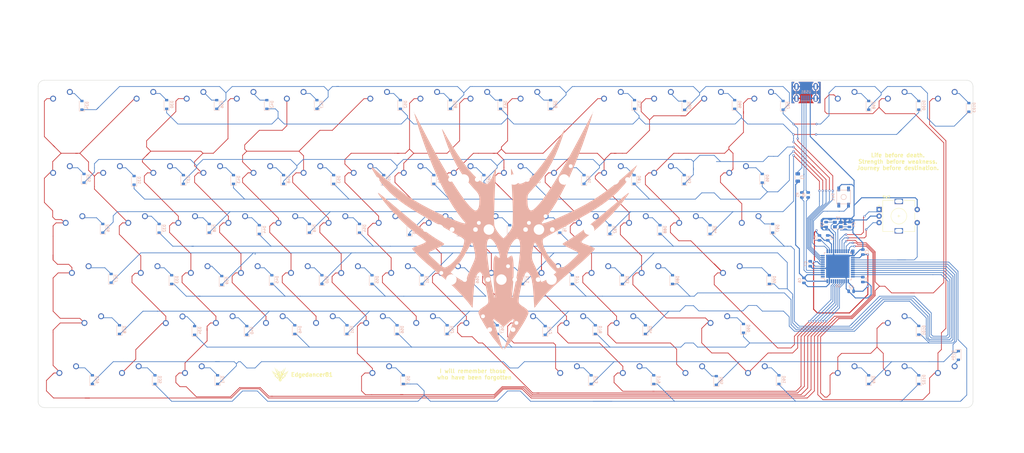
<source format=kicad_pcb>
(kicad_pcb (version 20171130) (host pcbnew "(5.1.6)-1")
  (layers (0 F.Cu signal) (31 B.Cu signal) (34 B.Paste user) (35 F.Paste user) (36 B.SilkS user hide) (37 F.SilkS user) (38 B.Mask user) (39 F.Mask user) (44 Edge.Cuts user))
  (net 0 "")
  (net 1 GND)
  (net 2 +5V)
  (net 3 "Net-(C4-Pad1)")
  (net 4 "Net-(C5-Pad1)")
  (net 5 "Net-(C7-Pad1)")
  (net 6 ENC_A)
  (net 7 ENC_B)
  (net 8 "Net-(D24-Pad2)")
  (net 9 ROW_0)
  (net 10 "Net-(D25-Pad2)")
  (net 11 ROW_2)
  (net 12 "Net-(D26-Pad2)")
  (net 13 ROW_4)
  (net 14 "Net-(D27-Pad2)")
  (net 15 ROW_6)
  (net 16 "Net-(D28-Pad2)")
  (net 17 ROW_8)
  (net 18 "Net-(D29-Pad2)")
  (net 19 ROW_10)
  (net 20 "Net-(D30-Pad2)")
  (net 21 ROW_1)
  (net 22 "Net-(D31-Pad2)")
  (net 23 ROW_3)
  (net 24 "Net-(D32-Pad2)")
  (net 25 ROW_5)
  (net 26 "Net-(D33-Pad2)")
  (net 27 ROW_7)
  (net 28 "Net-(D34-Pad2)")
  (net 29 ROW_9)
  (net 30 "Net-(D35-Pad2)")
  (net 31 ROW_11)
  (net 32 "Net-(D36-Pad2)")
  (net 33 "Net-(D37-Pad2)")
  (net 34 "Net-(D38-Pad2)")
  (net 35 "Net-(D39-Pad2)")
  (net 36 "Net-(D40-Pad2)")
  (net 37 "Net-(D41-Pad2)")
  (net 38 "Net-(D42-Pad2)")
  (net 39 "Net-(D43-Pad2)")
  (net 40 "Net-(D44-Pad2)")
  (net 41 "Net-(D45-Pad2)")
  (net 42 "Net-(D46-Pad2)")
  (net 43 "Net-(D47-Pad2)")
  (net 44 "Net-(D48-Pad2)")
  (net 45 "Net-(D49-Pad2)")
  (net 46 "Net-(D50-Pad2)")
  (net 47 "Net-(D51-Pad2)")
  (net 48 "Net-(D52-Pad2)")
  (net 49 "Net-(D53-Pad2)")
  (net 50 "Net-(D54-Pad2)")
  (net 51 "Net-(D55-Pad2)")
  (net 52 "Net-(D56-Pad2)")
  (net 53 "Net-(D57-Pad2)")
  (net 54 "Net-(D58-Pad2)")
  (net 55 "Net-(D59-Pad2)")
  (net 56 "Net-(D60-Pad2)")
  (net 57 "Net-(D61-Pad2)")
  (net 58 "Net-(D62-Pad2)")
  (net 59 "Net-(D63-Pad2)")
  (net 60 "Net-(D64-Pad2)")
  (net 61 "Net-(D65-Pad2)")
  (net 62 "Net-(D66-Pad2)")
  (net 63 "Net-(D67-Pad2)")
  (net 64 "Net-(D68-Pad2)")
  (net 65 "Net-(D69-Pad2)")
  (net 66 "Net-(D70-Pad2)")
  (net 67 "Net-(D71-Pad2)")
  (net 68 "Net-(D72-Pad2)")
  (net 69 "Net-(D73-Pad2)")
  (net 70 "Net-(D74-Pad2)")
  (net 71 "Net-(D75-Pad2)")
  (net 72 "Net-(D76-Pad2)")
  (net 73 "Net-(D77-Pad2)")
  (net 74 "Net-(D78-Pad2)")
  (net 75 "Net-(D79-Pad2)")
  (net 76 "Net-(D80-Pad2)")
  (net 77 "Net-(D81-Pad2)")
  (net 78 "Net-(D82-Pad2)")
  (net 79 "Net-(D83-Pad2)")
  (net 80 "Net-(D84-Pad2)")
  (net 81 "Net-(D85-Pad2)")
  (net 82 "Net-(D86-Pad2)")
  (net 83 "Net-(D87-Pad2)")
  (net 84 "Net-(D88-Pad2)")
  (net 85 "Net-(D89-Pad2)")
  (net 86 "Net-(D90-Pad2)")
  (net 87 "Net-(D91-Pad2)")
  (net 88 "Net-(D92-Pad2)")
  (net 89 "Net-(D93-Pad2)")
  (net 90 "Net-(D94-Pad2)")
  (net 91 "Net-(D95-Pad2)")
  (net 92 "Net-(D96-Pad2)")
  (net 93 "Net-(D97-Pad2)")
  (net 94 "Net-(D98-Pad2)")
  (net 95 "Net-(D99-Pad2)")
  (net 96 "Net-(D100-Pad2)")
  (net 97 "Net-(D101-Pad2)")
  (net 98 "Net-(D102-Pad2)")
  (net 99 "Net-(D103-Pad2)")
  (net 100 "Net-(D104-Pad2)")
  (net 101 VCC)
  (net 102 COL_5)
  (net 103 COL_0)
  (net 104 COL_1)
  (net 105 COL_2)
  (net 106 COL_3)
  (net 107 COL_4)
  (net 108 COL_6)
  (net 109 COL_7)
  (net 110 COL_8)
  (net 111 "Net-(R1-Pad2)")
  (net 112 D-)
  (net 113 "Net-(R2-Pad2)")
  (net 114 D+)
  (net 115 "Net-(R3-Pad2)")
  (net 116 "Net-(R4-Pad2)")
  (net 117 ENC_SW)
  (net 118 "Net-(U1-Pad42)")
  (net 119 "Net-(U1-Pad1)")
  (net 120 "Net-(USB1-Pad2)")
  (module MX_Only:MXOnly-2U-NoLED (layer F.Cu) (at 295.275 112.395)
    (fp_text reference MXBKSP1)
    (fp_text value MX-NoLED)
    (pad 2 thru_hole circle (at 2.54 -5.08) (size 2.25 2.25) (drill 1.47) (layers *.Cu B.Mask) (net 92 "Net-(D96-Pad2)"))
    (pad "" np_thru_hole circle (at 0 0) (size 3.9878 3.9878) (drill 3.9878) (layers *.Cu *.Mask))
    (pad 1 thru_hole circle (at -3.81 -2.54) (size 2.25 2.25) (drill 1.47) (layers *.Cu B.Mask) (net 108 COL_6))
    (pad "" np_thru_hole circle (at -5.08 0 48.0996) (size 1.75 1.75) (drill 1.75) (layers *.Cu *.Mask))
    (pad "" np_thru_hole circle (at 5.08 0 48.0996) (size 1.75 1.75) (drill 1.75) (layers *.Cu *.Mask))
    (pad "" np_thru_hole circle (at -11.90625 -6.985) (size 3.048 3.048) (drill 3.048) (layers *.Cu *.Mask))
    (pad "" np_thru_hole circle (at 11.90625 -6.985) (size 3.048 3.048) (drill 3.048) (layers *.Cu *.Mask))
    (pad "" np_thru_hole circle (at -11.90625 8.255) (size 3.9878 3.9878) (drill 3.9878) (layers *.Cu *.Mask))
    (pad "" np_thru_hole circle (at 11.90625 8.255) (size 3.9878 3.9878) (drill 3.9878) (layers *.Cu *.Mask))
  )
  (module MX_Only:MXOnly-1U-NoLED (layer F.Cu) (at 90.4875 150.495)
    (fp_text reference MX_S1)
    (fp_text value MX-NoLED)
    (pad 2 thru_hole circle (at 2.54 -5.08) (size 2.25 2.25) (drill 1.47) (layers *.Cu B.Mask) (net 35 "Net-(D39-Pad2)"))
    (pad "" np_thru_hole circle (at 0 0) (size 3.9878 3.9878) (drill 3.9878) (layers *.Cu *.Mask))
    (pad 1 thru_hole circle (at -3.81 -2.54) (size 2.25 2.25) (drill 1.47) (layers *.Cu B.Mask) (net 104 COL_1))
    (pad "" np_thru_hole circle (at -5.08 0 48.0996) (size 1.75 1.75) (drill 1.75) (layers *.Cu *.Mask))
    (pad "" np_thru_hole circle (at 5.08 0 48.0996) (size 1.75 1.75) (drill 1.75) (layers *.Cu *.Mask))
  )
  (module MX_Only:MXOnly-1U-NoLED (layer F.Cu) (at 209.5627 112.38865)
    (fp_text reference MX9)
    (fp_text value MX-NoLED)
    (pad 2 thru_hole circle (at 2.54 -5.08) (size 2.25 2.25) (drill 1.47) (layers *.Cu B.Mask) (net 71 "Net-(D75-Pad2)"))
    (pad "" np_thru_hole circle (at 0 0) (size 3.9878 3.9878) (drill 3.9878) (layers *.Cu *.Mask))
    (pad 1 thru_hole circle (at -3.81 -2.54) (size 2.25 2.25) (drill 1.47) (layers *.Cu B.Mask) (net 107 COL_4))
    (pad "" np_thru_hole circle (at -5.08 0 48.0996) (size 1.75 1.75) (drill 1.75) (layers *.Cu *.Mask))
    (pad "" np_thru_hole circle (at 5.08 0 48.0996) (size 1.75 1.75) (drill 1.75) (layers *.Cu *.Mask))
  )
  (module MX_Only:MXOnly-2.75U-NoLED (layer F.Cu) (at 288.13125 169.545)
    (fp_text reference MX_RSHFT1)
    (fp_text value MX-NoLED)
    (pad 2 thru_hole circle (at 2.54 -5.08) (size 2.25 2.25) (drill 1.47) (layers *.Cu B.Mask) (net 86 "Net-(D90-Pad2)"))
    (pad "" np_thru_hole circle (at 0 0) (size 3.9878 3.9878) (drill 3.9878) (layers *.Cu *.Mask))
    (pad 1 thru_hole circle (at -3.81 -2.54) (size 2.25 2.25) (drill 1.47) (layers *.Cu B.Mask) (net 102 COL_5))
    (pad "" np_thru_hole circle (at -5.08 0 48.0996) (size 1.75 1.75) (drill 1.75) (layers *.Cu *.Mask))
    (pad "" np_thru_hole circle (at 5.08 0 48.0996) (size 1.75 1.75) (drill 1.75) (layers *.Cu *.Mask))
    (pad "" np_thru_hole circle (at -11.90625 -6.985) (size 3.048 3.048) (drill 3.048) (layers *.Cu *.Mask))
    (pad "" np_thru_hole circle (at 11.90625 -6.985) (size 3.048 3.048) (drill 3.048) (layers *.Cu *.Mask))
    (pad "" np_thru_hole circle (at -11.90625 8.255) (size 3.9878 3.9878) (drill 3.9878) (layers *.Cu *.Mask))
    (pad "" np_thru_hole circle (at 11.90625 8.255) (size 3.9878 3.9878) (drill 3.9878) (layers *.Cu *.Mask))
  )
  (module MX_Only:MXOnly-6.25U-ReversedStabilizers-NoLED (layer F.Cu) (at 159.54375 188.595)
    (fp_text reference MX_SPACE1)
    (fp_text value MX-NoLED)
    (pad 2 thru_hole circle (at 2.54 -5.08) (size 2.25 2.25) (drill 1.47) (layers *.Cu B.Mask) (net 53 "Net-(D57-Pad2)"))
    (pad "" np_thru_hole circle (at 0 0) (size 3.9878 3.9878) (drill 3.9878) (layers *.Cu *.Mask))
    (pad 1 thru_hole circle (at -3.81 -2.54) (size 2.25 2.25) (drill 1.47) (layers *.Cu B.Mask) (net 105 COL_2))
    (pad "" np_thru_hole circle (at -5.08 0 48.0996) (size 1.75 1.75) (drill 1.75) (layers *.Cu *.Mask))
    (pad "" np_thru_hole circle (at 5.08 0 48.0996) (size 1.75 1.75) (drill 1.75) (layers *.Cu *.Mask))
    (pad "" np_thru_hole circle (at -49.9999 6.985) (size 3.048 3.048) (drill 3.048) (layers *.Cu *.Mask))
    (pad "" np_thru_hole circle (at 49.9999 6.985) (size 3.048 3.048) (drill 3.048) (layers *.Cu *.Mask))
    (pad "" np_thru_hole circle (at -49.9999 -8.255) (size 3.9878 3.9878) (drill 3.9878) (layers *.Cu *.Mask))
    (pad "" np_thru_hole circle (at 49.9999 -8.255) (size 3.9878 3.9878) (drill 3.9878) (layers *.Cu *.Mask))
  )
  (module MX_Only:MXOnly-1.25U-NoLED (layer F.Cu) (at 302.41875 188.595)
    (fp_text reference MX_RCTRL1)
    (fp_text value MX-NoLED)
    (pad 2 thru_hole circle (at 2.54 -5.08) (size 2.25 2.25) (drill 1.47) (layers *.Cu B.Mask) (net 87 "Net-(D91-Pad2)"))
    (pad "" np_thru_hole circle (at 0 0) (size 3.9878 3.9878) (drill 3.9878) (layers *.Cu *.Mask))
    (pad 1 thru_hole circle (at -3.81 -2.54) (size 2.25 2.25) (drill 1.47) (layers *.Cu B.Mask) (net 102 COL_5))
    (pad "" np_thru_hole circle (at -5.08 0 48.0996) (size 1.75 1.75) (drill 1.75) (layers *.Cu *.Mask))
    (pad "" np_thru_hole circle (at 5.08 0 48.0996) (size 1.75 1.75) (drill 1.75) (layers *.Cu *.Mask))
  )
  (module MX_Only:MXOnly-1.25U-NoLED (layer F.Cu) (at 40.48125 188.595)
    (fp_text reference MX_LCTRL1)
    (fp_text value MX-NoLED)
    (pad 2 thru_hole circle (at 2.54 -5.08) (size 2.25 2.25) (drill 1.47) (layers *.Cu B.Mask) (net 18 "Net-(D29-Pad2)"))
    (pad "" np_thru_hole circle (at 0 0) (size 3.9878 3.9878) (drill 3.9878) (layers *.Cu *.Mask))
    (pad 1 thru_hole circle (at -3.81 -2.54) (size 2.25 2.25) (drill 1.47) (layers *.Cu B.Mask) (net 103 COL_0))
    (pad "" np_thru_hole circle (at -5.08 0 48.0996) (size 1.75 1.75) (drill 1.75) (layers *.Cu *.Mask))
    (pad "" np_thru_hole circle (at 5.08 0 48.0996) (size 1.75 1.75) (drill 1.75) (layers *.Cu *.Mask))
  )
  (module MX_Only:MXOnly-1.25U-NoLED (layer F.Cu) (at 64.29375 188.595)
    (fp_text reference MX_GUI1)
    (fp_text value MX-NoLED)
    (pad 2 thru_hole circle (at 2.54 -5.08) (size 2.25 2.25) (drill 1.47) (layers *.Cu B.Mask) (net 30 "Net-(D35-Pad2)"))
    (pad "" np_thru_hole circle (at 0 0) (size 3.9878 3.9878) (drill 3.9878) (layers *.Cu *.Mask))
    (pad 1 thru_hole circle (at -3.81 -2.54) (size 2.25 2.25) (drill 1.47) (layers *.Cu B.Mask) (net 103 COL_0))
    (pad "" np_thru_hole circle (at -5.08 0 48.0996) (size 1.75 1.75) (drill 1.75) (layers *.Cu *.Mask))
    (pad "" np_thru_hole circle (at 5.08 0 48.0996) (size 1.75 1.75) (drill 1.75) (layers *.Cu *.Mask))
  )
  (module MX_Only:MXOnly-1.25U-NoLED (layer F.Cu) (at 88.265 188.595)
    (fp_text reference MX_LALT1)
    (fp_text value MX-NoLED)
    (pad 2 thru_hole circle (at 2.54 -5.08) (size 2.25 2.25) (drill 1.47) (layers *.Cu B.Mask) (net 37 "Net-(D41-Pad2)"))
    (pad "" np_thru_hole circle (at 0 0) (size 3.9878 3.9878) (drill 3.9878) (layers *.Cu *.Mask))
    (pad 1 thru_hole circle (at -3.81 -2.54) (size 2.25 2.25) (drill 1.47) (layers *.Cu B.Mask) (net 104 COL_1))
    (pad "" np_thru_hole circle (at -5.08 0 48.0996) (size 1.75 1.75) (drill 1.75) (layers *.Cu *.Mask))
    (pad "" np_thru_hole circle (at 5.08 0 48.0996) (size 1.75 1.75) (drill 1.75) (layers *.Cu *.Mask))
  )
  (module MX_Only:MXOnly-1.25U-NoLED (layer F.Cu) (at 230.98125 188.595)
    (fp_text reference MX_RALT1)
    (fp_text value MX-NoLED)
    (pad 2 thru_hole circle (at 2.54 -5.08) (size 2.25 2.25) (drill 1.47) (layers *.Cu B.Mask) (net 69 "Net-(D73-Pad2)"))
    (pad "" np_thru_hole circle (at 0 0) (size 3.9878 3.9878) (drill 3.9878) (layers *.Cu *.Mask))
    (pad 1 thru_hole circle (at -3.81 -2.54) (size 2.25 2.25) (drill 1.47) (layers *.Cu B.Mask) (net 107 COL_4))
    (pad "" np_thru_hole circle (at -5.08 0 48.0996) (size 1.75 1.75) (drill 1.75) (layers *.Cu *.Mask))
    (pad "" np_thru_hole circle (at 5.08 0 48.0996) (size 1.75 1.75) (drill 1.75) (layers *.Cu *.Mask))
  )
  (module MX_Only:MXOnly-1.25U-NoLED (layer F.Cu) (at 254.79375 188.595)
    (fp_text reference MX_RGUI1)
    (fp_text value MX-NoLED)
    (pad 2 thru_hole circle (at 2.54 -5.08) (size 2.25 2.25) (drill 1.47) (layers *.Cu B.Mask) (net 75 "Net-(D79-Pad2)"))
    (pad "" np_thru_hole circle (at 0 0) (size 3.9878 3.9878) (drill 3.9878) (layers *.Cu *.Mask))
    (pad 1 thru_hole circle (at -3.81 -2.54) (size 2.25 2.25) (drill 1.47) (layers *.Cu B.Mask) (net 107 COL_4))
    (pad "" np_thru_hole circle (at -5.08 0 48.0996) (size 1.75 1.75) (drill 1.75) (layers *.Cu *.Mask))
    (pad "" np_thru_hole circle (at 5.08 0 48.0996) (size 1.75 1.75) (drill 1.75) (layers *.Cu *.Mask))
  )
  (module MX_Only:MXOnly-1.25U-NoLED (layer F.Cu) (at 278.60625 188.595)
    (fp_text reference MX_RMENU1)
    (fp_text value MX-NoLED)
    (pad 2 thru_hole circle (at 2.54 -5.08) (size 2.25 2.25) (drill 1.47) (layers *.Cu B.Mask) (net 81 "Net-(D85-Pad2)"))
    (pad "" np_thru_hole circle (at 0 0) (size 3.9878 3.9878) (drill 3.9878) (layers *.Cu *.Mask))
    (pad 1 thru_hole circle (at -3.81 -2.54) (size 2.25 2.25) (drill 1.47) (layers *.Cu B.Mask) (net 102 COL_5))
    (pad "" np_thru_hole circle (at -5.08 0 48.0996) (size 1.75 1.75) (drill 1.75) (layers *.Cu *.Mask))
    (pad "" np_thru_hole circle (at 5.08 0 48.0996) (size 1.75 1.75) (drill 1.75) (layers *.Cu *.Mask))
  )
  (module MX_Only:MXOnly-2.25U-NoLED (layer F.Cu) (at 292.89375 150.495)
    (fp_text reference MX_ENTR1)
    (fp_text value MX-NoLED)
    (pad 2 thru_hole circle (at 2.54 -5.08) (size 2.25 2.25) (drill 1.47) (layers *.Cu B.Mask) (net 91 "Net-(D95-Pad2)"))
    (pad "" np_thru_hole circle (at 0 0) (size 3.9878 3.9878) (drill 3.9878) (layers *.Cu *.Mask))
    (pad 1 thru_hole circle (at -3.81 -2.54) (size 2.25 2.25) (drill 1.47) (layers *.Cu B.Mask) (net 108 COL_6))
    (pad "" np_thru_hole circle (at -5.08 0 48.0996) (size 1.75 1.75) (drill 1.75) (layers *.Cu *.Mask))
    (pad "" np_thru_hole circle (at 5.08 0 48.0996) (size 1.75 1.75) (drill 1.75) (layers *.Cu *.Mask))
    (pad "" np_thru_hole circle (at -11.90625 -6.985) (size 3.048 3.048) (drill 3.048) (layers *.Cu *.Mask))
    (pad "" np_thru_hole circle (at 11.90625 -6.985) (size 3.048 3.048) (drill 3.048) (layers *.Cu *.Mask))
    (pad "" np_thru_hole circle (at -11.90625 8.255) (size 3.9878 3.9878) (drill 3.9878) (layers *.Cu *.Mask))
    (pad "" np_thru_hole circle (at 11.90625 8.255) (size 3.9878 3.9878) (drill 3.9878) (layers *.Cu *.Mask))
  )
  (module MX_Only:MXOnly-2.25U-NoLED (layer F.Cu) (at 50.00625 169.545)
    (fp_text reference MX_LSHFT1)
    (fp_text value MX-NoLED)
    (pad 2 thru_hole circle (at 2.54 -5.08) (size 2.25 2.25) (drill 1.47) (layers *.Cu B.Mask) (net 16 "Net-(D28-Pad2)"))
    (pad "" np_thru_hole circle (at 0 0) (size 3.9878 3.9878) (drill 3.9878) (layers *.Cu *.Mask))
    (pad 1 thru_hole circle (at -3.81 -2.54) (size 2.25 2.25) (drill 1.47) (layers *.Cu B.Mask) (net 103 COL_0))
    (pad "" np_thru_hole circle (at -5.08 0 48.0996) (size 1.75 1.75) (drill 1.75) (layers *.Cu *.Mask))
    (pad "" np_thru_hole circle (at 5.08 0 48.0996) (size 1.75 1.75) (drill 1.75) (layers *.Cu *.Mask))
    (pad "" np_thru_hole circle (at -11.90625 -6.985) (size 3.048 3.048) (drill 3.048) (layers *.Cu *.Mask))
    (pad "" np_thru_hole circle (at 11.90625 -6.985) (size 3.048 3.048) (drill 3.048) (layers *.Cu *.Mask))
    (pad "" np_thru_hole circle (at -11.90625 8.255) (size 3.9878 3.9878) (drill 3.9878) (layers *.Cu *.Mask))
    (pad "" np_thru_hole circle (at 11.90625 8.255) (size 3.9878 3.9878) (drill 3.9878) (layers *.Cu *.Mask))
  )
  (module MX_Only:MXOnly-1.75U-NoLED (layer F.Cu) (at 45.24375 150.495)
    (fp_text reference MX_SUPR1)
    (fp_text value MX-NoLED)
    (pad 2 thru_hole circle (at 2.54 -5.08) (size 2.25 2.25) (drill 1.47) (layers *.Cu B.Mask) (net 14 "Net-(D27-Pad2)"))
    (pad "" np_thru_hole circle (at 0 0) (size 3.9878 3.9878) (drill 3.9878) (layers *.Cu *.Mask))
    (pad 1 thru_hole circle (at -3.81 -2.54) (size 2.25 2.25) (drill 1.47) (layers *.Cu B.Mask) (net 103 COL_0))
    (pad "" np_thru_hole circle (at -5.08 0 48.0996) (size 1.75 1.75) (drill 1.75) (layers *.Cu *.Mask))
    (pad "" np_thru_hole circle (at 5.08 0 48.0996) (size 1.75 1.75) (drill 1.75) (layers *.Cu *.Mask))
  )
  (module MX_Only:MXOnly-1.5U-NoLED (layer F.Cu) (at 42.8625 131.445)
    (fp_text reference MX_TAB1)
    (fp_text value MX-NoLED)
    (pad 2 thru_hole circle (at 2.54 -5.08) (size 2.25 2.25) (drill 1.47) (layers *.Cu B.Mask) (net 12 "Net-(D26-Pad2)"))
    (pad "" np_thru_hole circle (at 0 0) (size 3.9878 3.9878) (drill 3.9878) (layers *.Cu *.Mask))
    (pad 1 thru_hole circle (at -3.81 -2.54) (size 2.25 2.25) (drill 1.47) (layers *.Cu B.Mask) (net 103 COL_0))
    (pad "" np_thru_hole circle (at -5.08 0 48.0996) (size 1.75 1.75) (drill 1.75) (layers *.Cu *.Mask))
    (pad "" np_thru_hole circle (at 5.08 0 48.0996) (size 1.75 1.75) (drill 1.75) (layers *.Cu *.Mask))
  )
  (module MX_Only:MXOnly-1.5U-NoLED (layer F.Cu) (at 300.0375 131.445)
    (fp_text reference MX_\1)
    (fp_text value MX-NoLED)
    (pad 2 thru_hole circle (at 2.54 -5.08) (size 2.25 2.25) (drill 1.47) (layers *.Cu B.Mask) (net 93 "Net-(D97-Pad2)"))
    (pad "" np_thru_hole circle (at 0 0) (size 3.9878 3.9878) (drill 3.9878) (layers *.Cu *.Mask))
    (pad 1 thru_hole circle (at -3.81 -2.54) (size 2.25 2.25) (drill 1.47) (layers *.Cu B.Mask) (net 108 COL_6))
    (pad "" np_thru_hole circle (at -5.08 0 48.0996) (size 1.75 1.75) (drill 1.75) (layers *.Cu *.Mask))
    (pad "" np_thru_hole circle (at 5.08 0 48.0996) (size 1.75 1.75) (drill 1.75) (layers *.Cu *.Mask))
  )
  (module MX_Only:MXOnly-1U-NoLED (layer F.Cu) (at 257.175 131.445)
    (fp_text reference MX_[1)
    (fp_text value MX-NoLED)
    (pad 2 thru_hole circle (at 2.54 -5.08) (size 2.25 2.25) (drill 1.47) (layers *.Cu B.Mask) (net 84 "Net-(D88-Pad2)"))
    (pad "" np_thru_hole circle (at 0 0) (size 3.9878 3.9878) (drill 3.9878) (layers *.Cu *.Mask))
    (pad 1 thru_hole circle (at -3.81 -2.54) (size 2.25 2.25) (drill 1.47) (layers *.Cu B.Mask) (net 102 COL_5))
    (pad "" np_thru_hole circle (at -5.08 0 48.0996) (size 1.75 1.75) (drill 1.75) (layers *.Cu *.Mask))
    (pad "" np_thru_hole circle (at 5.08 0 48.0996) (size 1.75 1.75) (drill 1.75) (layers *.Cu *.Mask))
  )
  (module MX_Only:MXOnly-1U-NoLED (layer F.Cu) (at 176.2125 169.545)
    (fp_text reference MX_N1)
    (fp_text value MX-NoLED)
    (pad 2 thru_hole circle (at 2.54 -5.08) (size 2.25 2.25) (drill 1.47) (layers *.Cu B.Mask) (net 58 "Net-(D62-Pad2)"))
    (pad "" np_thru_hole circle (at 0 0) (size 3.9878 3.9878) (drill 3.9878) (layers *.Cu *.Mask))
    (pad 1 thru_hole circle (at -3.81 -2.54) (size 2.25 2.25) (drill 1.47) (layers *.Cu B.Mask) (net 106 COL_3))
    (pad "" np_thru_hole circle (at -5.08 0 48.0996) (size 1.75 1.75) (drill 1.75) (layers *.Cu *.Mask))
    (pad "" np_thru_hole circle (at 5.08 0 48.0996) (size 1.75 1.75) (drill 1.75) (layers *.Cu *.Mask))
  )
  (module MX_Only:MXOnly-1U-NoLED (layer F.Cu) (at 128.5875 150.495)
    (fp_text reference MX_F13)
    (fp_text value MX-NoLED)
    (pad 2 thru_hole circle (at 2.54 -5.08) (size 2.25 2.25) (drill 1.47) (layers *.Cu B.Mask) (net 46 "Net-(D50-Pad2)"))
    (pad "" np_thru_hole circle (at 0 0) (size 3.9878 3.9878) (drill 3.9878) (layers *.Cu *.Mask))
    (pad 1 thru_hole circle (at -3.81 -2.54) (size 2.25 2.25) (drill 1.47) (layers *.Cu B.Mask) (net 105 COL_2))
    (pad "" np_thru_hole circle (at -5.08 0 48.0996) (size 1.75 1.75) (drill 1.75) (layers *.Cu *.Mask))
    (pad "" np_thru_hole circle (at 5.08 0 48.0996) (size 1.75 1.75) (drill 1.75) (layers *.Cu *.Mask))
  )
  (module MX_Only:MXOnly-1U-NoLED (layer F.Cu) (at 266.7 84.1375)
    (fp_text reference MX_F10)
    (fp_text value MX-NoLED)
    (pad 2 thru_hole circle (at 2.54 -5.08) (size 2.25 2.25) (drill 1.47) (layers *.Cu B.Mask) (net 76 "Net-(D80-Pad2)"))
    (pad "" np_thru_hole circle (at 0 0) (size 3.9878 3.9878) (drill 3.9878) (layers *.Cu *.Mask))
    (pad 1 thru_hole circle (at -3.81 -2.54) (size 2.25 2.25) (drill 1.47) (layers *.Cu B.Mask) (net 102 COL_5))
    (pad "" np_thru_hole circle (at -5.08 0 48.0996) (size 1.75 1.75) (drill 1.75) (layers *.Cu *.Mask))
    (pad "" np_thru_hole circle (at 5.08 0 48.0996) (size 1.75 1.75) (drill 1.75) (layers *.Cu *.Mask))
  )
  (module MX_Only:MXOnly-1U-NoLED (layer F.Cu) (at 158.75 84.1375)
    (fp_text reference MX_F5)
    (fp_text value MX-NoLED)
    (pad 2 thru_hole circle (at 2.54 -5.08) (size 2.25 2.25) (drill 1.47) (layers *.Cu B.Mask) (net 48 "Net-(D52-Pad2)"))
    (pad "" np_thru_hole circle (at 0 0) (size 3.9878 3.9878) (drill 3.9878) (layers *.Cu *.Mask))
    (pad 1 thru_hole circle (at -3.81 -2.54) (size 2.25 2.25) (drill 1.47) (layers *.Cu B.Mask) (net 105 COL_2))
    (pad "" np_thru_hole circle (at -5.08 0 48.0996) (size 1.75 1.75) (drill 1.75) (layers *.Cu *.Mask))
    (pad "" np_thru_hole circle (at 5.08 0 48.0996) (size 1.75 1.75) (drill 1.75) (layers *.Cu *.Mask))
  )
  (module MX_Only:MXOnly-1U-NoLED (layer F.Cu) (at 119.0625 169.545)
    (fp_text reference MX_C1)
    (fp_text value MX-NoLED)
    (pad 2 thru_hole circle (at 2.54 -5.08) (size 2.25 2.25) (drill 1.47) (layers *.Cu B.Mask) (net 42 "Net-(D46-Pad2)"))
    (pad "" np_thru_hole circle (at 0 0) (size 3.9878 3.9878) (drill 3.9878) (layers *.Cu *.Mask))
    (pad 1 thru_hole circle (at -3.81 -2.54) (size 2.25 2.25) (drill 1.47) (layers *.Cu B.Mask) (net 104 COL_1))
    (pad "" np_thru_hole circle (at -5.08 0 48.0996) (size 1.75 1.75) (drill 1.75) (layers *.Cu *.Mask))
    (pad "" np_thru_hole circle (at 5.08 0 48.0996) (size 1.75 1.75) (drill 1.75) (layers *.Cu *.Mask))
  )
  (module MX_Only:MXOnly-1U-NoLED (layer F.Cu) (at 196.85 84.1375)
    (fp_text reference MX_F7)
    (fp_text value MX-NoLED)
    (pad 2 thru_hole circle (at 2.54 -5.08) (size 2.25 2.25) (drill 1.47) (layers *.Cu B.Mask) (net 59 "Net-(D63-Pad2)"))
    (pad "" np_thru_hole circle (at 0 0) (size 3.9878 3.9878) (drill 3.9878) (layers *.Cu *.Mask))
    (pad 1 thru_hole circle (at -3.81 -2.54) (size 2.25 2.25) (drill 1.47) (layers *.Cu B.Mask) (net 106 COL_3))
    (pad "" np_thru_hole circle (at -5.08 0 48.0996) (size 1.75 1.75) (drill 1.75) (layers *.Cu *.Mask))
    (pad "" np_thru_hole circle (at 5.08 0 48.0996) (size 1.75 1.75) (drill 1.75) (layers *.Cu *.Mask))
  )
  (module MX_Only:MXOnly-1U-NoLED (layer F.Cu) (at 38.1 112.395)
    (fp_text reference MX`1)
    (fp_text value MX-NoLED)
    (pad 2 thru_hole circle (at 2.54 -5.08) (size 2.25 2.25) (drill 1.47) (layers *.Cu B.Mask) (net 10 "Net-(D25-Pad2)"))
    (pad "" np_thru_hole circle (at 0 0) (size 3.9878 3.9878) (drill 3.9878) (layers *.Cu *.Mask))
    (pad 1 thru_hole circle (at -3.81 -2.54) (size 2.25 2.25) (drill 1.47) (layers *.Cu B.Mask) (net 103 COL_0))
    (pad "" np_thru_hole circle (at -5.08 0 48.0996) (size 1.75 1.75) (drill 1.75) (layers *.Cu *.Mask))
    (pad "" np_thru_hole circle (at 5.08 0 48.0996) (size 1.75 1.75) (drill 1.75) (layers *.Cu *.Mask))
  )
  (module MX_Only:MXOnly-1U-NoLED (layer F.Cu) (at 80.9625 169.6085)
    (fp_text reference MX_Z1)
    (fp_text value MX-NoLED)
    (pad 2 thru_hole circle (at 2.54 -5.08) (size 2.25 2.25) (drill 1.47) (layers *.Cu B.Mask) (net 28 "Net-(D34-Pad2)"))
    (pad "" np_thru_hole circle (at 0 0) (size 3.9878 3.9878) (drill 3.9878) (layers *.Cu *.Mask))
    (pad 1 thru_hole circle (at -3.81 -2.54) (size 2.25 2.25) (drill 1.47) (layers *.Cu B.Mask) (net 103 COL_0))
    (pad "" np_thru_hole circle (at -5.08 0 48.0996) (size 1.75 1.75) (drill 1.75) (layers *.Cu *.Mask))
    (pad "" np_thru_hole circle (at 5.08 0 48.0996) (size 1.75 1.75) (drill 1.75) (layers *.Cu *.Mask))
  )
  (module MX_Only:MXOnly-1U-NoLED (layer F.Cu) (at 161.925 131.445)
    (fp_text reference MX_Y1)
    (fp_text value MX-NoLED)
    (pad 2 thru_hole circle (at 2.54 -5.08) (size 2.25 2.25) (drill 1.47) (layers *.Cu B.Mask) (net 56 "Net-(D60-Pad2)"))
    (pad "" np_thru_hole circle (at 0 0) (size 3.9878 3.9878) (drill 3.9878) (layers *.Cu *.Mask))
    (pad 1 thru_hole circle (at -3.81 -2.54) (size 2.25 2.25) (drill 1.47) (layers *.Cu B.Mask) (net 106 COL_3))
    (pad "" np_thru_hole circle (at -5.08 0 48.0996) (size 1.75 1.75) (drill 1.75) (layers *.Cu *.Mask))
    (pad "" np_thru_hole circle (at 5.08 0 48.0996) (size 1.75 1.75) (drill 1.75) (layers *.Cu *.Mask))
  )
  (module MX_Only:MXOnly-1U-NoLED (layer F.Cu) (at 100.0125 169.545)
    (fp_text reference MX_X1)
    (fp_text value MX-NoLED)
    (pad 2 thru_hole circle (at 2.54 -5.08) (size 2.25 2.25) (drill 1.47) (layers *.Cu B.Mask) (net 36 "Net-(D40-Pad2)"))
    (pad "" np_thru_hole circle (at 0 0) (size 3.9878 3.9878) (drill 3.9878) (layers *.Cu *.Mask))
    (pad 1 thru_hole circle (at -3.81 -2.54) (size 2.25 2.25) (drill 1.47) (layers *.Cu B.Mask) (net 104 COL_1))
    (pad "" np_thru_hole circle (at -5.08 0 48.0996) (size 1.75 1.75) (drill 1.75) (layers *.Cu *.Mask))
    (pad "" np_thru_hole circle (at 5.08 0 48.0996) (size 1.75 1.75) (drill 1.75) (layers *.Cu *.Mask))
  )
  (module MX_Only:MXOnly-1U-NoLED (layer F.Cu) (at 85.725 131.445)
    (fp_text reference MX_W1)
    (fp_text value MX-NoLED)
    (pad 2 thru_hole circle (at 2.54 -5.08) (size 2.25 2.25) (drill 1.47) (layers *.Cu B.Mask) (net 34 "Net-(D38-Pad2)"))
    (pad "" np_thru_hole circle (at 0 0) (size 3.9878 3.9878) (drill 3.9878) (layers *.Cu *.Mask))
    (pad 1 thru_hole circle (at -3.81 -2.54) (size 2.25 2.25) (drill 1.47) (layers *.Cu B.Mask) (net 104 COL_1))
    (pad "" np_thru_hole circle (at -5.08 0 48.0996) (size 1.75 1.75) (drill 1.75) (layers *.Cu *.Mask))
    (pad "" np_thru_hole circle (at 5.08 0 48.0996) (size 1.75 1.75) (drill 1.75) (layers *.Cu *.Mask))
  )
  (module MX_Only:MXOnly-1U-NoLED (layer F.Cu) (at 138.1125 169.545)
    (fp_text reference MX_V1)
    (fp_text value MX-NoLED)
    (pad 2 thru_hole circle (at 2.54 -5.08) (size 2.25 2.25) (drill 1.47) (layers *.Cu B.Mask) (net 47 "Net-(D51-Pad2)"))
    (pad "" np_thru_hole circle (at 0 0) (size 3.9878 3.9878) (drill 3.9878) (layers *.Cu *.Mask))
    (pad 1 thru_hole circle (at -3.81 -2.54) (size 2.25 2.25) (drill 1.47) (layers *.Cu B.Mask) (net 105 COL_2))
    (pad "" np_thru_hole circle (at -5.08 0 48.0996) (size 1.75 1.75) (drill 1.75) (layers *.Cu *.Mask))
    (pad "" np_thru_hole circle (at 5.08 0 48.0996) (size 1.75 1.75) (drill 1.75) (layers *.Cu *.Mask))
  )
  (module MX_Only:MXOnly-1U-NoLED (layer F.Cu) (at 355.6 169.545)
    (fp_text reference MX_UP1)
    (fp_text value MX-NoLED)
    (pad 2 thru_hole circle (at 2.54 -5.08) (size 2.25 2.25) (drill 1.47) (layers *.Cu B.Mask) (net 97 "Net-(D101-Pad2)"))
    (pad "" np_thru_hole circle (at 0 0) (size 3.9878 3.9878) (drill 3.9878) (layers *.Cu *.Mask))
    (pad 1 thru_hole circle (at -3.81 -2.54) (size 2.25 2.25) (drill 1.47) (layers *.Cu B.Mask) (net 109 COL_7))
    (pad "" np_thru_hole circle (at -5.08 0 48.0996) (size 1.75 1.75) (drill 1.75) (layers *.Cu *.Mask))
    (pad "" np_thru_hole circle (at 5.08 0 48.0996) (size 1.75 1.75) (drill 1.75) (layers *.Cu *.Mask))
  )
  (module MX_Only:MXOnly-1U-NoLED (layer F.Cu) (at 180.975 131.445)
    (fp_text reference MX_U1)
    (fp_text value MX-NoLED)
    (pad 2 thru_hole circle (at 2.54 -5.08) (size 2.25 2.25) (drill 1.47) (layers *.Cu B.Mask) (net 61 "Net-(D65-Pad2)"))
    (pad "" np_thru_hole circle (at 0 0) (size 3.9878 3.9878) (drill 3.9878) (layers *.Cu *.Mask))
    (pad 1 thru_hole circle (at -3.81 -2.54) (size 2.25 2.25) (drill 1.47) (layers *.Cu B.Mask) (net 106 COL_3))
    (pad "" np_thru_hole circle (at -5.08 0 48.0996) (size 1.75 1.75) (drill 1.75) (layers *.Cu *.Mask))
    (pad "" np_thru_hole circle (at 5.08 0 48.0996) (size 1.75 1.75) (drill 1.75) (layers *.Cu *.Mask))
  )
  (module MX_Only:MXOnly-1U-NoLED (layer F.Cu) (at 142.875 131.445)
    (fp_text reference MX_T1)
    (fp_text value MX-NoLED)
    (pad 2 thru_hole circle (at 2.54 -5.08) (size 2.25 2.25) (drill 1.47) (layers *.Cu B.Mask) (net 50 "Net-(D54-Pad2)"))
    (pad "" np_thru_hole circle (at 0 0) (size 3.9878 3.9878) (drill 3.9878) (layers *.Cu *.Mask))
    (pad 1 thru_hole circle (at -3.81 -2.54) (size 2.25 2.25) (drill 1.47) (layers *.Cu B.Mask) (net 105 COL_2))
    (pad "" np_thru_hole circle (at -5.08 0 48.0996) (size 1.75 1.75) (drill 1.75) (layers *.Cu *.Mask))
    (pad "" np_thru_hole circle (at 5.08 0 48.0996) (size 1.75 1.75) (drill 1.75) (layers *.Cu *.Mask))
  )
  (module MX_Only:MXOnly-1U-NoLED (layer F.Cu) (at 374.65 188.595)
    (fp_text reference MX_RIGHT1)
    (fp_text value MX-NoLED)
    (pad 2 thru_hole circle (at 2.54 -5.08) (size 2.25 2.25) (drill 1.47) (layers *.Cu B.Mask) (net 100 "Net-(D104-Pad2)"))
    (pad "" np_thru_hole circle (at 0 0) (size 3.9878 3.9878) (drill 3.9878) (layers *.Cu *.Mask))
    (pad 1 thru_hole circle (at -3.81 -2.54) (size 2.25 2.25) (drill 1.47) (layers *.Cu B.Mask) (net 110 COL_8))
    (pad "" np_thru_hole circle (at -5.08 0 48.0996) (size 1.75 1.75) (drill 1.75) (layers *.Cu *.Mask))
    (pad "" np_thru_hole circle (at 5.08 0 48.0996) (size 1.75 1.75) (drill 1.75) (layers *.Cu *.Mask))
  )
  (module MX_Only:MXOnly-1U-NoLED (layer F.Cu) (at 123.825 131.445)
    (fp_text reference MX_R1)
    (fp_text value MX-NoLED)
    (pad 2 thru_hole circle (at 2.54 -5.08) (size 2.25 2.25) (drill 1.47) (layers *.Cu B.Mask) (net 45 "Net-(D49-Pad2)"))
    (pad "" np_thru_hole circle (at 0 0) (size 3.9878 3.9878) (drill 3.9878) (layers *.Cu *.Mask))
    (pad 1 thru_hole circle (at -3.81 -2.54) (size 2.25 2.25) (drill 1.47) (layers *.Cu B.Mask) (net 105 COL_2))
    (pad "" np_thru_hole circle (at -5.08 0 48.0996) (size 1.75 1.75) (drill 1.75) (layers *.Cu *.Mask))
    (pad "" np_thru_hole circle (at 5.08 0 48.0996) (size 1.75 1.75) (drill 1.75) (layers *.Cu *.Mask))
  )
  (module MX_Only:MXOnly-1U-NoLED (layer F.Cu) (at 66.675 131.445)
    (fp_text reference MX_Q1)
    (fp_text value MX-NoLED)
    (pad 2 thru_hole circle (at 2.54 -5.08) (size 2.25 2.25) (drill 1.47) (layers *.Cu B.Mask) (net 24 "Net-(D32-Pad2)"))
    (pad "" np_thru_hole circle (at 0 0) (size 3.9878 3.9878) (drill 3.9878) (layers *.Cu *.Mask))
    (pad 1 thru_hole circle (at -3.81 -2.54) (size 2.25 2.25) (drill 1.47) (layers *.Cu B.Mask) (net 103 COL_0))
    (pad "" np_thru_hole circle (at -5.08 0 48.0996) (size 1.75 1.75) (drill 1.75) (layers *.Cu *.Mask))
    (pad "" np_thru_hole circle (at 5.08 0 48.0996) (size 1.75 1.75) (drill 1.75) (layers *.Cu *.Mask))
  )
  (module MX_Only:MXOnly-1U-NoLED (layer F.Cu) (at 336.55 84.1375)
    (fp_text reference MX_PREV1)
    (fp_text value MX-NoLED)
    (pad 2 thru_hole circle (at 2.54 -5.08) (size 2.25 2.25) (drill 1.47) (layers *.Cu B.Mask) (net 94 "Net-(D98-Pad2)"))
    (pad "" np_thru_hole circle (at 0 0) (size 3.9878 3.9878) (drill 3.9878) (layers *.Cu *.Mask))
    (pad 1 thru_hole circle (at -3.81 -2.54) (size 2.25 2.25) (drill 1.47) (layers *.Cu B.Mask) (net 109 COL_7))
    (pad "" np_thru_hole circle (at -5.08 0 48.0996) (size 1.75 1.75) (drill 1.75) (layers *.Cu *.Mask))
    (pad "" np_thru_hole circle (at 5.08 0 48.0996) (size 1.75 1.75) (drill 1.75) (layers *.Cu *.Mask))
  )
  (module MX_Only:MXOnly-1U-NoLED (layer F.Cu) (at 355.6 84.1375)
    (fp_text reference MX_PLAY1)
    (fp_text value MX-NoLED)
    (pad 2 thru_hole circle (at 2.54 -5.08) (size 2.25 2.25) (drill 1.47) (layers *.Cu B.Mask) (net 96 "Net-(D100-Pad2)"))
    (pad "" np_thru_hole circle (at 0 0) (size 3.9878 3.9878) (drill 3.9878) (layers *.Cu *.Mask))
    (pad 1 thru_hole circle (at -3.81 -2.54) (size 2.25 2.25) (drill 1.47) (layers *.Cu B.Mask) (net 109 COL_7))
    (pad "" np_thru_hole circle (at -5.08 0 48.0996) (size 1.75 1.75) (drill 1.75) (layers *.Cu *.Mask))
    (pad "" np_thru_hole circle (at 5.08 0 48.0996) (size 1.75 1.75) (drill 1.75) (layers *.Cu *.Mask))
  )
  (module MX_Only:MXOnly-1U-NoLED (layer F.Cu) (at 238.125 131.445)
    (fp_text reference MX_P1)
    (fp_text value MX-NoLED)
    (pad 2 thru_hole circle (at 2.54 -5.08) (size 2.25 2.25) (drill 1.47) (layers *.Cu B.Mask) (net 78 "Net-(D82-Pad2)"))
    (pad "" np_thru_hole circle (at 0 0) (size 3.9878 3.9878) (drill 3.9878) (layers *.Cu *.Mask))
    (pad 1 thru_hole circle (at -3.81 -2.54) (size 2.25 2.25) (drill 1.47) (layers *.Cu B.Mask) (net 102 COL_5))
    (pad "" np_thru_hole circle (at -5.08 0 48.0996) (size 1.75 1.75) (drill 1.75) (layers *.Cu *.Mask))
    (pad "" np_thru_hole circle (at 5.08 0 48.0996) (size 1.75 1.75) (drill 1.75) (layers *.Cu *.Mask))
  )
  (module MX_Only:MXOnly-1U-NoLED (layer F.Cu) (at 219.075 131.445)
    (fp_text reference MX_O1)
    (fp_text value MX-NoLED)
    (pad 2 thru_hole circle (at 2.54 -5.08) (size 2.25 2.25) (drill 1.47) (layers *.Cu B.Mask) (net 72 "Net-(D76-Pad2)"))
    (pad "" np_thru_hole circle (at 0 0) (size 3.9878 3.9878) (drill 3.9878) (layers *.Cu *.Mask))
    (pad 1 thru_hole circle (at -3.81 -2.54) (size 2.25 2.25) (drill 1.47) (layers *.Cu B.Mask) (net 107 COL_4))
    (pad "" np_thru_hole circle (at -5.08 0 48.0996) (size 1.75 1.75) (drill 1.75) (layers *.Cu *.Mask))
    (pad "" np_thru_hole circle (at 5.08 0 48.0996) (size 1.75 1.75) (drill 1.75) (layers *.Cu *.Mask))
  )
  (module MX_Only:MXOnly-1U-NoLED (layer F.Cu) (at 374.65 84.1375)
    (fp_text reference MX_NEXT1)
    (fp_text value MX-NoLED)
    (pad 2 thru_hole circle (at 2.54 -5.08) (size 2.25 2.25) (drill 1.47) (layers *.Cu B.Mask) (net 99 "Net-(D103-Pad2)"))
    (pad "" np_thru_hole circle (at 0 0) (size 3.9878 3.9878) (drill 3.9878) (layers *.Cu *.Mask))
    (pad 1 thru_hole circle (at -3.81 -2.54) (size 2.25 2.25) (drill 1.47) (layers *.Cu B.Mask) (net 110 COL_8))
    (pad "" np_thru_hole circle (at -5.08 0 48.0996) (size 1.75 1.75) (drill 1.75) (layers *.Cu *.Mask))
    (pad "" np_thru_hole circle (at 5.08 0 48.0996) (size 1.75 1.75) (drill 1.75) (layers *.Cu *.Mask))
  )
  (module MX_Only:MXOnly-1U-NoLED (layer F.Cu) (at 195.2625 169.545)
    (fp_text reference MX_M1)
    (fp_text value MX-NoLED)
    (pad 2 thru_hole circle (at 2.54 -5.08) (size 2.25 2.25) (drill 1.47) (layers *.Cu B.Mask) (net 63 "Net-(D67-Pad2)"))
    (pad "" np_thru_hole circle (at 0 0) (size 3.9878 3.9878) (drill 3.9878) (layers *.Cu *.Mask))
    (pad 1 thru_hole circle (at -3.81 -2.54) (size 2.25 2.25) (drill 1.47) (layers *.Cu B.Mask) (net 106 COL_3))
    (pad "" np_thru_hole circle (at -5.08 0 48.0996) (size 1.75 1.75) (drill 1.75) (layers *.Cu *.Mask))
    (pad "" np_thru_hole circle (at 5.08 0 48.0996) (size 1.75 1.75) (drill 1.75) (layers *.Cu *.Mask))
  )
  (module MX_Only:MXOnly-1U-NoLED (layer F.Cu) (at 336.55 188.595)
    (fp_text reference MX_LEFT1)
    (fp_text value MX-NoLED)
    (pad 2 thru_hole circle (at 2.54 -5.08) (size 2.25 2.25) (drill 1.47) (layers *.Cu B.Mask) (net 95 "Net-(D99-Pad2)"))
    (pad "" np_thru_hole circle (at 0 0) (size 3.9878 3.9878) (drill 3.9878) (layers *.Cu *.Mask))
    (pad 1 thru_hole circle (at -3.81 -2.54) (size 2.25 2.25) (drill 1.47) (layers *.Cu B.Mask) (net 109 COL_7))
    (pad "" np_thru_hole circle (at -5.08 0 48.0996) (size 1.75 1.75) (drill 1.75) (layers *.Cu *.Mask))
    (pad "" np_thru_hole circle (at 5.08 0 48.0996) (size 1.75 1.75) (drill 1.75) (layers *.Cu *.Mask))
  )
  (module MX_Only:MXOnly-1U-NoLED (layer F.Cu) (at 223.8375 150.495)
    (fp_text reference MX_L1)
    (fp_text value MX-NoLED)
    (pad 2 thru_hole circle (at 2.54 -5.08) (size 2.25 2.25) (drill 1.47) (layers *.Cu B.Mask) (net 73 "Net-(D77-Pad2)"))
    (pad "" np_thru_hole circle (at 0 0) (size 3.9878 3.9878) (drill 3.9878) (layers *.Cu *.Mask))
    (pad 1 thru_hole circle (at -3.81 -2.54) (size 2.25 2.25) (drill 1.47) (layers *.Cu B.Mask) (net 107 COL_4))
    (pad "" np_thru_hole circle (at -5.08 0 48.0996) (size 1.75 1.75) (drill 1.75) (layers *.Cu *.Mask))
    (pad "" np_thru_hole circle (at 5.08 0 48.0996) (size 1.75 1.75) (drill 1.75) (layers *.Cu *.Mask))
  )
  (module MX_Only:MXOnly-1U-NoLED (layer F.Cu) (at 204.7875 150.495)
    (fp_text reference MX_K1)
    (fp_text value MX-NoLED)
    (pad 2 thru_hole circle (at 2.54 -5.08) (size 2.25 2.25) (drill 1.47) (layers *.Cu B.Mask) (net 67 "Net-(D71-Pad2)"))
    (pad "" np_thru_hole circle (at 0 0) (size 3.9878 3.9878) (drill 3.9878) (layers *.Cu *.Mask))
    (pad 1 thru_hole circle (at -3.81 -2.54) (size 2.25 2.25) (drill 1.47) (layers *.Cu B.Mask) (net 107 COL_4))
    (pad "" np_thru_hole circle (at -5.08 0 48.0996) (size 1.75 1.75) (drill 1.75) (layers *.Cu *.Mask))
    (pad "" np_thru_hole circle (at 5.08 0 48.0996) (size 1.75 1.75) (drill 1.75) (layers *.Cu *.Mask))
  )
  (module MX_Only:MXOnly-1U-NoLED (layer F.Cu) (at 185.7375 150.495)
    (fp_text reference MX_J1)
    (fp_text value MX-NoLED)
    (pad 2 thru_hole circle (at 2.54 -5.08) (size 2.25 2.25) (drill 1.47) (layers *.Cu B.Mask) (net 62 "Net-(D66-Pad2)"))
    (pad "" np_thru_hole circle (at 0 0) (size 3.9878 3.9878) (drill 3.9878) (layers *.Cu *.Mask))
    (pad 1 thru_hole circle (at -3.81 -2.54) (size 2.25 2.25) (drill 1.47) (layers *.Cu B.Mask) (net 106 COL_3))
    (pad "" np_thru_hole circle (at -5.08 0 48.0996) (size 1.75 1.75) (drill 1.75) (layers *.Cu *.Mask))
    (pad "" np_thru_hole circle (at 5.08 0 48.0996) (size 1.75 1.75) (drill 1.75) (layers *.Cu *.Mask))
  )
  (module MX_Only:MXOnly-1U-NoLED (layer F.Cu) (at 200.025 131.445)
    (fp_text reference MX_I1)
    (fp_text value MX-NoLED)
    (pad 2 thru_hole circle (at 2.54 -5.08) (size 2.25 2.25) (drill 1.47) (layers *.Cu B.Mask) (net 66 "Net-(D70-Pad2)"))
    (pad "" np_thru_hole circle (at 0 0) (size 3.9878 3.9878) (drill 3.9878) (layers *.Cu *.Mask))
    (pad 1 thru_hole circle (at -3.81 -2.54) (size 2.25 2.25) (drill 1.47) (layers *.Cu B.Mask) (net 107 COL_4))
    (pad "" np_thru_hole circle (at -5.08 0 48.0996) (size 1.75 1.75) (drill 1.75) (layers *.Cu *.Mask))
    (pad "" np_thru_hole circle (at 5.08 0 48.0996) (size 1.75 1.75) (drill 1.75) (layers *.Cu *.Mask))
  )
  (module MX_Only:MXOnly-1U-NoLED (layer F.Cu) (at 166.6875 150.495)
    (fp_text reference MX_H1)
    (fp_text value MX-NoLED)
    (pad 2 thru_hole circle (at 2.54 -5.08) (size 2.25 2.25) (drill 1.47) (layers *.Cu B.Mask) (net 57 "Net-(D61-Pad2)"))
    (pad "" np_thru_hole circle (at 0 0) (size 3.9878 3.9878) (drill 3.9878) (layers *.Cu *.Mask))
    (pad 1 thru_hole circle (at -3.81 -2.54) (size 2.25 2.25) (drill 1.47) (layers *.Cu B.Mask) (net 106 COL_3))
    (pad "" np_thru_hole circle (at -5.08 0 48.0996) (size 1.75 1.75) (drill 1.75) (layers *.Cu *.Mask))
    (pad "" np_thru_hole circle (at 5.08 0 48.0996) (size 1.75 1.75) (drill 1.75) (layers *.Cu *.Mask))
  )
  (module MX_Only:MXOnly-1U-NoLED (layer F.Cu) (at 147.6756 150.5204)
    (fp_text reference MX_G1)
    (fp_text value MX-NoLED)
    (pad 2 thru_hole circle (at 2.54 -5.08) (size 2.25 2.25) (drill 1.47) (layers *.Cu B.Mask) (net 51 "Net-(D55-Pad2)"))
    (pad "" np_thru_hole circle (at 0 0) (size 3.9878 3.9878) (drill 3.9878) (layers *.Cu *.Mask))
    (pad 1 thru_hole circle (at -3.81 -2.54) (size 2.25 2.25) (drill 1.47) (layers *.Cu B.Mask) (net 105 COL_2))
    (pad "" np_thru_hole circle (at -5.08 0 48.0996) (size 1.75 1.75) (drill 1.75) (layers *.Cu *.Mask))
    (pad "" np_thru_hole circle (at 5.08 0 48.0996) (size 1.75 1.75) (drill 1.75) (layers *.Cu *.Mask))
  )
  (module MX_Only:MXOnly-1U-NoLED (layer F.Cu) (at 304.8 84.1375)
    (fp_text reference MX_F12)
    (fp_text value MX-NoLED)
    (pad 2 thru_hole circle (at 2.54 -5.08) (size 2.25 2.25) (drill 1.47) (layers *.Cu B.Mask) (net 88 "Net-(D92-Pad2)"))
    (pad "" np_thru_hole circle (at 0 0) (size 3.9878 3.9878) (drill 3.9878) (layers *.Cu *.Mask))
    (pad 1 thru_hole circle (at -3.81 -2.54) (size 2.25 2.25) (drill 1.47) (layers *.Cu B.Mask) (net 108 COL_6))
    (pad "" np_thru_hole circle (at -5.08 0 48.0996) (size 1.75 1.75) (drill 1.75) (layers *.Cu *.Mask))
    (pad "" np_thru_hole circle (at 5.08 0 48.0996) (size 1.75 1.75) (drill 1.75) (layers *.Cu *.Mask))
  )
  (module MX_Only:MXOnly-1U-NoLED (layer F.Cu) (at 285.75 84.1375)
    (fp_text reference MX_F11)
    (fp_text value MX-NoLED)
    (pad 2 thru_hole circle (at 2.54 -5.08) (size 2.25 2.25) (drill 1.47) (layers *.Cu B.Mask) (net 82 "Net-(D86-Pad2)"))
    (pad "" np_thru_hole circle (at 0 0) (size 3.9878 3.9878) (drill 3.9878) (layers *.Cu *.Mask))
    (pad 1 thru_hole circle (at -3.81 -2.54) (size 2.25 2.25) (drill 1.47) (layers *.Cu B.Mask) (net 102 COL_5))
    (pad "" np_thru_hole circle (at -5.08 0 48.0996) (size 1.75 1.75) (drill 1.75) (layers *.Cu *.Mask))
    (pad "" np_thru_hole circle (at 5.08 0 48.0996) (size 1.75 1.75) (drill 1.75) (layers *.Cu *.Mask))
  )
  (module MX_Only:MXOnly-1U-NoLED (layer F.Cu) (at 247.65 84.1375)
    (fp_text reference MX_F9)
    (fp_text value MX-NoLED)
    (pad 2 thru_hole circle (at 2.54 -5.08) (size 2.25 2.25) (drill 1.47) (layers *.Cu B.Mask) (net 70 "Net-(D74-Pad2)"))
    (pad "" np_thru_hole circle (at 0 0) (size 3.9878 3.9878) (drill 3.9878) (layers *.Cu *.Mask))
    (pad 1 thru_hole circle (at -3.81 -2.54) (size 2.25 2.25) (drill 1.47) (layers *.Cu B.Mask) (net 107 COL_4))
    (pad "" np_thru_hole circle (at -5.08 0 48.0996) (size 1.75 1.75) (drill 1.75) (layers *.Cu *.Mask))
    (pad "" np_thru_hole circle (at 5.08 0 48.0996) (size 1.75 1.75) (drill 1.75) (layers *.Cu *.Mask))
  )
  (module MX_Only:MXOnly-1U-NoLED (layer F.Cu) (at 215.9 84.1375)
    (fp_text reference MX_F8)
    (fp_text value MX-NoLED)
    (pad 2 thru_hole circle (at 2.54 -5.08) (size 2.25 2.25) (drill 1.47) (layers *.Cu B.Mask) (net 64 "Net-(D68-Pad2)"))
    (pad "" np_thru_hole circle (at 0 0) (size 3.9878 3.9878) (drill 3.9878) (layers *.Cu *.Mask))
    (pad 1 thru_hole circle (at -3.81 -2.54) (size 2.25 2.25) (drill 1.47) (layers *.Cu B.Mask) (net 107 COL_4))
    (pad "" np_thru_hole circle (at -5.08 0 48.0996) (size 1.75 1.75) (drill 1.75) (layers *.Cu *.Mask))
    (pad "" np_thru_hole circle (at 5.08 0 48.0996) (size 1.75 1.75) (drill 1.75) (layers *.Cu *.Mask))
  )
  (module MX_Only:MXOnly-1U-NoLED (layer F.Cu) (at 177.8 84.1375)
    (fp_text reference MX_F6)
    (fp_text value MX-NoLED)
    (pad 2 thru_hole circle (at 2.54 -5.08) (size 2.25 2.25) (drill 1.47) (layers *.Cu B.Mask) (net 54 "Net-(D58-Pad2)"))
    (pad "" np_thru_hole circle (at 0 0) (size 3.9878 3.9878) (drill 3.9878) (layers *.Cu *.Mask))
    (pad 1 thru_hole circle (at -3.81 -2.54) (size 2.25 2.25) (drill 1.47) (layers *.Cu B.Mask) (net 106 COL_3))
    (pad "" np_thru_hole circle (at -5.08 0 48.0996) (size 1.75 1.75) (drill 1.75) (layers *.Cu *.Mask))
    (pad "" np_thru_hole circle (at 5.08 0 48.0996) (size 1.75 1.75) (drill 1.75) (layers *.Cu *.Mask))
  )
  (module MX_Only:MXOnly-1U-NoLED (layer F.Cu) (at 127 84.1375)
    (fp_text reference MX_F4)
    (fp_text value MX-NoLED)
    (pad 2 thru_hole circle (at 2.54 -5.08) (size 2.25 2.25) (drill 1.47) (layers *.Cu B.Mask) (net 43 "Net-(D47-Pad2)"))
    (pad "" np_thru_hole circle (at 0 0) (size 3.9878 3.9878) (drill 3.9878) (layers *.Cu *.Mask))
    (pad 1 thru_hole circle (at -3.81 -2.54) (size 2.25 2.25) (drill 1.47) (layers *.Cu B.Mask) (net 105 COL_2))
    (pad "" np_thru_hole circle (at -5.08 0 48.0996) (size 1.75 1.75) (drill 1.75) (layers *.Cu *.Mask))
    (pad "" np_thru_hole circle (at 5.08 0 48.0996) (size 1.75 1.75) (drill 1.75) (layers *.Cu *.Mask))
  )
  (module MX_Only:MXOnly-1U-NoLED (layer F.Cu) (at 107.95 84.1375)
    (fp_text reference MX_F3)
    (fp_text value MX-NoLED)
    (pad 2 thru_hole circle (at 2.54 -5.08) (size 2.25 2.25) (drill 1.47) (layers *.Cu B.Mask) (net 38 "Net-(D42-Pad2)"))
    (pad "" np_thru_hole circle (at 0 0) (size 3.9878 3.9878) (drill 3.9878) (layers *.Cu *.Mask))
    (pad 1 thru_hole circle (at -3.81 -2.54) (size 2.25 2.25) (drill 1.47) (layers *.Cu B.Mask) (net 104 COL_1))
    (pad "" np_thru_hole circle (at -5.08 0 48.0996) (size 1.75 1.75) (drill 1.75) (layers *.Cu *.Mask))
    (pad "" np_thru_hole circle (at 5.08 0 48.0996) (size 1.75 1.75) (drill 1.75) (layers *.Cu *.Mask))
  )
  (module MX_Only:MXOnly-1U-NoLED (layer F.Cu) (at 88.9 84.1375)
    (fp_text reference MX_F2)
    (fp_text value MX-NoLED)
    (pad 2 thru_hole circle (at 2.54 -5.08) (size 2.25 2.25) (drill 1.47) (layers *.Cu B.Mask) (net 32 "Net-(D36-Pad2)"))
    (pad "" np_thru_hole circle (at 0 0) (size 3.9878 3.9878) (drill 3.9878) (layers *.Cu *.Mask))
    (pad 1 thru_hole circle (at -3.81 -2.54) (size 2.25 2.25) (drill 1.47) (layers *.Cu B.Mask) (net 104 COL_1))
    (pad "" np_thru_hole circle (at -5.08 0 48.0996) (size 1.75 1.75) (drill 1.75) (layers *.Cu *.Mask))
    (pad "" np_thru_hole circle (at 5.08 0 48.0996) (size 1.75 1.75) (drill 1.75) (layers *.Cu *.Mask))
  )
  (module MX_Only:MXOnly-1U-NoLED (layer F.Cu) (at 69.85 84.1375)
    (fp_text reference MX_F1)
    (fp_text value MX-NoLED)
    (pad 2 thru_hole circle (at 2.54 -5.08) (size 2.25 2.25) (drill 1.47) (layers *.Cu B.Mask) (net 20 "Net-(D30-Pad2)"))
    (pad "" np_thru_hole circle (at 0 0) (size 3.9878 3.9878) (drill 3.9878) (layers *.Cu *.Mask))
    (pad 1 thru_hole circle (at -3.81 -2.54) (size 2.25 2.25) (drill 1.47) (layers *.Cu B.Mask) (net 103 COL_0))
    (pad "" np_thru_hole circle (at -5.08 0 48.0996) (size 1.75 1.75) (drill 1.75) (layers *.Cu *.Mask))
    (pad "" np_thru_hole circle (at 5.08 0 48.0996) (size 1.75 1.75) (drill 1.75) (layers *.Cu *.Mask))
  )
  (module MX_Only:MXOnly-1U-NoLED (layer F.Cu) (at 38.1 84.1375)
    (fp_text reference MX_ESC1)
    (fp_text value MX-NoLED)
    (pad 2 thru_hole circle (at 2.54 -5.08) (size 2.25 2.25) (drill 1.47) (layers *.Cu B.Mask) (net 8 "Net-(D24-Pad2)"))
    (pad "" np_thru_hole circle (at 0 0) (size 3.9878 3.9878) (drill 3.9878) (layers *.Cu *.Mask))
    (pad 1 thru_hole circle (at -3.81 -2.54) (size 2.25 2.25) (drill 1.47) (layers *.Cu B.Mask) (net 103 COL_0))
    (pad "" np_thru_hole circle (at -5.08 0 48.0996) (size 1.75 1.75) (drill 1.75) (layers *.Cu *.Mask))
    (pad "" np_thru_hole circle (at 5.08 0 48.0996) (size 1.75 1.75) (drill 1.75) (layers *.Cu *.Mask))
  )
  (module MX_Only:MXOnly-1U-NoLED (layer F.Cu) (at 104.775 131.445)
    (fp_text reference MX_E1)
    (fp_text value MX-NoLED)
    (pad 2 thru_hole circle (at 2.54 -5.08) (size 2.25 2.25) (drill 1.47) (layers *.Cu B.Mask) (net 40 "Net-(D44-Pad2)"))
    (pad "" np_thru_hole circle (at 0 0) (size 3.9878 3.9878) (drill 3.9878) (layers *.Cu *.Mask))
    (pad 1 thru_hole circle (at -3.81 -2.54) (size 2.25 2.25) (drill 1.47) (layers *.Cu B.Mask) (net 104 COL_1))
    (pad "" np_thru_hole circle (at -5.08 0 48.0996) (size 1.75 1.75) (drill 1.75) (layers *.Cu *.Mask))
    (pad "" np_thru_hole circle (at 5.08 0 48.0996) (size 1.75 1.75) (drill 1.75) (layers *.Cu *.Mask))
  )
  (module MX_Only:MXOnly-1U-NoLED (layer F.Cu) (at 355.6 188.595)
    (fp_text reference MX_DOWN1)
    (fp_text value MX-NoLED)
    (pad 2 thru_hole circle (at 2.54 -5.08) (size 2.25 2.25) (drill 1.47) (layers *.Cu B.Mask) (net 98 "Net-(D102-Pad2)"))
    (pad "" np_thru_hole circle (at 0 0) (size 3.9878 3.9878) (drill 3.9878) (layers *.Cu *.Mask))
    (pad 1 thru_hole circle (at -3.81 -2.54) (size 2.25 2.25) (drill 1.47) (layers *.Cu B.Mask) (net 109 COL_7))
    (pad "" np_thru_hole circle (at -5.08 0 48.0996) (size 1.75 1.75) (drill 1.75) (layers *.Cu *.Mask))
    (pad "" np_thru_hole circle (at 5.08 0 48.0996) (size 1.75 1.75) (drill 1.75) (layers *.Cu *.Mask))
  )
  (module MX_Only:MXOnly-1U-NoLED (layer F.Cu) (at 109.5375 150.495)
    (fp_text reference MX_D1)
    (fp_text value MX-NoLED)
    (pad 2 thru_hole circle (at 2.54 -5.08) (size 2.25 2.25) (drill 1.47) (layers *.Cu B.Mask) (net 41 "Net-(D45-Pad2)"))
    (pad "" np_thru_hole circle (at 0 0) (size 3.9878 3.9878) (drill 3.9878) (layers *.Cu *.Mask))
    (pad 1 thru_hole circle (at -3.81 -2.54) (size 2.25 2.25) (drill 1.47) (layers *.Cu B.Mask) (net 104 COL_1))
    (pad "" np_thru_hole circle (at -5.08 0 48.0996) (size 1.75 1.75) (drill 1.75) (layers *.Cu *.Mask))
    (pad "" np_thru_hole circle (at 5.08 0 48.0996) (size 1.75 1.75) (drill 1.75) (layers *.Cu *.Mask))
  )
  (module MX_Only:MXOnly-1U-NoLED (layer F.Cu) (at 157.1625 169.545)
    (fp_text reference MX_B1)
    (fp_text value MX-NoLED)
    (pad 2 thru_hole circle (at 2.54 -5.08) (size 2.25 2.25) (drill 1.47) (layers *.Cu B.Mask) (net 52 "Net-(D56-Pad2)"))
    (pad "" np_thru_hole circle (at 0 0) (size 3.9878 3.9878) (drill 3.9878) (layers *.Cu *.Mask))
    (pad 1 thru_hole circle (at -3.81 -2.54) (size 2.25 2.25) (drill 1.47) (layers *.Cu B.Mask) (net 105 COL_2))
    (pad "" np_thru_hole circle (at -5.08 0 48.0996) (size 1.75 1.75) (drill 1.75) (layers *.Cu *.Mask))
    (pad "" np_thru_hole circle (at 5.08 0 48.0996) (size 1.75 1.75) (drill 1.75) (layers *.Cu *.Mask))
  )
  (module MX_Only:MXOnly-1U-NoLED (layer F.Cu) (at 71.4375 150.495)
    (fp_text reference MX_A1)
    (fp_text value MX-NoLED)
    (pad 2 thru_hole circle (at 2.54 -5.08) (size 2.25 2.25) (drill 1.47) (layers *.Cu B.Mask) (net 26 "Net-(D33-Pad2)"))
    (pad "" np_thru_hole circle (at 0 0) (size 3.9878 3.9878) (drill 3.9878) (layers *.Cu *.Mask))
    (pad 1 thru_hole circle (at -3.81 -2.54) (size 2.25 2.25) (drill 1.47) (layers *.Cu B.Mask) (net 103 COL_0))
    (pad "" np_thru_hole circle (at -5.08 0 48.0996) (size 1.75 1.75) (drill 1.75) (layers *.Cu *.Mask))
    (pad "" np_thru_hole circle (at 5.08 0 48.0996) (size 1.75 1.75) (drill 1.75) (layers *.Cu *.Mask))
  )
  (module MX_Only:MXOnly-1U-NoLED (layer F.Cu) (at 276.225 131.445)
    (fp_text reference MX_]1)
    (fp_text value MX-NoLED)
    (pad 2 thru_hole circle (at 2.54 -5.08) (size 2.25 2.25) (drill 1.47) (layers *.Cu B.Mask) (net 90 "Net-(D94-Pad2)"))
    (pad "" np_thru_hole circle (at 0 0) (size 3.9878 3.9878) (drill 3.9878) (layers *.Cu *.Mask))
    (pad 1 thru_hole circle (at -3.81 -2.54) (size 2.25 2.25) (drill 1.47) (layers *.Cu B.Mask) (net 108 COL_6))
    (pad "" np_thru_hole circle (at -5.08 0 48.0996) (size 1.75 1.75) (drill 1.75) (layers *.Cu *.Mask))
    (pad "" np_thru_hole circle (at 5.08 0 48.0996) (size 1.75 1.75) (drill 1.75) (layers *.Cu *.Mask))
  )
  (module MX_Only:MXOnly-1U-NoLED (layer F.Cu) (at 242.8875 150.495)
    (fp_text reference MX_;1)
    (fp_text value MX-NoLED)
    (pad 2 thru_hole circle (at 2.54 -5.08) (size 2.25 2.25) (drill 1.47) (layers *.Cu B.Mask) (net 79 "Net-(D83-Pad2)"))
    (pad "" np_thru_hole circle (at 0 0) (size 3.9878 3.9878) (drill 3.9878) (layers *.Cu *.Mask))
    (pad 1 thru_hole circle (at -3.81 -2.54) (size 2.25 2.25) (drill 1.47) (layers *.Cu B.Mask) (net 102 COL_5))
    (pad "" np_thru_hole circle (at -5.08 0 48.0996) (size 1.75 1.75) (drill 1.75) (layers *.Cu *.Mask))
    (pad "" np_thru_hole circle (at 5.08 0 48.0996) (size 1.75 1.75) (drill 1.75) (layers *.Cu *.Mask))
  )
  (module MX_Only:MXOnly-1U-NoLED (layer F.Cu) (at 252.4125 169.545)
    (fp_text reference MX_/1)
    (fp_text value MX-NoLED)
    (pad 2 thru_hole circle (at 2.54 -5.08) (size 2.25 2.25) (drill 1.47) (layers *.Cu B.Mask) (net 80 "Net-(D84-Pad2)"))
    (pad "" np_thru_hole circle (at 0 0) (size 3.9878 3.9878) (drill 3.9878) (layers *.Cu *.Mask))
    (pad 1 thru_hole circle (at -3.81 -2.54) (size 2.25 2.25) (drill 1.47) (layers *.Cu B.Mask) (net 102 COL_5))
    (pad "" np_thru_hole circle (at -5.08 0 48.0996) (size 1.75 1.75) (drill 1.75) (layers *.Cu *.Mask))
    (pad "" np_thru_hole circle (at 5.08 0 48.0996) (size 1.75 1.75) (drill 1.75) (layers *.Cu *.Mask))
  )
  (module MX_Only:MXOnly-1U-NoLED (layer F.Cu) (at 261.9375 150.495)
    (fp_text reference MX_'1)
    (fp_text value MX-NoLED)
    (pad 2 thru_hole circle (at 2.54 -5.08) (size 2.25 2.25) (drill 1.47) (layers *.Cu B.Mask) (net 85 "Net-(D89-Pad2)"))
    (pad "" np_thru_hole circle (at 0 0) (size 3.9878 3.9878) (drill 3.9878) (layers *.Cu *.Mask))
    (pad 1 thru_hole circle (at -3.81 -2.54) (size 2.25 2.25) (drill 1.47) (layers *.Cu B.Mask) (net 102 COL_5))
    (pad "" np_thru_hole circle (at -5.08 0 48.0996) (size 1.75 1.75) (drill 1.75) (layers *.Cu *.Mask))
    (pad "" np_thru_hole circle (at 5.08 0 48.0996) (size 1.75 1.75) (drill 1.75) (layers *.Cu *.Mask))
  )
  (module MX_Only:MXOnly-1U-NoLED (layer F.Cu) (at 233.3625 169.545)
    (fp_text reference MX_.1)
    (fp_text value MX-NoLED)
    (pad 2 thru_hole circle (at 2.54 -5.08) (size 2.25 2.25) (drill 1.47) (layers *.Cu B.Mask) (net 74 "Net-(D78-Pad2)"))
    (pad "" np_thru_hole circle (at 0 0) (size 3.9878 3.9878) (drill 3.9878) (layers *.Cu *.Mask))
    (pad 1 thru_hole circle (at -3.81 -2.54) (size 2.25 2.25) (drill 1.47) (layers *.Cu B.Mask) (net 107 COL_4))
    (pad "" np_thru_hole circle (at -5.08 0 48.0996) (size 1.75 1.75) (drill 1.75) (layers *.Cu *.Mask))
    (pad "" np_thru_hole circle (at 5.08 0 48.0996) (size 1.75 1.75) (drill 1.75) (layers *.Cu *.Mask))
  )
  (module MX_Only:MXOnly-1U-NoLED (layer F.Cu) (at 214.3125 169.545)
    (fp_text reference MX_,1)
    (fp_text value MX-NoLED)
    (pad 2 thru_hole circle (at 2.54 -5.08) (size 2.25 2.25) (drill 1.47) (layers *.Cu B.Mask) (net 68 "Net-(D72-Pad2)"))
    (pad "" np_thru_hole circle (at 0 0) (size 3.9878 3.9878) (drill 3.9878) (layers *.Cu *.Mask))
    (pad 1 thru_hole circle (at -3.81 -2.54) (size 2.25 2.25) (drill 1.47) (layers *.Cu B.Mask) (net 107 COL_4))
    (pad "" np_thru_hole circle (at -5.08 0 48.0996) (size 1.75 1.75) (drill 1.75) (layers *.Cu *.Mask))
    (pad "" np_thru_hole circle (at 5.08 0 48.0996) (size 1.75 1.75) (drill 1.75) (layers *.Cu *.Mask))
  )
  (module MX_Only:MXOnly-1U-NoLED (layer F.Cu) (at 266.7127 112.38865)
    (fp_text reference MX=1)
    (fp_text value MX-NoLED)
    (pad 2 thru_hole circle (at 2.54 -5.08) (size 2.25 2.25) (drill 1.47) (layers *.Cu B.Mask) (net 89 "Net-(D93-Pad2)"))
    (pad "" np_thru_hole circle (at 0 0) (size 3.9878 3.9878) (drill 3.9878) (layers *.Cu *.Mask))
    (pad 1 thru_hole circle (at -3.81 -2.54) (size 2.25 2.25) (drill 1.47) (layers *.Cu B.Mask) (net 108 COL_6))
    (pad "" np_thru_hole circle (at -5.08 0 48.0996) (size 1.75 1.75) (drill 1.75) (layers *.Cu *.Mask))
    (pad "" np_thru_hole circle (at 5.08 0 48.0996) (size 1.75 1.75) (drill 1.75) (layers *.Cu *.Mask))
  )
  (module MX_Only:MXOnly-1U-NoLED (layer F.Cu) (at 247.6627 112.38865)
    (fp_text reference MX-1)
    (fp_text value MX-NoLED)
    (pad 2 thru_hole circle (at 2.54 -5.08) (size 2.25 2.25) (drill 1.47) (layers *.Cu B.Mask) (net 83 "Net-(D87-Pad2)"))
    (pad "" np_thru_hole circle (at 0 0) (size 3.9878 3.9878) (drill 3.9878) (layers *.Cu *.Mask))
    (pad 1 thru_hole circle (at -3.81 -2.54) (size 2.25 2.25) (drill 1.47) (layers *.Cu B.Mask) (net 102 COL_5))
    (pad "" np_thru_hole circle (at -5.08 0 48.0996) (size 1.75 1.75) (drill 1.75) (layers *.Cu *.Mask))
    (pad "" np_thru_hole circle (at 5.08 0 48.0996) (size 1.75 1.75) (drill 1.75) (layers *.Cu *.Mask))
  )
  (module MX_Only:MXOnly-1U-NoLED (layer F.Cu) (at 190.5127 112.38865)
    (fp_text reference MX8)
    (fp_text value MX-NoLED)
    (pad 2 thru_hole circle (at 2.54 -5.08) (size 2.25 2.25) (drill 1.47) (layers *.Cu B.Mask) (net 65 "Net-(D69-Pad2)"))
    (pad "" np_thru_hole circle (at 0 0) (size 3.9878 3.9878) (drill 3.9878) (layers *.Cu *.Mask))
    (pad 1 thru_hole circle (at -3.81 -2.54) (size 2.25 2.25) (drill 1.47) (layers *.Cu B.Mask) (net 107 COL_4))
    (pad "" np_thru_hole circle (at -5.08 0 48.0996) (size 1.75 1.75) (drill 1.75) (layers *.Cu *.Mask))
    (pad "" np_thru_hole circle (at 5.08 0 48.0996) (size 1.75 1.75) (drill 1.75) (layers *.Cu *.Mask))
  )
  (module MX_Only:MXOnly-1U-NoLED (layer F.Cu) (at 171.4627 112.38865)
    (fp_text reference MX7)
    (fp_text value MX-NoLED)
    (pad 2 thru_hole circle (at 2.54 -5.08) (size 2.25 2.25) (drill 1.47) (layers *.Cu B.Mask) (net 60 "Net-(D64-Pad2)"))
    (pad "" np_thru_hole circle (at 0 0) (size 3.9878 3.9878) (drill 3.9878) (layers *.Cu *.Mask))
    (pad 1 thru_hole circle (at -3.81 -2.54) (size 2.25 2.25) (drill 1.47) (layers *.Cu B.Mask) (net 106 COL_3))
    (pad "" np_thru_hole circle (at -5.08 0 48.0996) (size 1.75 1.75) (drill 1.75) (layers *.Cu *.Mask))
    (pad "" np_thru_hole circle (at 5.08 0 48.0996) (size 1.75 1.75) (drill 1.75) (layers *.Cu *.Mask))
  )
  (module MX_Only:MXOnly-1U-NoLED (layer F.Cu) (at 152.4127 112.38865)
    (fp_text reference MX6)
    (fp_text value MX-NoLED)
    (pad 2 thru_hole circle (at 2.54 -5.08) (size 2.25 2.25) (drill 1.47) (layers *.Cu B.Mask) (net 55 "Net-(D59-Pad2)"))
    (pad "" np_thru_hole circle (at 0 0) (size 3.9878 3.9878) (drill 3.9878) (layers *.Cu *.Mask))
    (pad 1 thru_hole circle (at -3.81 -2.54) (size 2.25 2.25) (drill 1.47) (layers *.Cu B.Mask) (net 106 COL_3))
    (pad "" np_thru_hole circle (at -5.08 0 48.0996) (size 1.75 1.75) (drill 1.75) (layers *.Cu *.Mask))
    (pad "" np_thru_hole circle (at 5.08 0 48.0996) (size 1.75 1.75) (drill 1.75) (layers *.Cu *.Mask))
  )
  (module MX_Only:MXOnly-1U-NoLED (layer F.Cu) (at 133.3627 112.38865)
    (fp_text reference MX5)
    (fp_text value MX-NoLED)
    (pad 2 thru_hole circle (at 2.54 -5.08) (size 2.25 2.25) (drill 1.47) (layers *.Cu B.Mask) (net 49 "Net-(D53-Pad2)"))
    (pad "" np_thru_hole circle (at 0 0) (size 3.9878 3.9878) (drill 3.9878) (layers *.Cu *.Mask))
    (pad 1 thru_hole circle (at -3.81 -2.54) (size 2.25 2.25) (drill 1.47) (layers *.Cu B.Mask) (net 105 COL_2))
    (pad "" np_thru_hole circle (at -5.08 0 48.0996) (size 1.75 1.75) (drill 1.75) (layers *.Cu *.Mask))
    (pad "" np_thru_hole circle (at 5.08 0 48.0996) (size 1.75 1.75) (drill 1.75) (layers *.Cu *.Mask))
  )
  (module MX_Only:MXOnly-1U-NoLED (layer F.Cu) (at 114.3127 112.38865)
    (fp_text reference MX4)
    (fp_text value MX-NoLED)
    (pad 2 thru_hole circle (at 2.54 -5.08) (size 2.25 2.25) (drill 1.47) (layers *.Cu B.Mask) (net 44 "Net-(D48-Pad2)"))
    (pad "" np_thru_hole circle (at 0 0) (size 3.9878 3.9878) (drill 3.9878) (layers *.Cu *.Mask))
    (pad 1 thru_hole circle (at -3.81 -2.54) (size 2.25 2.25) (drill 1.47) (layers *.Cu B.Mask) (net 105 COL_2))
    (pad "" np_thru_hole circle (at -5.08 0 48.0996) (size 1.75 1.75) (drill 1.75) (layers *.Cu *.Mask))
    (pad "" np_thru_hole circle (at 5.08 0 48.0996) (size 1.75 1.75) (drill 1.75) (layers *.Cu *.Mask))
  )
  (module MX_Only:MXOnly-1U-NoLED (layer F.Cu) (at 95.2627 112.38865)
    (fp_text reference MX3)
    (fp_text value MX-NoLED)
    (pad 2 thru_hole circle (at 2.54 -5.08) (size 2.25 2.25) (drill 1.47) (layers *.Cu B.Mask) (net 39 "Net-(D43-Pad2)"))
    (pad "" np_thru_hole circle (at 0 0) (size 3.9878 3.9878) (drill 3.9878) (layers *.Cu *.Mask))
    (pad 1 thru_hole circle (at -3.81 -2.54) (size 2.25 2.25) (drill 1.47) (layers *.Cu B.Mask) (net 104 COL_1))
    (pad "" np_thru_hole circle (at -5.08 0 48.0996) (size 1.75 1.75) (drill 1.75) (layers *.Cu *.Mask))
    (pad "" np_thru_hole circle (at 5.08 0 48.0996) (size 1.75 1.75) (drill 1.75) (layers *.Cu *.Mask))
  )
  (module MX_Only:MXOnly-1U-NoLED (layer F.Cu) (at 76.2127 112.38865)
    (fp_text reference MX2)
    (fp_text value MX-NoLED)
    (pad 2 thru_hole circle (at 2.54 -5.08) (size 2.25 2.25) (drill 1.47) (layers *.Cu B.Mask) (net 33 "Net-(D37-Pad2)"))
    (pad "" np_thru_hole circle (at 0 0) (size 3.9878 3.9878) (drill 3.9878) (layers *.Cu *.Mask))
    (pad 1 thru_hole circle (at -3.81 -2.54) (size 2.25 2.25) (drill 1.47) (layers *.Cu B.Mask) (net 104 COL_1))
    (pad "" np_thru_hole circle (at -5.08 0 48.0996) (size 1.75 1.75) (drill 1.75) (layers *.Cu *.Mask))
    (pad "" np_thru_hole circle (at 5.08 0 48.0996) (size 1.75 1.75) (drill 1.75) (layers *.Cu *.Mask))
  )
  (module MX_Only:MXOnly-1U-NoLED (layer F.Cu) (at 57.15 112.395)
    (fp_text reference MX1)
    (fp_text value MX-NoLED)
    (pad 2 thru_hole circle (at 2.54 -5.08) (size 2.25 2.25) (drill 1.47) (layers *.Cu B.Mask) (net 22 "Net-(D31-Pad2)"))
    (pad "" np_thru_hole circle (at 0 0) (size 3.9878 3.9878) (drill 3.9878) (layers *.Cu *.Mask))
    (pad 1 thru_hole circle (at -3.81 -2.54) (size 2.25 2.25) (drill 1.47) (layers *.Cu B.Mask) (net 103 COL_0))
    (pad "" np_thru_hole circle (at -5.08 0 48.0996) (size 1.75 1.75) (drill 1.75) (layers *.Cu *.Mask))
    (pad "" np_thru_hole circle (at 5.08 0 48.0996) (size 1.75 1.75) (drill 1.75) (layers *.Cu *.Mask))
  )
  (module MX_Only:MXOnly-1U-NoLED (layer F.Cu) (at 228.6127 112.38865)
    (fp_text reference MX0)
    (fp_text value MX-NoLED)
    (pad 2 thru_hole circle (at 2.54 -5.08) (size 2.25 2.25) (drill 1.47) (layers *.Cu B.Mask) (net 77 "Net-(D81-Pad2)"))
    (pad "" np_thru_hole circle (at 0 0) (size 3.9878 3.9878) (drill 3.9878) (layers *.Cu *.Mask))
    (pad 1 thru_hole circle (at -3.81 -2.54) (size 2.25 2.25) (drill 1.47) (layers *.Cu B.Mask) (net 102 COL_5))
    (pad "" np_thru_hole circle (at -5.08 0 48.0996) (size 1.75 1.75) (drill 1.75) (layers *.Cu *.Mask))
    (pad "" np_thru_hole circle (at 5.08 0 48.0996) (size 1.75 1.75) (drill 1.75) (layers *.Cu *.Mask))
  )
  (module random-keyboard-parts:Molex-0548190589 (layer B.Cu) (at 320.675 76.99375 270)
    (fp_text reference USB1 (at 2.032 0) (layer B.SilkS) (effects (justify mirror)))
    (fp_text value Molex-0548190589)
    (pad 6 thru_hole oval (at 0 3.65 270) (size 2.7 1.7) (drill oval 1.9 0.7) (layers *.Cu *.Mask) (net 1 GND))
    (pad 6 thru_hole oval (at 0 -3.65 270) (size 2.7 1.7) (drill oval 1.9 0.7) (layers *.Cu *.Mask) (net 1 GND))
    (pad 6 thru_hole oval (at 4.5 -3.65 270) (size 2.7 1.7) (drill oval 1.9 0.7) (layers *.Cu *.Mask) (net 1 GND))
    (pad 6 thru_hole oval (at 4.5 3.65 270) (size 2.7 1.7) (drill oval 1.9 0.7) (layers *.Cu *.Mask) (net 1 GND))
    (pad 5 smd rect (at 4.5 1.6 270) (size 2.25 0.5) (layers B.Cu B.Paste B.Mask) (net 101 VCC))
    (pad 4 smd rect (at 4.5 0.8 270) (size 2.25 0.5) (layers B.Cu B.Paste B.Mask) (net 112 D-))
    (pad 3 smd rect (at 4.5 0 270) (size 2.25 0.5) (layers B.Cu B.Paste B.Mask) (net 114 D+))
    (pad 2 smd rect (at 4.5 -0.8 270) (size 2.25 0.5) (layers B.Cu B.Paste B.Mask) (net 120 "Net-(USB1-Pad2)"))
    (pad 1 smd rect (at 4.5 -1.6 270) (size 2.25 0.5) (layers B.Cu B.Paste B.Mask) (net 1 GND))
  )
  (module random-keyboard-parts:edgedancer_102mm (layer B.Cu) (at 205.58125 131.7625 180)
    (fp_text reference G*** hide)
    (fp_text value LOGO hide)
  )
  (module random-keyboard-parts:edgedancer (layer F.Cu) (at 120.65 186.69)
    (fp_text reference G*** hide)
    (fp_text value LOGO hide)
  )
  (module random-keyboard-parts:SKQG-1155865 (layer B.Cu) (at 334.9625 119.0625 90)
    (fp_text reference SW1 (at 0 -4.064 90) (layer B.SilkS) (effects (justify mirror)))
    (fp_text value SW_Push)
    (pad 4 smd rect (at -3.1 -1.85 90) (size 1.8 1.1) (layers B.Cu B.Paste B.Mask))
    (pad 3 smd rect (at 3.1 1.85 90) (size 1.8 1.1) (layers B.Cu B.Paste B.Mask))
    (pad 2 smd rect (at -3.1 1.85 90) (size 1.8 1.1) (layers B.Cu B.Paste B.Mask) (net 115 "Net-(R3-Pad2)"))
    (pad 1 smd rect (at 3.1 -1.85 90) (size 1.8 1.1) (layers B.Cu B.Paste B.Mask) (net 1 GND))
  )
  (module Crystal:Crystal_SMD_3225-4Pin_3.2x2.5mm (layer B.Cu) (at 332.74 129.54 180)
    (fp_text reference Y1 (at 0 2.45 180) (layer B.SilkS) (effects (justify mirror)))
    (fp_text value 16MHz)
    (pad 4 smd rect (at -1.1 0.85 180) (size 1.4 1.2) (layers B.Cu B.Paste B.Mask) (net 1 GND))
    (pad 3 smd rect (at 1.1 0.85 180) (size 1.4 1.2) (layers B.Cu B.Paste B.Mask) (net 4 "Net-(C5-Pad1)"))
    (pad 2 smd rect (at 1.1 -0.85 180) (size 1.4 1.2) (layers B.Cu B.Paste B.Mask) (net 1 GND))
    (pad 1 smd rect (at -1.1 -0.85 180) (size 1.4 1.2) (layers B.Cu B.Paste B.Mask) (net 3 "Net-(C4-Pad1)"))
  )
  (module Package_QFP:TQFP-44_10x10mm_P0.8mm (layer B.Cu) (at 332.74 145.415)
    (fp_text reference U1 (at 0 7.45) (layer B.SilkS) (effects (justify mirror)))
    (fp_text value ATmega32U4-AU)
    (pad 44 smd rect (at -4 5.7 270) (size 1.5 0.55) (layers B.Cu B.Paste B.Mask) (net 2 +5V))
    (pad 43 smd rect (at -3.2 5.7 270) (size 1.5 0.55) (layers B.Cu B.Paste B.Mask) (net 1 GND))
    (pad 42 smd rect (at -2.4 5.7 270) (size 1.5 0.55) (layers B.Cu B.Paste B.Mask) (net 118 "Net-(U1-Pad42)"))
    (pad 41 smd rect (at -1.6 5.7 270) (size 1.5 0.55) (layers B.Cu B.Paste B.Mask) (net 108 COL_6))
    (pad 40 smd rect (at -0.8 5.7 270) (size 1.5 0.55) (layers B.Cu B.Paste B.Mask) (net 102 COL_5))
    (pad 39 smd rect (at 0 5.7 270) (size 1.5 0.55) (layers B.Cu B.Paste B.Mask) (net 107 COL_4))
    (pad 38 smd rect (at 0.8 5.7 270) (size 1.5 0.55) (layers B.Cu B.Paste B.Mask) (net 106 COL_3))
    (pad 37 smd rect (at 1.6 5.7 270) (size 1.5 0.55) (layers B.Cu B.Paste B.Mask) (net 105 COL_2))
    (pad 36 smd rect (at 2.4 5.7 270) (size 1.5 0.55) (layers B.Cu B.Paste B.Mask) (net 104 COL_1))
    (pad 35 smd rect (at 3.2 5.7 270) (size 1.5 0.55) (layers B.Cu B.Paste B.Mask) (net 1 GND))
    (pad 34 smd rect (at 4 5.7 270) (size 1.5 0.55) (layers B.Cu B.Paste B.Mask) (net 2 +5V))
    (pad 33 smd rect (at 5.7 4) (size 1.5 0.55) (layers B.Cu B.Paste B.Mask) (net 116 "Net-(R4-Pad2)"))
    (pad 32 smd rect (at 5.7 3.2) (size 1.5 0.55) (layers B.Cu B.Paste B.Mask) (net 25 ROW_5))
    (pad 31 smd rect (at 5.7 2.4) (size 1.5 0.55) (layers B.Cu B.Paste B.Mask) (net 15 ROW_6))
    (pad 30 smd rect (at 5.7 1.6) (size 1.5 0.55) (layers B.Cu B.Paste B.Mask) (net 27 ROW_7))
    (pad 29 smd rect (at 5.7 0.8) (size 1.5 0.55) (layers B.Cu B.Paste B.Mask) (net 17 ROW_8))
    (pad 28 smd rect (at 5.7 0) (size 1.5 0.55) (layers B.Cu B.Paste B.Mask) (net 29 ROW_9))
    (pad 27 smd rect (at 5.7 -0.8) (size 1.5 0.55) (layers B.Cu B.Paste B.Mask) (net 19 ROW_10))
    (pad 26 smd rect (at 5.7 -1.6) (size 1.5 0.55) (layers B.Cu B.Paste B.Mask) (net 31 ROW_11))
    (pad 25 smd rect (at 5.7 -2.4) (size 1.5 0.55) (layers B.Cu B.Paste B.Mask) (net 117 ENC_SW))
    (pad 24 smd rect (at 5.7 -3.2) (size 1.5 0.55) (layers B.Cu B.Paste B.Mask) (net 2 +5V))
    (pad 23 smd rect (at 5.7 -4) (size 1.5 0.55) (layers B.Cu B.Paste B.Mask) (net 1 GND))
    (pad 22 smd rect (at 4 -5.7 270) (size 1.5 0.55) (layers B.Cu B.Paste B.Mask) (net 103 COL_0))
    (pad 21 smd rect (at 3.2 -5.7 270) (size 1.5 0.55) (layers B.Cu B.Paste B.Mask) (net 110 COL_8))
    (pad 20 smd rect (at 2.4 -5.7 270) (size 1.5 0.55) (layers B.Cu B.Paste B.Mask) (net 109 COL_7))
    (pad 19 smd rect (at 1.6 -5.7 270) (size 1.5 0.55) (layers B.Cu B.Paste B.Mask) (net 7 ENC_B))
    (pad 18 smd rect (at 0.8 -5.7 270) (size 1.5 0.55) (layers B.Cu B.Paste B.Mask) (net 6 ENC_A))
    (pad 17 smd rect (at 0 -5.7 270) (size 1.5 0.55) (layers B.Cu B.Paste B.Mask) (net 3 "Net-(C4-Pad1)"))
    (pad 16 smd rect (at -0.8 -5.7 270) (size 1.5 0.55) (layers B.Cu B.Paste B.Mask) (net 4 "Net-(C5-Pad1)"))
    (pad 15 smd rect (at -1.6 -5.7 270) (size 1.5 0.55) (layers B.Cu B.Paste B.Mask) (net 1 GND))
    (pad 14 smd rect (at -2.4 -5.7 270) (size 1.5 0.55) (layers B.Cu B.Paste B.Mask) (net 2 +5V))
    (pad 13 smd rect (at -3.2 -5.7 270) (size 1.5 0.55) (layers B.Cu B.Paste B.Mask) (net 115 "Net-(R3-Pad2)"))
    (pad 12 smd rect (at -4 -5.7 270) (size 1.5 0.55) (layers B.Cu B.Paste B.Mask) (net 9 ROW_0))
    (pad 11 smd rect (at -5.7 -4) (size 1.5 0.55) (layers B.Cu B.Paste B.Mask) (net 21 ROW_1))
    (pad 10 smd rect (at -5.7 -3.2) (size 1.5 0.55) (layers B.Cu B.Paste B.Mask) (net 11 ROW_2))
    (pad 9 smd rect (at -5.7 -2.4) (size 1.5 0.55) (layers B.Cu B.Paste B.Mask) (net 23 ROW_3))
    (pad 8 smd rect (at -5.7 -1.6) (size 1.5 0.55) (layers B.Cu B.Paste B.Mask) (net 13 ROW_4))
    (pad 7 smd rect (at -5.7 -0.8) (size 1.5 0.55) (layers B.Cu B.Paste B.Mask) (net 2 +5V))
    (pad 6 smd rect (at -5.7 0) (size 1.5 0.55) (layers B.Cu B.Paste B.Mask) (net 5 "Net-(C7-Pad1)"))
    (pad 5 smd rect (at -5.7 0.8) (size 1.5 0.55) (layers B.Cu B.Paste B.Mask) (net 1 GND))
    (pad 4 smd rect (at -5.7 1.6) (size 1.5 0.55) (layers B.Cu B.Paste B.Mask) (net 113 "Net-(R2-Pad2)"))
    (pad 3 smd rect (at -5.7 2.4) (size 1.5 0.55) (layers B.Cu B.Paste B.Mask) (net 111 "Net-(R1-Pad2)"))
    (pad 2 smd rect (at -5.7 3.2) (size 1.5 0.55) (layers B.Cu B.Paste B.Mask) (net 2 +5V))
    (pad 1 smd rect (at -5.7 4) (size 1.5 0.55) (layers B.Cu B.Paste B.Mask) (net 119 "Net-(U1-Pad1)"))
  )
  (module Rotary_Encoder:RotaryEncoder_Alps_EC11E-Switch_Vertical_H20mm (layer F.Cu) (at 348.45625 123.825)
    (fp_text reference SW2 (at 2.8 -4.7) (layer F.SilkS))
    (fp_text value Rotary_Encoder_Switch)
    (pad A thru_hole rect (at 0 0) (size 2 2) (drill 1) (layers *.Cu *.Mask) (net 6 ENC_A))
    (pad C thru_hole circle (at 0 2.5) (size 2 2) (drill 1) (layers *.Cu *.Mask) (net 1 GND))
    (pad B thru_hole circle (at 0 5) (size 2 2) (drill 1) (layers *.Cu *.Mask) (net 7 ENC_B))
    (pad MP thru_hole rect (at 7.5 -3.1) (size 3.2 2) (drill oval 2.8 1.5) (layers *.Cu *.Mask))
    (pad MP thru_hole rect (at 7.5 8.1) (size 3.2 2) (drill oval 2.8 1.5) (layers *.Cu *.Mask))
    (pad S2 thru_hole circle (at 14.5 0) (size 2 2) (drill 1) (layers *.Cu *.Mask) (net 1 GND))
    (pad S1 thru_hole circle (at 14.5 5) (size 2 2) (drill 1) (layers *.Cu *.Mask) (net 117 ENC_SW))
  )
  (module Resistor_SMD:R_0805_2012Metric (layer B.Cu) (at 342.265 150.495 90)
    (fp_text reference R4 (at 0 1.65 90) (layer B.SilkS) (effects (justify mirror)))
    (fp_text value 10k)
    (pad 2 smd roundrect (at 0.9375 0 90) (size 0.975 1.4) (layers B.Cu B.Paste B.Mask) (net 116 "Net-(R4-Pad2)"))
    (pad 1 smd roundrect (at -0.9375 0 90) (size 0.975 1.4) (layers B.Cu B.Paste B.Mask) (net 1 GND))
  )
  (module Resistor_SMD:R_0805_2012Metric (layer B.Cu) (at 325.755 134.62 270)
    (fp_text reference R3 (at 0 1.65 270) (layer B.SilkS) (effects (justify mirror)))
    (fp_text value 10k)
    (pad 2 smd roundrect (at 0.9375 0 270) (size 0.975 1.4) (layers B.Cu B.Paste B.Mask) (net 115 "Net-(R3-Pad2)"))
    (pad 1 smd roundrect (at -0.9375 0 270) (size 0.975 1.4) (layers B.Cu B.Paste B.Mask) (net 2 +5V))
  )
  (module Resistor_SMD:R_0805_2012Metric (layer B.Cu) (at 321.46875 118.26875 270)
    (fp_text reference R2 (at 0 1.65 270) (layer B.SilkS) (effects (justify mirror)))
    (fp_text value 22)
    (pad 2 smd roundrect (at 0.9375 0 270) (size 0.975 1.4) (layers B.Cu B.Paste B.Mask) (net 113 "Net-(R2-Pad2)"))
    (pad 1 smd roundrect (at -0.9375 0 270) (size 0.975 1.4) (layers B.Cu B.Paste B.Mask) (net 114 D+))
  )
  (module Resistor_SMD:R_0805_2012Metric (layer B.Cu) (at 319.0875 118.26875 270)
    (fp_text reference R1 (at 0 1.65 270) (layer B.SilkS) (effects (justify mirror)))
    (fp_text value 22)
    (pad 2 smd roundrect (at 0.9375 0 270) (size 0.975 1.4) (layers B.Cu B.Paste B.Mask) (net 111 "Net-(R1-Pad2)"))
    (pad 1 smd roundrect (at -0.9375 0 270) (size 0.975 1.4) (layers B.Cu B.Paste B.Mask) (net 112 D-))
  )
  (module Fuse:Fuse_1206_3216Metric (layer B.Cu) (at 317.5 111.63 90)
    (fp_text reference F1 (at 0 1.82 270) (layer B.SilkS) (effects (justify mirror)))
    (fp_text value 500mA)
    (pad 2 smd roundrect (at 1.4 0 90) (size 1.25 1.75) (layers B.Cu B.Paste B.Mask) (roundrect_rratio 0.2) (net 101 VCC))
    (pad 1 smd roundrect (at -1.4 0 90) (size 1.25 1.75) (layers B.Cu B.Paste B.Mask) (roundrect_rratio 0.2) (net 2 +5V))
  )
  (module Diode_SMD:D_SOD-123 (layer B.Cu) (at 378.61875 179.3875 270)
    (fp_text reference D104 (at 0 2 270) (layer B.SilkS) (effects (justify mirror)))
    (fp_text value D_Small)
    (pad 2 smd rect (at 1.65 0 270) (size 0.9 1.2) (layers B.Cu B.Paste B.Mask) (net 100 "Net-(D104-Pad2)"))
    (pad 1 smd rect (at -1.65 0 270) (size 0.9 1.2) (layers B.Cu B.Paste B.Mask) (net 19 ROW_10))
  )
  (module Diode_SMD:D_SOD-123 (layer B.Cu) (at 382.5875 84.93125 90)
    (fp_text reference D103 (at 0 2 -90) (layer B.SilkS) (effects (justify mirror)))
    (fp_text value D_Small)
    (pad 2 smd rect (at 1.65 0 90) (size 0.9 1.2) (layers B.Cu B.Paste B.Mask) (net 99 "Net-(D103-Pad2)"))
    (pad 1 smd rect (at -1.65 0 90) (size 0.9 1.2) (layers B.Cu B.Paste B.Mask) (net 9 ROW_0))
  )
  (module Diode_SMD:D_SOD-123 (layer B.Cu) (at 363.5375 188.595 90)
    (fp_text reference D102 (at 0 2 -90) (layer B.SilkS) (effects (justify mirror)))
    (fp_text value D_Small)
    (pad 2 smd rect (at 1.65 0 90) (size 0.9 1.2) (layers B.Cu B.Paste B.Mask) (net 98 "Net-(D102-Pad2)"))
    (pad 1 smd rect (at -1.65 0 90) (size 0.9 1.2) (layers B.Cu B.Paste B.Mask) (net 31 ROW_11))
  )
  (module Diode_SMD:D_SOD-123 (layer B.Cu) (at 363.5375 169.8 90)
    (fp_text reference D101 (at 0 2 -90) (layer B.SilkS) (effects (justify mirror)))
    (fp_text value D_Small)
    (pad 2 smd rect (at 1.65 0 90) (size 0.9 1.2) (layers B.Cu B.Paste B.Mask) (net 97 "Net-(D101-Pad2)"))
    (pad 1 smd rect (at -1.65 0 90) (size 0.9 1.2) (layers B.Cu B.Paste B.Mask) (net 29 ROW_9))
  )
  (module Diode_SMD:D_SOD-123 (layer B.Cu) (at 363.5375 84.1375 90)
    (fp_text reference D100 (at 0 2 -90) (layer B.SilkS) (effects (justify mirror)))
    (fp_text value D_Small)
    (pad 2 smd rect (at 1.65 0 90) (size 0.9 1.2) (layers B.Cu B.Paste B.Mask) (net 96 "Net-(D100-Pad2)"))
    (pad 1 smd rect (at -1.65 0 90) (size 0.9 1.2) (layers B.Cu B.Paste B.Mask) (net 21 ROW_1))
  )
  (module Diode_SMD:D_SOD-123 (layer B.Cu) (at 344.4875 188.595 90)
    (fp_text reference D99 (at 0 2 -90) (layer B.SilkS) (effects (justify mirror)))
    (fp_text value D_Small)
    (pad 2 smd rect (at 1.65 0 90) (size 0.9 1.2) (layers B.Cu B.Paste B.Mask) (net 95 "Net-(D99-Pad2)"))
    (pad 1 smd rect (at -1.65 0 90) (size 0.9 1.2) (layers B.Cu B.Paste B.Mask) (net 19 ROW_10))
  )
  (module Diode_SMD:D_SOD-123 (layer B.Cu) (at 344.4875 84.1375 90)
    (fp_text reference D98 (at 0 2 -90) (layer B.SilkS) (effects (justify mirror)))
    (fp_text value D_Small)
    (pad 2 smd rect (at 1.65 0 90) (size 0.9 1.2) (layers B.Cu B.Paste B.Mask) (net 94 "Net-(D98-Pad2)"))
    (pad 1 smd rect (at -1.65 0 90) (size 0.9 1.2) (layers B.Cu B.Paste B.Mask) (net 9 ROW_0))
  )
  (module Diode_SMD:D_SOD-123 (layer B.Cu) (at 307.975 130.96875 90)
    (fp_text reference D97 (at 0 2 -90) (layer B.SilkS) (effects (justify mirror)))
    (fp_text value D_Small)
    (pad 2 smd rect (at 1.65 0 90) (size 0.9 1.2) (layers B.Cu B.Paste B.Mask) (net 93 "Net-(D97-Pad2)"))
    (pad 1 smd rect (at -1.65 0 90) (size 0.9 1.2) (layers B.Cu B.Paste B.Mask) (net 25 ROW_5))
  )
  (module Diode_SMD:D_SOD-123 (layer B.Cu) (at 304.00625 111.91875 90)
    (fp_text reference D96 (at 0 2 -90) (layer B.SilkS) (effects (justify mirror)))
    (fp_text value D_Small)
    (pad 2 smd rect (at 1.65 0 90) (size 0.9 1.2) (layers B.Cu B.Paste B.Mask) (net 92 "Net-(D96-Pad2)"))
    (pad 1 smd rect (at -1.65 0 90) (size 0.9 1.2) (layers B.Cu B.Paste B.Mask) (net 23 ROW_3))
  )
  (module Diode_SMD:D_SOD-123 (layer B.Cu) (at 306.705 150.495 90)
    (fp_text reference D95 (at 0 2 -90) (layer B.SilkS) (effects (justify mirror)))
    (fp_text value D_Small)
    (pad 2 smd rect (at 1.65 0 90) (size 0.9 1.2) (layers B.Cu B.Paste B.Mask) (net 91 "Net-(D95-Pad2)"))
    (pad 1 smd rect (at -1.65 0 90) (size 0.9 1.2) (layers B.Cu B.Paste B.Mask) (net 15 ROW_6))
  )
  (module Diode_SMD:D_SOD-123 (layer B.Cu) (at 284.1625 131.445 90)
    (fp_text reference D94 (at 0 2 -90) (layer B.SilkS) (effects (justify mirror)))
    (fp_text value D_Small)
    (pad 2 smd rect (at 1.65 0 90) (size 0.9 1.2) (layers B.Cu B.Paste B.Mask) (net 90 "Net-(D94-Pad2)"))
    (pad 1 smd rect (at -1.65 0 90) (size 0.9 1.2) (layers B.Cu B.Paste B.Mask) (net 13 ROW_4))
  )
  (module Diode_SMD:D_SOD-123 (layer B.Cu) (at 274.3327 112.38865 90)
    (fp_text reference D93 (at 0 2 -90) (layer B.SilkS) (effects (justify mirror)))
    (fp_text value D_Small)
    (pad 2 smd rect (at 1.65 0 90) (size 0.9 1.2) (layers B.Cu B.Paste B.Mask) (net 89 "Net-(D93-Pad2)"))
    (pad 1 smd rect (at -1.65 0 90) (size 0.9 1.2) (layers B.Cu B.Paste B.Mask) (net 11 ROW_2))
  )
  (module Diode_SMD:D_SOD-123 (layer B.Cu) (at 311.94375 84.1375 90)
    (fp_text reference D92 (at 0 2 -90) (layer B.SilkS) (effects (justify mirror)))
    (fp_text value D_Small)
    (pad 2 smd rect (at 1.65 0 90) (size 0.9 1.2) (layers B.Cu B.Paste B.Mask) (net 88 "Net-(D92-Pad2)"))
    (pad 1 smd rect (at -1.65 0 90) (size 0.9 1.2) (layers B.Cu B.Paste B.Mask) (net 9 ROW_0))
  )
  (module Diode_SMD:D_SOD-123 (layer B.Cu) (at 310.35625 188.595 90)
    (fp_text reference D91 (at 0 2 -90) (layer B.SilkS) (effects (justify mirror)))
    (fp_text value D_Small)
    (pad 2 smd rect (at 1.65 0 90) (size 0.9 1.2) (layers B.Cu B.Paste B.Mask) (net 87 "Net-(D91-Pad2)"))
    (pad 1 smd rect (at -1.65 0 90) (size 0.9 1.2) (layers B.Cu B.Paste B.Mask) (net 31 ROW_11))
  )
  (module Diode_SMD:D_SOD-123 (layer B.Cu) (at 296.8625 169.06875 90)
    (fp_text reference D90 (at 0 2 -90) (layer B.SilkS) (effects (justify mirror)))
    (fp_text value D_Small)
    (pad 2 smd rect (at 1.65 0 90) (size 0.9 1.2) (layers B.Cu B.Paste B.Mask) (net 86 "Net-(D90-Pad2)"))
    (pad 1 smd rect (at -1.65 0 90) (size 0.9 1.2) (layers B.Cu B.Paste B.Mask) (net 29 ROW_9))
  )
  (module Diode_SMD:D_SOD-123 (layer B.Cu) (at 269.875 150.495 90)
    (fp_text reference D89 (at 0 2 -90) (layer B.SilkS) (effects (justify mirror)))
    (fp_text value D_Small)
    (pad 2 smd rect (at 1.65 0 90) (size 0.9 1.2) (layers B.Cu B.Paste B.Mask) (net 85 "Net-(D89-Pad2)"))
    (pad 1 smd rect (at -1.65 0 90) (size 0.9 1.2) (layers B.Cu B.Paste B.Mask) (net 27 ROW_7))
  )
  (module Diode_SMD:D_SOD-123 (layer B.Cu) (at 265.1125 131.445 90)
    (fp_text reference D88 (at 0 2 -90) (layer B.SilkS) (effects (justify mirror)))
    (fp_text value D_Small)
    (pad 2 smd rect (at 1.65 0 90) (size 0.9 1.2) (layers B.Cu B.Paste B.Mask) (net 84 "Net-(D88-Pad2)"))
    (pad 1 smd rect (at -1.65 0 90) (size 0.9 1.2) (layers B.Cu B.Paste B.Mask) (net 25 ROW_5))
  )
  (module Diode_SMD:D_SOD-123 (layer B.Cu) (at 255.2827 112.38865 90)
    (fp_text reference D87 (at 0 2 -90) (layer B.SilkS) (effects (justify mirror)))
    (fp_text value D_Small)
    (pad 2 smd rect (at 1.65 0 90) (size 0.9 1.2) (layers B.Cu B.Paste B.Mask) (net 83 "Net-(D87-Pad2)"))
    (pad 1 smd rect (at -1.65 0 90) (size 0.9 1.2) (layers B.Cu B.Paste B.Mask) (net 23 ROW_3))
  )
  (module Diode_SMD:D_SOD-123 (layer B.Cu) (at 293.52875 83.82 90)
    (fp_text reference D86 (at 0 2 -90) (layer B.SilkS) (effects (justify mirror)))
    (fp_text value D_Small)
    (pad 2 smd rect (at 1.65 0 90) (size 0.9 1.2) (layers B.Cu B.Paste B.Mask) (net 82 "Net-(D86-Pad2)"))
    (pad 1 smd rect (at -1.65 0 90) (size 0.9 1.2) (layers B.Cu B.Paste B.Mask) (net 21 ROW_1))
  )
  (module Diode_SMD:D_SOD-123 (layer B.Cu) (at 286.54375 188.9125 90)
    (fp_text reference D85 (at 0 2 -90) (layer B.SilkS) (effects (justify mirror)))
    (fp_text value D_Small)
    (pad 2 smd rect (at 1.65 0 90) (size 0.9 1.2) (layers B.Cu B.Paste B.Mask) (net 81 "Net-(D85-Pad2)"))
    (pad 1 smd rect (at -1.65 0 90) (size 0.9 1.2) (layers B.Cu B.Paste B.Mask) (net 19 ROW_10))
  )
  (module Diode_SMD:D_SOD-123 (layer B.Cu) (at 259.55625 169.545 90)
    (fp_text reference D84 (at 0 2 -90) (layer B.SilkS) (effects (justify mirror)))
    (fp_text value D_Small)
    (pad 2 smd rect (at 1.65 0 90) (size 0.9 1.2) (layers B.Cu B.Paste B.Mask) (net 80 "Net-(D84-Pad2)"))
    (pad 1 smd rect (at -1.65 0 90) (size 0.9 1.2) (layers B.Cu B.Paste B.Mask) (net 17 ROW_8))
  )
  (module Diode_SMD:D_SOD-123 (layer B.Cu) (at 250.825 150.495 90)
    (fp_text reference D83 (at 0 2 -90) (layer B.SilkS) (effects (justify mirror)))
    (fp_text value D_Small)
    (pad 2 smd rect (at 1.65 0 90) (size 0.9 1.2) (layers B.Cu B.Paste B.Mask) (net 79 "Net-(D83-Pad2)"))
    (pad 1 smd rect (at -1.65 0 90) (size 0.9 1.2) (layers B.Cu B.Paste B.Mask) (net 15 ROW_6))
  )
  (module Diode_SMD:D_SOD-123 (layer B.Cu) (at 246.0625 131.445 90)
    (fp_text reference D82 (at 0 2 -90) (layer B.SilkS) (effects (justify mirror)))
    (fp_text value D_Small)
    (pad 2 smd rect (at 1.65 0 90) (size 0.9 1.2) (layers B.Cu B.Paste B.Mask) (net 78 "Net-(D82-Pad2)"))
    (pad 1 smd rect (at -1.65 0 90) (size 0.9 1.2) (layers B.Cu B.Paste B.Mask) (net 13 ROW_4))
  )
  (module Diode_SMD:D_SOD-123 (layer B.Cu) (at 236.2327 112.38865 90)
    (fp_text reference D81 (at 0 2 -90) (layer B.SilkS) (effects (justify mirror)))
    (fp_text value D_Small)
    (pad 2 smd rect (at 1.65 0 90) (size 0.9 1.2) (layers B.Cu B.Paste B.Mask) (net 77 "Net-(D81-Pad2)"))
    (pad 1 smd rect (at -1.65 0 90) (size 0.9 1.2) (layers B.Cu B.Paste B.Mask) (net 11 ROW_2))
  )
  (module Diode_SMD:D_SOD-123 (layer B.Cu) (at 274.47875 84.2 90)
    (fp_text reference D80 (at 0 2 270) (layer B.SilkS) (effects (justify mirror)))
    (fp_text value D_Small)
    (pad 2 smd rect (at 1.65 0 90) (size 0.9 1.2) (layers B.Cu B.Paste B.Mask) (net 76 "Net-(D80-Pad2)"))
    (pad 1 smd rect (at -1.65 0 90) (size 0.9 1.2) (layers B.Cu B.Paste B.Mask) (net 9 ROW_0))
  )
  (module Diode_SMD:D_SOD-123 (layer B.Cu) (at 262.73125 188.595 90)
    (fp_text reference D79 (at 0 2 -90) (layer B.SilkS) (effects (justify mirror)))
    (fp_text value D_Small)
    (pad 2 smd rect (at 1.65 0 90) (size 0.9 1.2) (layers B.Cu B.Paste B.Mask) (net 75 "Net-(D79-Pad2)"))
    (pad 1 smd rect (at -1.65 0 90) (size 0.9 1.2) (layers B.Cu B.Paste B.Mask) (net 31 ROW_11))
  )
  (module Diode_SMD:D_SOD-123 (layer B.Cu) (at 240.50625 169.545 90)
    (fp_text reference D78 (at 0 2 -90) (layer B.SilkS) (effects (justify mirror)))
    (fp_text value D_Small)
    (pad 2 smd rect (at 1.65 0 90) (size 0.9 1.2) (layers B.Cu B.Paste B.Mask) (net 74 "Net-(D78-Pad2)"))
    (pad 1 smd rect (at -1.65 0 90) (size 0.9 1.2) (layers B.Cu B.Paste B.Mask) (net 29 ROW_9))
  )
  (module Diode_SMD:D_SOD-123 (layer B.Cu) (at 231.775 150.495 90)
    (fp_text reference D77 (at 0 2 -90) (layer B.SilkS) (effects (justify mirror)))
    (fp_text value D_Small)
    (pad 2 smd rect (at 1.65 0 90) (size 0.9 1.2) (layers B.Cu B.Paste B.Mask) (net 73 "Net-(D77-Pad2)"))
    (pad 1 smd rect (at -1.65 0 90) (size 0.9 1.2) (layers B.Cu B.Paste B.Mask) (net 27 ROW_7))
  )
  (module Diode_SMD:D_SOD-123 (layer B.Cu) (at 227.0125 130.96875 90)
    (fp_text reference D76 (at 0 2 -90) (layer B.SilkS) (effects (justify mirror)))
    (fp_text value D_Small)
    (pad 2 smd rect (at 1.65 0 90) (size 0.9 1.2) (layers B.Cu B.Paste B.Mask) (net 72 "Net-(D76-Pad2)"))
    (pad 1 smd rect (at -1.65 0 90) (size 0.9 1.2) (layers B.Cu B.Paste B.Mask) (net 25 ROW_5))
  )
  (module Diode_SMD:D_SOD-123 (layer B.Cu) (at 217.1827 112.38865 90)
    (fp_text reference D75 (at 0 2 -90) (layer B.SilkS) (effects (justify mirror)))
    (fp_text value D_Small)
    (pad 2 smd rect (at 1.65 0 90) (size 0.9 1.2) (layers B.Cu B.Paste B.Mask) (net 71 "Net-(D75-Pad2)"))
    (pad 1 smd rect (at -1.65 0 90) (size 0.9 1.2) (layers B.Cu B.Paste B.Mask) (net 23 ROW_3))
  )
  (module Diode_SMD:D_SOD-123 (layer B.Cu) (at 255.42875 83.82 90)
    (fp_text reference D74 (at 0 2 270) (layer B.SilkS) (effects (justify mirror)))
    (fp_text value D_Small)
    (pad 2 smd rect (at 1.65 0 90) (size 0.9 1.2) (layers B.Cu B.Paste B.Mask) (net 70 "Net-(D74-Pad2)"))
    (pad 1 smd rect (at -1.65 0 90) (size 0.9 1.2) (layers B.Cu B.Paste B.Mask) (net 21 ROW_1))
  )
  (module Diode_SMD:D_SOD-123 (layer B.Cu) (at 238.91875 188.595 90)
    (fp_text reference D73 (at 0 2 -90) (layer B.SilkS) (effects (justify mirror)))
    (fp_text value D_Small)
    (pad 2 smd rect (at 1.65 0 90) (size 0.9 1.2) (layers B.Cu B.Paste B.Mask) (net 69 "Net-(D73-Pad2)"))
    (pad 1 smd rect (at -1.65 0 90) (size 0.9 1.2) (layers B.Cu B.Paste B.Mask) (net 19 ROW_10))
  )
  (module Diode_SMD:D_SOD-123 (layer B.Cu) (at 221.45625 169.8625 90)
    (fp_text reference D72 (at 0 2 -90) (layer B.SilkS) (effects (justify mirror)))
    (fp_text value D_Small)
    (pad 2 smd rect (at 1.65 0 90) (size 0.9 1.2) (layers B.Cu B.Paste B.Mask) (net 68 "Net-(D72-Pad2)"))
    (pad 1 smd rect (at -1.65 0 90) (size 0.9 1.2) (layers B.Cu B.Paste B.Mask) (net 17 ROW_8))
  )
  (module Diode_SMD:D_SOD-123 (layer B.Cu) (at 212.725 150.495 90)
    (fp_text reference D71 (at 0 2 -90) (layer B.SilkS) (effects (justify mirror)))
    (fp_text value D_Small)
    (pad 2 smd rect (at 1.65 0 90) (size 0.9 1.2) (layers B.Cu B.Paste B.Mask) (net 67 "Net-(D71-Pad2)"))
    (pad 1 smd rect (at -1.65 0 90) (size 0.9 1.2) (layers B.Cu B.Paste B.Mask) (net 15 ROW_6))
  )
  (module Diode_SMD:D_SOD-123 (layer B.Cu) (at 207.9625 131.445 90)
    (fp_text reference D70 (at 0 2 -90) (layer B.SilkS) (effects (justify mirror)))
    (fp_text value D_Small)
    (pad 2 smd rect (at 1.65 0 90) (size 0.9 1.2) (layers B.Cu B.Paste B.Mask) (net 66 "Net-(D70-Pad2)"))
    (pad 1 smd rect (at -1.65 0 90) (size 0.9 1.2) (layers B.Cu B.Paste B.Mask) (net 13 ROW_4))
  )
  (module Diode_SMD:D_SOD-123 (layer B.Cu) (at 198.1327 112.38865 90)
    (fp_text reference D69 (at 0 2 -90) (layer B.SilkS) (effects (justify mirror)))
    (fp_text value D_Small)
    (pad 2 smd rect (at 1.65 0 90) (size 0.9 1.2) (layers B.Cu B.Paste B.Mask) (net 65 "Net-(D69-Pad2)"))
    (pad 1 smd rect (at -1.65 0 90) (size 0.9 1.2) (layers B.Cu B.Paste B.Mask) (net 11 ROW_2))
  )
  (module Diode_SMD:D_SOD-123 (layer B.Cu) (at 223.52 83.82 90)
    (fp_text reference D68 (at 0 2 270) (layer B.SilkS) (effects (justify mirror)))
    (fp_text value D_Small)
    (pad 2 smd rect (at 1.65 0 90) (size 0.9 1.2) (layers B.Cu B.Paste B.Mask) (net 64 "Net-(D68-Pad2)"))
    (pad 1 smd rect (at -1.65 0 90) (size 0.9 1.2) (layers B.Cu B.Paste B.Mask) (net 9 ROW_0))
  )
  (module Diode_SMD:D_SOD-123 (layer B.Cu) (at 203.2 169.545 90)
    (fp_text reference D67 (at 0 2 -90) (layer B.SilkS) (effects (justify mirror)))
    (fp_text value D_Small)
    (pad 2 smd rect (at 1.65 0 90) (size 0.9 1.2) (layers B.Cu B.Paste B.Mask) (net 63 "Net-(D67-Pad2)"))
    (pad 1 smd rect (at -1.65 0 90) (size 0.9 1.2) (layers B.Cu B.Paste B.Mask) (net 29 ROW_9))
  )
  (module Diode_SMD:D_SOD-123 (layer B.Cu) (at 193.675 150.495 90)
    (fp_text reference D66 (at 0 2 -90) (layer B.SilkS) (effects (justify mirror)))
    (fp_text value D_Small)
    (pad 2 smd rect (at 1.65 0 90) (size 0.9 1.2) (layers B.Cu B.Paste B.Mask) (net 62 "Net-(D66-Pad2)"))
    (pad 1 smd rect (at -1.65 0 90) (size 0.9 1.2) (layers B.Cu B.Paste B.Mask) (net 27 ROW_7))
  )
  (module Diode_SMD:D_SOD-123 (layer B.Cu) (at 188.9125 131.7625 90)
    (fp_text reference D65 (at 0 2 -90) (layer B.SilkS) (effects (justify mirror)))
    (fp_text value D_Small)
    (pad 2 smd rect (at 1.65 0 90) (size 0.9 1.2) (layers B.Cu B.Paste B.Mask) (net 61 "Net-(D65-Pad2)"))
    (pad 1 smd rect (at -1.65 0 90) (size 0.9 1.2) (layers B.Cu B.Paste B.Mask) (net 25 ROW_5))
  )
  (module Diode_SMD:D_SOD-123 (layer B.Cu) (at 179.0827 112.38865 90)
    (fp_text reference D64 (at 0 2 -90) (layer B.SilkS) (effects (justify mirror)))
    (fp_text value D_Small)
    (pad 2 smd rect (at 1.65 0 90) (size 0.9 1.2) (layers B.Cu B.Paste B.Mask) (net 60 "Net-(D64-Pad2)"))
    (pad 1 smd rect (at -1.65 0 90) (size 0.9 1.2) (layers B.Cu B.Paste B.Mask) (net 23 ROW_3))
  )
  (module Diode_SMD:D_SOD-123 (layer B.Cu) (at 204.47 83.82 90)
    (fp_text reference D63 (at 0 2 270) (layer B.SilkS) (effects (justify mirror)))
    (fp_text value D_Small)
    (pad 2 smd rect (at 1.65 0 90) (size 0.9 1.2) (layers B.Cu B.Paste B.Mask) (net 59 "Net-(D63-Pad2)"))
    (pad 1 smd rect (at -1.65 0 90) (size 0.9 1.2) (layers B.Cu B.Paste B.Mask) (net 21 ROW_1))
  )
  (module Diode_SMD:D_SOD-123 (layer B.Cu) (at 184.15 169.545 90)
    (fp_text reference D62 (at 0 2 -90) (layer B.SilkS) (effects (justify mirror)))
    (fp_text value D_Small)
    (pad 2 smd rect (at 1.65 0 90) (size 0.9 1.2) (layers B.Cu B.Paste B.Mask) (net 58 "Net-(D62-Pad2)"))
    (pad 1 smd rect (at -1.65 0 90) (size 0.9 1.2) (layers B.Cu B.Paste B.Mask) (net 17 ROW_8))
  )
  (module Diode_SMD:D_SOD-123 (layer B.Cu) (at 174.625 150.495 90)
    (fp_text reference D61 (at 0 2 -90) (layer B.SilkS) (effects (justify mirror)))
    (fp_text value D_Small)
    (pad 2 smd rect (at 1.65 0 90) (size 0.9 1.2) (layers B.Cu B.Paste B.Mask) (net 57 "Net-(D61-Pad2)"))
    (pad 1 smd rect (at -1.65 0 90) (size 0.9 1.2) (layers B.Cu B.Paste B.Mask) (net 15 ROW_6))
  )
  (module Diode_SMD:D_SOD-123 (layer B.Cu) (at 169.8625 131.7625 90)
    (fp_text reference D60 (at 0 2 -90) (layer B.SilkS) (effects (justify mirror)))
    (fp_text value D_Small)
    (pad 2 smd rect (at 1.65 0 90) (size 0.9 1.2) (layers B.Cu B.Paste B.Mask) (net 56 "Net-(D60-Pad2)"))
    (pad 1 smd rect (at -1.65 0 90) (size 0.9 1.2) (layers B.Cu B.Paste B.Mask) (net 13 ROW_4))
  )
  (module Diode_SMD:D_SOD-123 (layer B.Cu) (at 160.0327 112.38865 90)
    (fp_text reference D59 (at 0 2 -90) (layer B.SilkS) (effects (justify mirror)))
    (fp_text value D_Small)
    (pad 2 smd rect (at 1.65 0 90) (size 0.9 1.2) (layers B.Cu B.Paste B.Mask) (net 55 "Net-(D59-Pad2)"))
    (pad 1 smd rect (at -1.65 0 90) (size 0.9 1.2) (layers B.Cu B.Paste B.Mask) (net 11 ROW_2))
  )
  (module Diode_SMD:D_SOD-123 (layer B.Cu) (at 185.42 83.82 90)
    (fp_text reference D58 (at 0 2 270) (layer B.SilkS) (effects (justify mirror)))
    (fp_text value D_Small)
    (pad 2 smd rect (at 1.65 0 90) (size 0.9 1.2) (layers B.Cu B.Paste B.Mask) (net 54 "Net-(D58-Pad2)"))
    (pad 1 smd rect (at -1.65 0 90) (size 0.9 1.2) (layers B.Cu B.Paste B.Mask) (net 9 ROW_0))
  )
  (module Diode_SMD:D_SOD-123 (layer B.Cu) (at 167.48125 188.595 90)
    (fp_text reference D57 (at 0 2 -90) (layer B.SilkS) (effects (justify mirror)))
    (fp_text value D_Small)
    (pad 2 smd rect (at 1.65 0 90) (size 0.9 1.2) (layers B.Cu B.Paste B.Mask) (net 53 "Net-(D57-Pad2)"))
    (pad 1 smd rect (at -1.65 0 90) (size 0.9 1.2) (layers B.Cu B.Paste B.Mask) (net 31 ROW_11))
  )
  (module Diode_SMD:D_SOD-123 (layer B.Cu) (at 165.1 169.545 90)
    (fp_text reference D56 (at 0 2 -90) (layer B.SilkS) (effects (justify mirror)))
    (fp_text value D_Small)
    (pad 2 smd rect (at 1.65 0 90) (size 0.9 1.2) (layers B.Cu B.Paste B.Mask) (net 52 "Net-(D56-Pad2)"))
    (pad 1 smd rect (at -1.65 0 90) (size 0.9 1.2) (layers B.Cu B.Paste B.Mask) (net 29 ROW_9))
  )
  (module Diode_SMD:D_SOD-123 (layer B.Cu) (at 155.575 150.495 90)
    (fp_text reference D55 (at 0 2 -90) (layer B.SilkS) (effects (justify mirror)))
    (fp_text value D_Small)
    (pad 2 smd rect (at 1.65 0 90) (size 0.9 1.2) (layers B.Cu B.Paste B.Mask) (net 51 "Net-(D55-Pad2)"))
    (pad 1 smd rect (at -1.65 0 90) (size 0.9 1.2) (layers B.Cu B.Paste B.Mask) (net 27 ROW_7))
  )
  (module Diode_SMD:D_SOD-123 (layer B.Cu) (at 150.8125 130.96875 90)
    (fp_text reference D54 (at 0 2 -90) (layer B.SilkS) (effects (justify mirror)))
    (fp_text value D_Small)
    (pad 2 smd rect (at 1.65 0 90) (size 0.9 1.2) (layers B.Cu B.Paste B.Mask) (net 50 "Net-(D54-Pad2)"))
    (pad 1 smd rect (at -1.65 0 90) (size 0.9 1.2) (layers B.Cu B.Paste B.Mask) (net 25 ROW_5))
  )
  (module Diode_SMD:D_SOD-123 (layer B.Cu) (at 140.9827 112.38865 90)
    (fp_text reference D53 (at 0 2 -90) (layer B.SilkS) (effects (justify mirror)))
    (fp_text value D_Small)
    (pad 2 smd rect (at 1.65 0 90) (size 0.9 1.2) (layers B.Cu B.Paste B.Mask) (net 49 "Net-(D53-Pad2)"))
    (pad 1 smd rect (at -1.65 0 90) (size 0.9 1.2) (layers B.Cu B.Paste B.Mask) (net 23 ROW_3))
  )
  (module Diode_SMD:D_SOD-123 (layer B.Cu) (at 166.37 83.82 90)
    (fp_text reference D52 (at 0 2 270) (layer B.SilkS) (effects (justify mirror)))
    (fp_text value D_Small)
    (pad 2 smd rect (at 1.65 0 90) (size 0.9 1.2) (layers B.Cu B.Paste B.Mask) (net 48 "Net-(D52-Pad2)"))
    (pad 1 smd rect (at -1.65 0 90) (size 0.9 1.2) (layers B.Cu B.Paste B.Mask) (net 21 ROW_1))
  )
  (module Diode_SMD:D_SOD-123 (layer B.Cu) (at 146.05 169.545 90)
    (fp_text reference D51 (at 0 2 -90) (layer B.SilkS) (effects (justify mirror)))
    (fp_text value D_Small)
    (pad 2 smd rect (at 1.65 0 90) (size 0.9 1.2) (layers B.Cu B.Paste B.Mask) (net 47 "Net-(D51-Pad2)"))
    (pad 1 smd rect (at -1.65 0 90) (size 0.9 1.2) (layers B.Cu B.Paste B.Mask) (net 17 ROW_8))
  )
  (module Diode_SMD:D_SOD-123 (layer B.Cu) (at 136.525 150.495 90)
    (fp_text reference D50 (at 0 2 -90) (layer B.SilkS) (effects (justify mirror)))
    (fp_text value D_Small)
    (pad 2 smd rect (at 1.65 0 90) (size 0.9 1.2) (layers B.Cu B.Paste B.Mask) (net 46 "Net-(D50-Pad2)"))
    (pad 1 smd rect (at -1.65 0 90) (size 0.9 1.2) (layers B.Cu B.Paste B.Mask) (net 15 ROW_6))
  )
  (module Diode_SMD:D_SOD-123 (layer B.Cu) (at 131.7625 130.96875 90)
    (fp_text reference D49 (at 0 2 -90) (layer B.SilkS) (effects (justify mirror)))
    (fp_text value D_Small)
    (pad 2 smd rect (at 1.65 0 90) (size 0.9 1.2) (layers B.Cu B.Paste B.Mask) (net 45 "Net-(D49-Pad2)"))
    (pad 1 smd rect (at -1.65 0 90) (size 0.9 1.2) (layers B.Cu B.Paste B.Mask) (net 13 ROW_4))
  )
  (module Diode_SMD:D_SOD-123 (layer B.Cu) (at 121.9327 112.38865 90)
    (fp_text reference D48 (at 0 2 -90) (layer B.SilkS) (effects (justify mirror)))
    (fp_text value D_Small)
    (pad 2 smd rect (at 1.65 0 90) (size 0.9 1.2) (layers B.Cu B.Paste B.Mask) (net 44 "Net-(D48-Pad2)"))
    (pad 1 smd rect (at -1.65 0 90) (size 0.9 1.2) (layers B.Cu B.Paste B.Mask) (net 11 ROW_2))
  )
  (module Diode_SMD:D_SOD-123 (layer B.Cu) (at 134.62 83.82 90)
    (fp_text reference D47 (at 0 2 270) (layer B.SilkS) (effects (justify mirror)))
    (fp_text value D_Small)
    (pad 2 smd rect (at 1.65 0 90) (size 0.9 1.2) (layers B.Cu B.Paste B.Mask) (net 43 "Net-(D47-Pad2)"))
    (pad 1 smd rect (at -1.65 0 90) (size 0.9 1.2) (layers B.Cu B.Paste B.Mask) (net 9 ROW_0))
  )
  (module Diode_SMD:D_SOD-123 (layer B.Cu) (at 126.20625 169.545 90)
    (fp_text reference D46 (at 0 2 -90) (layer B.SilkS) (effects (justify mirror)))
    (fp_text value D_Small)
    (pad 2 smd rect (at 1.65 0 90) (size 0.9 1.2) (layers B.Cu B.Paste B.Mask) (net 42 "Net-(D46-Pad2)"))
    (pad 1 smd rect (at -1.65 0 90) (size 0.9 1.2) (layers B.Cu B.Paste B.Mask) (net 29 ROW_9))
  )
  (module Diode_SMD:D_SOD-123 (layer B.Cu) (at 117.475 150.495 90)
    (fp_text reference D45 (at 0 2 -90) (layer B.SilkS) (effects (justify mirror)))
    (fp_text value D_Small)
    (pad 2 smd rect (at 1.65 0 90) (size 0.9 1.2) (layers B.Cu B.Paste B.Mask) (net 41 "Net-(D45-Pad2)"))
    (pad 1 smd rect (at -1.65 0 90) (size 0.9 1.2) (layers B.Cu B.Paste B.Mask) (net 27 ROW_7))
  )
  (module Diode_SMD:D_SOD-123 (layer B.Cu) (at 112.7125 131.445 90)
    (fp_text reference D44 (at 0 2 -90) (layer B.SilkS) (effects (justify mirror)))
    (fp_text value D_Small)
    (pad 2 smd rect (at 1.65 0 90) (size 0.9 1.2) (layers B.Cu B.Paste B.Mask) (net 40 "Net-(D44-Pad2)"))
    (pad 1 smd rect (at -1.65 0 90) (size 0.9 1.2) (layers B.Cu B.Paste B.Mask) (net 25 ROW_5))
  )
  (module Diode_SMD:D_SOD-123 (layer B.Cu) (at 102.8827 112.38865 90)
    (fp_text reference D43 (at 0 2 -90) (layer B.SilkS) (effects (justify mirror)))
    (fp_text value D_Small)
    (pad 2 smd rect (at 1.65 0 90) (size 0.9 1.2) (layers B.Cu B.Paste B.Mask) (net 39 "Net-(D43-Pad2)"))
    (pad 1 smd rect (at -1.65 0 90) (size 0.9 1.2) (layers B.Cu B.Paste B.Mask) (net 23 ROW_3))
  )
  (module Diode_SMD:D_SOD-123 (layer B.Cu) (at 115.57 83.82 90)
    (fp_text reference D42 (at 0 2 270) (layer B.SilkS) (effects (justify mirror)))
    (fp_text value D_Small)
    (pad 2 smd rect (at 1.65 0 90) (size 0.9 1.2) (layers B.Cu B.Paste B.Mask) (net 38 "Net-(D42-Pad2)"))
    (pad 1 smd rect (at -1.65 0 90) (size 0.9 1.2) (layers B.Cu B.Paste B.Mask) (net 21 ROW_1))
  )
  (module Diode_SMD:D_SOD-123 (layer B.Cu) (at 96.8375 188.595 90)
    (fp_text reference D41 (at 0 2 -90) (layer B.SilkS) (effects (justify mirror)))
    (fp_text value D_Small)
    (pad 2 smd rect (at 1.65 0 90) (size 0.9 1.2) (layers B.Cu B.Paste B.Mask) (net 37 "Net-(D41-Pad2)"))
    (pad 1 smd rect (at -1.65 0 90) (size 0.9 1.2) (layers B.Cu B.Paste B.Mask) (net 19 ROW_10))
  )
  (module Diode_SMD:D_SOD-123 (layer B.Cu) (at 107.95 169.8625 90)
    (fp_text reference D40 (at 0 2 -90) (layer B.SilkS) (effects (justify mirror)))
    (fp_text value D_Small)
    (pad 2 smd rect (at 1.65 0 90) (size 0.9 1.2) (layers B.Cu B.Paste B.Mask) (net 36 "Net-(D40-Pad2)"))
    (pad 1 smd rect (at -1.65 0 90) (size 0.9 1.2) (layers B.Cu B.Paste B.Mask) (net 17 ROW_8))
  )
  (module Diode_SMD:D_SOD-123 (layer B.Cu) (at 98.425 150.8125 90)
    (fp_text reference D39 (at 0 2 -90) (layer B.SilkS) (effects (justify mirror)))
    (fp_text value D_Small)
    (pad 2 smd rect (at 1.65 0 90) (size 0.9 1.2) (layers B.Cu B.Paste B.Mask) (net 35 "Net-(D39-Pad2)"))
    (pad 1 smd rect (at -1.65 0 90) (size 0.9 1.2) (layers B.Cu B.Paste B.Mask) (net 15 ROW_6))
  )
  (module Diode_SMD:D_SOD-123 (layer B.Cu) (at 93.6625 130.96875 90)
    (fp_text reference D38 (at 0 2 -90) (layer B.SilkS) (effects (justify mirror)))
    (fp_text value D_Small)
    (pad 2 smd rect (at 1.65 0 90) (size 0.9 1.2) (layers B.Cu B.Paste B.Mask) (net 34 "Net-(D38-Pad2)"))
    (pad 1 smd rect (at -1.65 0 90) (size 0.9 1.2) (layers B.Cu B.Paste B.Mask) (net 13 ROW_4))
  )
  (module Diode_SMD:D_SOD-123 (layer B.Cu) (at 83.8327 112.38865 90)
    (fp_text reference D37 (at 0 2 -90) (layer B.SilkS) (effects (justify mirror)))
    (fp_text value D_Small)
    (pad 2 smd rect (at 1.65 0 90) (size 0.9 1.2) (layers B.Cu B.Paste B.Mask) (net 33 "Net-(D37-Pad2)"))
    (pad 1 smd rect (at -1.65 0 90) (size 0.9 1.2) (layers B.Cu B.Paste B.Mask) (net 11 ROW_2))
  )
  (module Diode_SMD:D_SOD-123 (layer B.Cu) (at 96.52 83.82 90)
    (fp_text reference D36 (at 0 2 270) (layer B.SilkS) (effects (justify mirror)))
    (fp_text value D_Small)
    (pad 2 smd rect (at 1.65 0 90) (size 0.9 1.2) (layers B.Cu B.Paste B.Mask) (net 32 "Net-(D36-Pad2)"))
    (pad 1 smd rect (at -1.65 0 90) (size 0.9 1.2) (layers B.Cu B.Paste B.Mask) (net 9 ROW_0))
  )
  (module Diode_SMD:D_SOD-123 (layer B.Cu) (at 73.025 188.595 90)
    (fp_text reference D35 (at 0 2 -90) (layer B.SilkS) (effects (justify mirror)))
    (fp_text value D_Small)
    (pad 2 smd rect (at 1.65 0 90) (size 0.9 1.2) (layers B.Cu B.Paste B.Mask) (net 30 "Net-(D35-Pad2)"))
    (pad 1 smd rect (at -1.65 0 90) (size 0.9 1.2) (layers B.Cu B.Paste B.Mask) (net 31 ROW_11))
  )
  (module Diode_SMD:D_SOD-123 (layer B.Cu) (at 88.10625 169.8625 90)
    (fp_text reference D34 (at 0 2 -90) (layer B.SilkS) (effects (justify mirror)))
    (fp_text value D_Small)
    (pad 2 smd rect (at 1.65 0 90) (size 0.9 1.2) (layers B.Cu B.Paste B.Mask) (net 28 "Net-(D34-Pad2)"))
    (pad 1 smd rect (at -1.65 0 90) (size 0.9 1.2) (layers B.Cu B.Paste B.Mask) (net 29 ROW_9))
  )
  (module Diode_SMD:D_SOD-123 (layer B.Cu) (at 79.375 150.495 90)
    (fp_text reference D33 (at 0 2 -90) (layer B.SilkS) (effects (justify mirror)))
    (fp_text value D_Small)
    (pad 2 smd rect (at 1.65 0 90) (size 0.9 1.2) (layers B.Cu B.Paste B.Mask) (net 26 "Net-(D33-Pad2)"))
    (pad 1 smd rect (at -1.65 0 90) (size 0.9 1.2) (layers B.Cu B.Paste B.Mask) (net 27 ROW_7))
  )
  (module Diode_SMD:D_SOD-123 (layer B.Cu) (at 74.6125 130.96875 90)
    (fp_text reference D32 (at 0 2 -90) (layer B.SilkS) (effects (justify mirror)))
    (fp_text value D_Small)
    (pad 2 smd rect (at 1.65 0 90) (size 0.9 1.2) (layers B.Cu B.Paste B.Mask) (net 24 "Net-(D32-Pad2)"))
    (pad 1 smd rect (at -1.65 0 90) (size 0.9 1.2) (layers B.Cu B.Paste B.Mask) (net 25 ROW_5))
  )
  (module Diode_SMD:D_SOD-123 (layer B.Cu) (at 65.0875 112.7125 90)
    (fp_text reference D31 (at 0 2 -90) (layer B.SilkS) (effects (justify mirror)))
    (fp_text value D_Small)
    (pad 2 smd rect (at 1.65 0 90) (size 0.9 1.2) (layers B.Cu B.Paste B.Mask) (net 22 "Net-(D31-Pad2)"))
    (pad 1 smd rect (at -1.65 0 90) (size 0.9 1.2) (layers B.Cu B.Paste B.Mask) (net 23 ROW_3))
  )
  (module Diode_SMD:D_SOD-123 (layer B.Cu) (at 77.47 83.82 90)
    (fp_text reference D30 (at 0 2 270) (layer B.SilkS) (effects (justify mirror)))
    (fp_text value D_Small)
    (pad 2 smd rect (at 1.65 0 90) (size 0.9 1.2) (layers B.Cu B.Paste B.Mask) (net 20 "Net-(D30-Pad2)"))
    (pad 1 smd rect (at -1.65 0 90) (size 0.9 1.2) (layers B.Cu B.Paste B.Mask) (net 21 ROW_1))
  )
  (module Diode_SMD:D_SOD-123 (layer B.Cu) (at 49.2125 188.595 90)
    (fp_text reference D29 (at 0 2 -90) (layer B.SilkS) (effects (justify mirror)))
    (fp_text value D_Small)
    (pad 2 smd rect (at 1.65 0 90) (size 0.9 1.2) (layers B.Cu B.Paste B.Mask) (net 18 "Net-(D29-Pad2)"))
    (pad 1 smd rect (at -1.65 0 90) (size 0.9 1.2) (layers B.Cu B.Paste B.Mask) (net 19 ROW_10))
  )
  (module Diode_SMD:D_SOD-123 (layer B.Cu) (at 59.53125 169.545 90)
    (fp_text reference D28 (at 0 2 -90) (layer B.SilkS) (effects (justify mirror)))
    (fp_text value D_Small)
    (pad 2 smd rect (at 1.65 0 90) (size 0.9 1.2) (layers B.Cu B.Paste B.Mask) (net 16 "Net-(D28-Pad2)"))
    (pad 1 smd rect (at -1.65 0 90) (size 0.9 1.2) (layers B.Cu B.Paste B.Mask) (net 17 ROW_8))
  )
  (module Diode_SMD:D_SOD-123 (layer B.Cu) (at 56.35625 150.01875 90)
    (fp_text reference D27 (at 0 2 -90) (layer B.SilkS) (effects (justify mirror)))
    (fp_text value D_Small)
    (pad 2 smd rect (at 1.65 0 90) (size 0.9 1.2) (layers B.Cu B.Paste B.Mask) (net 14 "Net-(D27-Pad2)"))
    (pad 1 smd rect (at -1.65 0 90) (size 0.9 1.2) (layers B.Cu B.Paste B.Mask) (net 15 ROW_6))
  )
  (module Diode_SMD:D_SOD-123 (layer B.Cu) (at 53.18125 130.96875 90)
    (fp_text reference D26 (at 0 2 -90) (layer B.SilkS) (effects (justify mirror)))
    (fp_text value D_Small)
    (pad 2 smd rect (at 1.65 0 90) (size 0.9 1.2) (layers B.Cu B.Paste B.Mask) (net 12 "Net-(D26-Pad2)"))
    (pad 1 smd rect (at -1.65 0 90) (size 0.9 1.2) (layers B.Cu B.Paste B.Mask) (net 13 ROW_4))
  )
  (module Diode_SMD:D_SOD-123 (layer B.Cu) (at 46.0375 111.91875 90)
    (fp_text reference D25 (at 0 2 -90) (layer B.SilkS) (effects (justify mirror)))
    (fp_text value D_Small)
    (pad 2 smd rect (at 1.65 0 90) (size 0.9 1.2) (layers B.Cu B.Paste B.Mask) (net 10 "Net-(D25-Pad2)"))
    (pad 1 smd rect (at -1.65 0 90) (size 0.9 1.2) (layers B.Cu B.Paste B.Mask) (net 11 ROW_2))
  )
  (module Diode_SMD:D_SOD-123 (layer B.Cu) (at 45.24375 84.1375 90)
    (fp_text reference D24 (at 0 2 270) (layer B.SilkS) (effects (justify mirror)))
    (fp_text value D_Small)
    (pad 2 smd rect (at 1.65 0 90) (size 0.9 1.2) (layers B.Cu B.Paste B.Mask) (net 8 "Net-(D24-Pad2)"))
    (pad 1 smd rect (at -1.65 0 90) (size 0.9 1.2) (layers B.Cu B.Paste B.Mask) (net 9 ROW_0))
  )
  (module Capacitor_SMD:C_0805_2012Metric (layer B.Cu) (at 322.2625 144.4625 270)
    (fp_text reference C7 (at 0 1.65 90) (layer B.SilkS) (effects (justify mirror)))
    (fp_text value 1uF)
    (pad 2 smd roundrect (at 0.9375 0 270) (size 0.975 1.4) (layers B.Cu B.Paste B.Mask) (net 1 GND))
    (pad 1 smd roundrect (at -0.9375 0 270) (size 0.975 1.4) (layers B.Cu B.Paste B.Mask) (net 5 "Net-(C7-Pad1)"))
  )
  (module Capacitor_SMD:C_0805_2012Metric (layer B.Cu) (at 319.88125 150.8125 270)
    (fp_text reference C6 (at 0 1.65 90) (layer B.SilkS) (effects (justify mirror)))
    (fp_text value 10uF)
    (pad 2 smd roundrect (at 0.9375 0 270) (size 0.975 1.4) (layers B.Cu B.Paste B.Mask) (net 1 GND))
    (pad 1 smd roundrect (at -0.9375 0 270) (size 0.975 1.4) (layers B.Cu B.Paste B.Mask) (net 2 +5V))
  )
  (module Capacitor_SMD:C_0805_2012Metric (layer B.Cu) (at 328.295 129.54 270)
    (fp_text reference C5 (at 0 1.65 270) (layer B.SilkS) (effects (justify mirror)))
    (fp_text value 22pF)
    (pad 2 smd roundrect (at 0.9375 0 270) (size 0.975 1.4) (layers B.Cu B.Paste B.Mask) (net 1 GND))
    (pad 1 smd roundrect (at -0.9375 0 270) (size 0.975 1.4) (layers B.Cu B.Paste B.Mask) (net 4 "Net-(C5-Pad1)"))
  )
  (module Capacitor_SMD:C_0805_2012Metric (layer B.Cu) (at 337.185 129.54 90)
    (fp_text reference C4 (at 0 1.65 270) (layer B.SilkS) (effects (justify mirror)))
    (fp_text value 22pF)
    (pad 2 smd roundrect (at 0.9375 0 90) (size 0.975 1.4) (layers B.Cu B.Paste B.Mask) (net 1 GND))
    (pad 1 smd roundrect (at -0.9375 0 90) (size 0.975 1.4) (layers B.Cu B.Paste B.Mask) (net 3 "Net-(C4-Pad1)"))
  )
  (module Capacitor_SMD:C_0805_2012Metric (layer B.Cu) (at 342.265 140.0325 90)
    (fp_text reference C3 (at 0 1.65 270) (layer B.SilkS) (effects (justify mirror)))
    (fp_text value 0.1uF)
    (pad 2 smd roundrect (at 0.9375 0 90) (size 0.975 1.4) (layers B.Cu B.Paste B.Mask) (net 1 GND))
    (pad 1 smd roundrect (at -0.9375 0 90) (size 0.975 1.4) (layers B.Cu B.Paste B.Mask) (net 2 +5V))
  )
  (module Capacitor_SMD:C_0805_2012Metric (layer B.Cu) (at 337.82 154.94 180)
    (fp_text reference C2 (at 0 1.65) (layer B.SilkS) (effects (justify mirror)))
    (fp_text value 0.1uF)
    (pad 2 smd roundrect (at 0.9375 0 180) (size 0.975 1.4) (layers B.Cu B.Paste B.Mask) (net 1 GND))
    (pad 1 smd roundrect (at -0.9375 0 180) (size 0.975 1.4) (layers B.Cu B.Paste B.Mask) (net 2 +5V))
  )
  (module Capacitor_SMD:C_0805_2012Metric (layer B.Cu) (at 328.93 134.62 90)
    (fp_text reference C1 (at 0 1.65 270) (layer B.SilkS) (effects (justify mirror)))
    (fp_text value 0.1uF)
    (pad 2 smd roundrect (at 0.9375 0 90) (size 0.975 1.4) (layers B.Cu B.Paste B.Mask) (net 1 GND))
    (pad 1 smd roundrect (at -0.9375 0 90) (size 0.975 1.4) (layers B.Cu B.Paste B.Mask) (net 2 +5V))
  )
  (gr_arc (start 381.79375 196.85) (end 381.79375 199.23125) (angle -90) (layer Edge.Cuts) (width 0.15))
  (gr_line (start 384.175 76.99375) (end 384.175 196.85) (layer Edge.Cuts) (width 0.15))
  (gr_arc (start 381.79375 76.99375) (end 384.175 76.99375) (angle -90) (layer Edge.Cuts) (width 0.15))
  (gr_line (start 28.575 76.99375) (end 28.575 196.85) (layer Edge.Cuts) (width 0.15))
  (gr_arc (start 30.95625 196.85) (end 28.575 196.85) (angle -90) (layer Edge.Cuts) (width 0.15))
  (gr_arc (start 30.95625 76.99375) (end 30.95625 74.6125) (angle -90) (layer Edge.Cuts) (width 0.15))
  (gr_text "I will remember those \nwho have been forgotten" (at 194.46875 186.53125) (layer F.SilkS) (effects (font (size 1.5 1.5) (thickness 0.3))))
  (gr_text Edgedancer81 (at 132.715 186.69) (layer F.SilkS) (effects (font (size 1.5 1.5) (thickness 0.3))))
  (gr_text "Life before death.\nStrength before weakness.\nJourney before destination." (at 355.6 105.56875) (layer F.SilkS) (effects (font (size 1.5 1.5) (thickness 0.3))))
  (gr_line (start 30.95625 74.6125) (end 381.79375 74.6125) (layer Edge.Cuts) (width 0.15))
  (gr_line (start 381.79375 199.23125) (end 30.95625 199.23125) (layer Edge.Cuts) (width 0.15))
  (segment (start 333.9275 128.6025) (end 333.84 128.69) (width 0.381) (layer B.Cu) (net 1))
  (segment (start 337.185 128.6025) (end 333.9275 128.6025) (width 0.381) (layer B.Cu) (net 1))
  (segment (start 333.537098 128.69) (end 333.84 128.69) (width 0.381) (layer B.Cu) (net 1))
  (segment (start 331.837098 130.39) (end 333.537098 128.69) (width 0.381) (layer B.Cu) (net 1))
  (segment (start 331.64 130.39) (end 331.837098 130.39) (width 0.381) (layer B.Cu) (net 1))
  (segment (start 328.3825 130.39) (end 328.295 130.4775) (width 0.381) (layer B.Cu) (net 1))
  (segment (start 341.22 139.095) (end 342.265 139.095) (width 0.381) (layer B.Cu) (net 1))
  (segment (start 338.9 141.415) (end 341.22 139.095) (width 0.381) (layer B.Cu) (net 1))
  (segment (start 338.44 141.415) (end 338.9 141.415) (width 0.381) (layer B.Cu) (net 1))
  (segment (start 331.14 136.855) (end 331.14 139.715) (width 0.381) (layer B.Cu) (net 1))
  (segment (start 329.8725 133.6825) (end 331.14 134.95) (width 0.381) (layer B.Cu) (net 1))
  (segment (start 328.93 133.6825) (end 329.8725 133.6825) (width 0.381) (layer B.Cu) (net 1))
  (segment (start 331.14 134.95) (end 331.14 136.855) (width 0.381) (layer B.Cu) (net 1))
  (segment (start 329.535 151.12) (end 329.54 151.115) (width 0.381) (layer B.Cu) (net 1))
  (segment (start 335.94 153.9975) (end 335.94 151.115) (width 0.381) (layer B.Cu) (net 1))
  (segment (start 336.8825 154.94) (end 335.94 153.9975) (width 0.381) (layer B.Cu) (net 1))
  (segment (start 326.112098 146.215) (end 327.04 146.215) (width 0.381) (layer B.Cu) (net 1))
  (segment (start 337.4475 128.865) (end 337.185 128.6025) (width 0.381) (layer B.Cu) (net 1))
  (segment (start 338.495 128.865) (end 337.4475 128.865) (width 0.381) (layer B.Cu) (net 1))
  (segment (start 329.54 147.584) (end 329.54 151.115) (width 0.381) (layer B.Cu) (net 1))
  (segment (start 328.171 146.215) (end 329.54 147.584) (width 0.381) (layer B.Cu) (net 1))
  (segment (start 327.04 146.215) (end 328.171 146.215) (width 0.381) (layer B.Cu) (net 1))
  (segment (start 331.14 143.246) (end 331.14 139.715) (width 0.381) (layer B.Cu) (net 1))
  (segment (start 326.112098 146.215) (end 326.064588 146.16749) (width 0.381) (layer B.Cu) (net 1))
  (segment (start 330.2205 144.1655) (end 333.3955 144.1655) (width 0.381) (layer B.Cu) (net 1))
  (segment (start 330.2205 144.1655) (end 331.14 143.246) (width 0.381) (layer B.Cu) (net 1))
  (segment (start 328.171 146.215) (end 330.2205 144.1655) (width 0.381) (layer B.Cu) (net 1))
  (segment (start 335.94 146.71) (end 335.94 151.115) (width 0.381) (layer B.Cu) (net 1))
  (segment (start 333.3955 144.1655) (end 335.94 146.71) (width 0.381) (layer B.Cu) (net 1))
  (segment (start 333.3955 144.1655) (end 334.6245 144.1655) (width 0.381) (layer B.Cu) (net 1))
  (segment (start 337.375 141.415) (end 338.44 141.415) (width 0.381) (layer B.Cu) (net 1))
  (segment (start 334.6245 144.1655) (end 337.375 141.415) (width 0.381) (layer B.Cu) (net 1))
  (segment (start 338.495 132.675) (end 338.495 128.865) (width 0.381) (layer B.Cu) (net 1))
  (segment (start 339.4225 157.48) (end 336.8825 154.94) (width 0.381) (layer B.Cu) (net 1))
  (segment (start 343.8375 151.4325) (end 345.44 153.035) (width 0.381) (layer B.Cu) (net 1))
  (segment (start 345.44 153.035) (end 345.44 156.21) (width 0.381) (layer B.Cu) (net 1))
  (segment (start 344.17 157.48) (end 339.4225 157.48) (width 0.381) (layer B.Cu) (net 1))
  (segment (start 342.265 151.4325) (end 343.8375 151.4325) (width 0.381) (layer B.Cu) (net 1))
  (segment (start 345.44 156.21) (end 344.17 157.48) (width 0.381) (layer B.Cu) (net 1))
  (segment (start 342.265 136.445) (end 340.4 134.58) (width 0.381) (layer B.Cu) (net 1))
  (segment (start 342.265 139.095) (end 342.265 136.525) (width 0.381) (layer B.Cu) (net 1))
  (segment (start 342.265 136.525) (end 342.265 136.445) (width 0.381) (layer B.Cu) (net 1))
  (segment (start 340.4 134.58) (end 338.495 132.675) (width 0.381) (layer B.Cu) (net 1))
  (segment (start 340.995 135.175) (end 340.4 134.58) (width 0.381) (layer B.Cu) (net 1))
  (segment (start 333.1125 115.9625) (end 333.1125 115.35625) (width 0.381) (layer B.Cu) (net 1))
  (segment (start 333.1125 115.35625) (end 334.16875 114.3) (width 0.381) (layer B.Cu) (net 1))
  (segment (start 334.16875 114.3) (end 337.302902 114.3) (width 0.381) (layer B.Cu) (net 1))
  (segment (start 337.302902 114.3) (end 338.1375 114.3) (width 0.381) (layer B.Cu) (net 1))
  (segment (start 338.1375 114.3) (end 338.93125 115.09375) (width 0.381) (layer B.Cu) (net 1))
  (segment (start 338.93125 126.20625) (end 338.1375 127) (width 0.381) (layer B.Cu) (net 1))
  (segment (start 338.93125 112.7125) (end 338.93125 115.09375) (width 0.381) (layer B.Cu) (net 1))
  (segment (start 338.93125 112.6875) (end 338.93125 112.7125) (width 0.381) (layer B.Cu) (net 1))
  (segment (start 322.275 96.03125) (end 338.93125 112.6875) (width 0.381) (layer B.Cu) (net 1))
  (segment (start 322.275 81.49375) (end 322.275 96.03125) (width 0.381) (layer B.Cu) (net 1))
  (segment (start 348.45625 126.325) (end 345.1625 126.325) (width 0.381) (layer B.Cu) (net 1))
  (segment (start 345.1625 126.325) (end 343.69375 127.79375) (width 0.381) (layer B.Cu) (net 1))
  (segment (start 343.69375 127.79375) (end 338.93125 127.79375) (width 0.381) (layer B.Cu) (net 1))
  (segment (start 362.95625 123.825) (end 362.95625 120.06875) (width 0.381) (layer B.Cu) (net 1))
  (segment (start 341.834251 119.334499) (end 338.93125 122.2375) (width 0.381) (layer B.Cu) (net 1))
  (segment (start 362.221999 119.334499) (end 341.834251 119.334499) (width 0.381) (layer B.Cu) (net 1))
  (segment (start 362.95625 120.06875) (end 362.221999 119.334499) (width 0.381) (layer B.Cu) (net 1))
  (segment (start 338.93125 115.09375) (end 338.93125 122.2375) (width 0.381) (layer B.Cu) (net 1))
  (segment (start 338.93125 122.2375) (end 338.93125 126.20625) (width 0.381) (layer B.Cu) (net 1))
  (segment (start 331.5525 130.4775) (end 331.64 130.39) (width 0.381) (layer B.Cu) (net 1))
  (segment (start 331.14 133.3225) (end 328.295 130.4775) (width 0.381) (layer B.Cu) (net 1))
  (segment (start 331.14 134.95) (end 331.14 133.3225) (width 0.381) (layer B.Cu) (net 1))
  (segment (start 338.93125 128.42875) (end 338.495 128.865) (width 0.381) (layer B.Cu) (net 1))
  (segment (start 338.93125 127.79375) (end 338.93125 128.42875) (width 0.381) (layer B.Cu) (net 1))
  (segment (start 338.1375 127.65) (end 337.185 128.6025) (width 0.381) (layer B.Cu) (net 1))
  (segment (start 338.1375 127) (end 338.1375 127.65) (width 0.381) (layer B.Cu) (net 1))
  (segment (start 329.54 152.042902) (end 329.54 151.115) (width 0.381) (layer B.Cu) (net 1))
  (segment (start 328.389152 153.19375) (end 329.54 152.042902) (width 0.381) (layer B.Cu) (net 1))
  (segment (start 321.325 153.19375) (end 328.389152 153.19375) (width 0.381) (layer B.Cu) (net 1))
  (segment (start 323.0775 146.215) (end 327.04 146.215) (width 0.381) (layer B.Cu) (net 1))
  (segment (start 319.88125 151.75) (end 321.325 153.19375) (width 0.381) (layer B.Cu) (net 1))
  (segment (start 322.2625 145.4) (end 323.0775 146.215) (width 0.381) (layer B.Cu) (net 1))
  (segment (start 338.7575 153.5925) (end 338.7575 154.94) (width 0.381) (layer B.Cu) (net 2))
  (segment (start 336.74 151.575) (end 338.7575 153.5925) (width 0.381) (layer B.Cu) (net 2))
  (segment (start 336.74 151.115) (end 336.74 151.575) (width 0.381) (layer B.Cu) (net 2))
  (segment (start 328.74 151.115) (end 328.74 151.575) (width 0.381) (layer B.Cu) (net 2))
  (segment (start 330.34 136.9675) (end 330.34 139.715) (width 0.381) (layer B.Cu) (net 2))
  (segment (start 328.93 135.5575) (end 330.34 136.9675) (width 0.381) (layer B.Cu) (net 2))
  (segment (start 327.63 135.5575) (end 325.755 133.6825) (width 0.381) (layer B.Cu) (net 2))
  (segment (start 328.93 135.5575) (end 327.63 135.5575) (width 0.381) (layer B.Cu) (net 2))
  (segment (start 341.02 142.215) (end 338.44 142.215) (width 0.381) (layer B.Cu) (net 2))
  (segment (start 342.265 140.97) (end 341.02 142.215) (width 0.381) (layer B.Cu) (net 2))
  (via (at 344.17 140.97) (size 0.8) (drill 0.4) (layers F.Cu B.Cu) (net 2))
  (segment (start 342.265 140.97) (end 344.17 140.97) (width 0.381) (layer B.Cu) (net 2))
  (segment (start 344.17 140.97) (end 344.17 151.765) (width 0.381) (layer F.Cu) (net 2))
  (segment (start 342.265 154.94) (end 344.17 153.035) (width 0.381) (layer B.Cu) (net 2))
  (via (at 344.17 153.035) (size 0.8) (drill 0.4) (layers F.Cu B.Cu) (net 2))
  (segment (start 338.7575 154.94) (end 342.265 154.94) (width 0.381) (layer B.Cu) (net 2))
  (segment (start 344.17 151.765) (end 344.17 153.035) (width 0.381) (layer F.Cu) (net 2))
  (segment (start 344.17 156.21) (end 337.185 163.195) (width 0.381) (layer F.Cu) (net 2))
  (segment (start 344.17 153.035) (end 344.17 156.21) (width 0.381) (layer F.Cu) (net 2))
  (segment (start 327.04 144.615) (end 325.909 144.615) (width 0.381) (layer B.Cu) (net 2))
  (via (at 323.5475 151.115) (size 0.8) (drill 0.4) (layers F.Cu B.Cu) (net 2))
  (segment (start 321.12125 151.115) (end 323.5475 151.115) (width 0.381) (layer B.Cu) (net 2))
  (segment (start 323.5475 151.115) (end 328.74 151.115) (width 0.381) (layer B.Cu) (net 2))
  (segment (start 323.5475 161.78125) (end 324.96125 163.195) (width 0.381) (layer F.Cu) (net 2))
  (segment (start 337.185 163.195) (end 324.96125 163.195) (width 0.381) (layer F.Cu) (net 2))
  (segment (start 323.5475 151.115) (end 323.5475 161.78125) (width 0.381) (layer F.Cu) (net 2))
  (via (at 323.85 143.66875) (size 0.8) (drill 0.4) (layers F.Cu B.Cu) (net 2))
  (segment (start 323.5475 151.115) (end 323.5475 143.97125) (width 0.381) (layer F.Cu) (net 2))
  (segment (start 323.5475 143.97125) (end 323.85 143.66875) (width 0.381) (layer F.Cu) (net 2))
  (segment (start 324.96275 143.66875) (end 325.597 144.303) (width 0.381) (layer B.Cu) (net 2))
  (segment (start 323.85 143.66875) (end 324.96275 143.66875) (width 0.381) (layer B.Cu) (net 2))
  (segment (start 325.909 144.615) (end 325.597 144.303) (width 0.381) (layer B.Cu) (net 2))
  (segment (start 317.5 113.03) (end 317.5 113.50625) (width 0.381) (layer B.Cu) (net 2))
  (segment (start 316.70625 114.3) (end 316.70625 137.31875) (width 0.381) (layer B.Cu) (net 2))
  (segment (start 318.135 138.7475) (end 318.135 148.12875) (width 0.381) (layer B.Cu) (net 2))
  (segment (start 317.5 113.50625) (end 316.70625 114.3) (width 0.381) (layer B.Cu) (net 2))
  (segment (start 316.70625 137.31875) (end 318.135 138.7475) (width 0.381) (layer B.Cu) (net 2))
  (segment (start 318.135 148.12875) (end 319.88125 149.875) (width 0.381) (layer B.Cu) (net 2))
  (segment (start 321.14125 148.615) (end 319.88125 149.875) (width 0.381) (layer B.Cu) (net 2))
  (segment (start 327.04 148.615) (end 321.14125 148.615) (width 0.381) (layer B.Cu) (net 2))
  (segment (start 321.12125 151.115) (end 319.88125 149.875) (width 0.381) (layer B.Cu) (net 2))
  (via (at 324.64375 131.7625) (size 0.8) (drill 0.4) (layers F.Cu B.Cu) (net 2))
  (segment (start 323.85 143.66875) (end 323.85 132.55625) (width 0.381) (layer F.Cu) (net 2))
  (segment (start 323.85 132.55625) (end 324.64375 131.7625) (width 0.381) (layer F.Cu) (net 2))
  (segment (start 324.64375 132.57125) (end 325.755 133.6825) (width 0.381) (layer B.Cu) (net 2))
  (segment (start 324.64375 131.7625) (end 324.64375 132.57125) (width 0.381) (layer B.Cu) (net 2))
  (segment (start 337.0975 130.39) (end 337.185 130.4775) (width 0.254) (layer B.Cu) (net 3))
  (segment (start 333.84 130.39) (end 337.0975 130.39) (width 0.254) (layer B.Cu) (net 3))
  (segment (start 332.74 131.49) (end 332.74 139.715) (width 0.254) (layer B.Cu) (net 3))
  (segment (start 333.84 130.39) (end 332.74 131.49) (width 0.254) (layer B.Cu) (net 3))
  (segment (start 327.9925 128.905) (end 328.295 128.6025) (width 0.254) (layer B.Cu) (net 4))
  (segment (start 331.5525 128.6025) (end 331.64 128.69) (width 0.254) (layer B.Cu) (net 4))
  (segment (start 328.295 128.6025) (end 331.5525 128.6025) (width 0.254) (layer B.Cu) (net 4))
  (segment (start 331.451398 128.69) (end 331.64 128.69) (width 0.254) (layer B.Cu) (net 4))
  (segment (start 330.2 129.941398) (end 331.451398 128.69) (width 0.254) (layer B.Cu) (net 4))
  (segment (start 331.94 139.715) (end 331.94 133.423) (width 0.254) (layer B.Cu) (net 4))
  (segment (start 331.94 133.423) (end 331.9305 133.4135) (width 0.254) (layer B.Cu) (net 4))
  (segment (start 331.9305 133.4135) (end 331.9305 132.69925) (width 0.254) (layer B.Cu) (net 4))
  (segment (start 331.9305 132.69925) (end 330.2 130.96875) (width 0.254) (layer B.Cu) (net 4))
  (segment (start 330.2 130.96875) (end 330.2 129.941398) (width 0.254) (layer B.Cu) (net 4))
  (segment (start 326.226398 145.415) (end 327.04 145.415) (width 0.254) (layer B.Cu) (net 5))
  (segment (start 324.1525 145.415) (end 327.04 145.415) (width 0.254) (layer B.Cu) (net 5))
  (segment (start 322.2625 143.525) (end 324.1525 145.415) (width 0.254) (layer B.Cu) (net 5))
  (segment (start 333.467 139.642) (end 333.54 139.715) (width 0.254) (layer B.Cu) (net 6))
  (via (at 342.9 126.365) (size 0.8) (drill 0.4) (layers F.Cu B.Cu) (net 6))
  (segment (start 342.500001 126.764999) (end 342.500001 132.479999) (width 0.254) (layer F.Cu) (net 6))
  (segment (start 342.9 126.365) (end 342.500001 126.764999) (width 0.254) (layer F.Cu) (net 6))
  (via (at 335.915 133.35) (size 0.8) (drill 0.4) (layers F.Cu B.Cu) (net 6))
  (segment (start 342.500001 132.479999) (end 341.63 133.35) (width 0.254) (layer F.Cu) (net 6))
  (segment (start 341.63 133.35) (end 335.915 133.35) (width 0.254) (layer F.Cu) (net 6))
  (segment (start 335.349315 133.35) (end 333.467 135.232315) (width 0.254) (layer B.Cu) (net 6))
  (segment (start 333.467 135.232315) (end 333.467 135.798) (width 0.254) (layer B.Cu) (net 6))
  (segment (start 335.915 133.35) (end 335.349315 133.35) (width 0.254) (layer B.Cu) (net 6))
  (segment (start 333.467 135.798) (end 333.467 139.642) (width 0.254) (layer B.Cu) (net 6))
  (segment (start 344.566875 124.698125) (end 347.583125 124.698125) (width 0.254) (layer B.Cu) (net 6))
  (segment (start 347.583125 124.698125) (end 348.45625 123.825) (width 0.254) (layer B.Cu) (net 6))
  (segment (start 344.566875 124.698125) (end 342.9 126.365) (width 0.254) (layer B.Cu) (net 6))
  (via (at 343.535 131.445) (size 0.8) (drill 0.4) (layers F.Cu B.Cu) (net 7))
  (segment (start 343.455 131.365) (end 343.535 131.445) (width 0.254) (layer B.Cu) (net 7))
  (segment (start 343.535 131.445) (end 343.535 133.985) (width 0.254) (layer F.Cu) (net 7))
  (segment (start 343.535 133.985) (end 342.9 134.62) (width 0.254) (layer F.Cu) (net 7))
  (via (at 336.55 134.62) (size 0.8) (drill 0.4) (layers F.Cu B.Cu) (net 7))
  (segment (start 342.9 134.62) (end 336.55 134.62) (width 0.254) (layer F.Cu) (net 7))
  (segment (start 336.55 134.62) (end 335.28 134.62) (width 0.254) (layer B.Cu) (net 7))
  (segment (start 335.28 134.62) (end 334.34 135.56) (width 0.254) (layer B.Cu) (net 7))
  (segment (start 334.34 135.56) (end 334.34 139.715) (width 0.254) (layer B.Cu) (net 7))
  (segment (start 346.155 128.825) (end 343.535 131.445) (width 0.254) (layer B.Cu) (net 7))
  (segment (start 348.45625 128.825) (end 346.155 128.825) (width 0.254) (layer B.Cu) (net 7))
  (segment (start 42.39375 79.6375) (end 45.24375 82.4875) (width 0.254) (layer B.Cu) (net 8))
  (segment (start 40.6 79.6375) (end 42.39375 79.6375) (width 0.254) (layer B.Cu) (net 8))
  (segment (start 134.62 85.47) (end 135.51 85.47) (width 0.254) (layer B.Cu) (net 9))
  (via (at 330.835 116.68125) (size 0.8) (drill 0.4) (layers F.Cu B.Cu) (net 9))
  (segment (start 327.66 137.795) (end 328.74 138.875) (width 0.254) (layer B.Cu) (net 9))
  (segment (start 324.485 137.795) (end 327.66 137.795) (width 0.254) (layer B.Cu) (net 9))
  (segment (start 328.74 138.875) (end 328.74 139.715) (width 0.254) (layer B.Cu) (net 9))
  (segment (start 59.53125 76.99375) (end 51.59375 84.93125) (width 0.254) (layer B.Cu) (net 9))
  (segment (start 51.379566 85.145434) (end 51.59375 84.93125) (width 0.254) (layer B.Cu) (net 9))
  (segment (start 50.7375 85.7875) (end 51.196875 85.328125) (width 0.254) (layer B.Cu) (net 9))
  (segment (start 45.24375 85.7875) (end 50.7375 85.7875) (width 0.254) (layer B.Cu) (net 9))
  (segment (start 51.59375 84.93125) (end 51.196875 85.328125) (width 0.254) (layer B.Cu) (net 9))
  (segment (start 51.196875 85.328125) (end 50.925557 85.599443) (width 0.254) (layer B.Cu) (net 9))
  (segment (start 96.52 85.47) (end 100.0125 81.9775) (width 0.254) (layer B.Cu) (net 9))
  (segment (start 100.0125 79.375) (end 102.39375 76.99375) (width 0.254) (layer B.Cu) (net 9))
  (segment (start 100.0125 81.9775) (end 100.0125 79.375) (width 0.254) (layer B.Cu) (net 9))
  (segment (start 134.62 85.47) (end 134.62 85.24875) (width 0.254) (layer B.Cu) (net 9))
  (segment (start 185.42 85.47) (end 185.42 85.24875) (width 0.254) (layer B.Cu) (net 9))
  (segment (start 200.025 76.99375) (end 193.675 76.99375) (width 0.254) (layer B.Cu) (net 9))
  (segment (start 223.52 85.47) (end 224.0925 85.47) (width 0.254) (layer B.Cu) (net 9))
  (segment (start 274.47875 85.85) (end 274.5125 85.85) (width 0.254) (layer B.Cu) (net 9))
  (segment (start 311.94375 76.99375) (end 283.36875 76.99375) (width 0.254) (layer B.Cu) (net 9))
  (segment (start 311.94375 85.7875) (end 312.00625 85.7875) (width 0.254) (layer B.Cu) (net 9))
  (segment (start 312.00625 85.7875) (end 314.325 83.46875) (width 0.254) (layer B.Cu) (net 9))
  (segment (start 314.325 79.375) (end 311.94375 76.99375) (width 0.254) (layer B.Cu) (net 9))
  (segment (start 314.325 83.46875) (end 314.325 79.375) (width 0.254) (layer B.Cu) (net 9))
  (via (at 315.9125 91.28125) (size 0.8) (drill 0.4) (layers F.Cu B.Cu) (net 9))
  (segment (start 311.94375 85.7875) (end 311.94375 87.3125) (width 0.254) (layer B.Cu) (net 9))
  (segment (start 311.94375 87.3125) (end 315.9125 91.28125) (width 0.254) (layer B.Cu) (net 9))
  (via (at 324.64375 91.28125) (size 0.8) (drill 0.4) (layers F.Cu B.Cu) (net 9))
  (segment (start 315.9125 91.28125) (end 324.64375 91.28125) (width 0.254) (layer F.Cu) (net 9))
  (segment (start 329.40625 79.375) (end 331.7875 76.99375) (width 0.254) (layer B.Cu) (net 9))
  (segment (start 364.33125 76.99375) (end 366.87125 79.53375) (width 0.254) (layer B.Cu) (net 9))
  (segment (start 326.23125 91.28125) (end 329.40625 88.10625) (width 0.254) (layer B.Cu) (net 9))
  (segment (start 324.64375 91.28125) (end 326.23125 91.28125) (width 0.254) (layer B.Cu) (net 9))
  (segment (start 329.40625 88.10625) (end 329.40625 79.375) (width 0.254) (layer B.Cu) (net 9))
  (segment (start 382.525 86.58125) (end 377.03125 92.075) (width 0.254) (layer B.Cu) (net 9))
  (segment (start 382.5875 86.58125) (end 382.525 86.58125) (width 0.254) (layer B.Cu) (net 9))
  (segment (start 344.4875 85.7875) (end 344.4875 84.93125) (width 0.254) (layer B.Cu) (net 9))
  (segment (start 352.425 76.99375) (end 364.33125 76.99375) (width 0.254) (layer B.Cu) (net 9))
  (segment (start 366.87125 89.05875) (end 369.8875 92.075) (width 0.254) (layer B.Cu) (net 9))
  (segment (start 366.87125 88.74125) (end 366.87125 89.05875) (width 0.254) (layer B.Cu) (net 9))
  (segment (start 366.87125 79.53375) (end 366.87125 88.74125) (width 0.254) (layer B.Cu) (net 9))
  (segment (start 377.03125 92.075) (end 369.8875 92.075) (width 0.254) (layer B.Cu) (net 9))
  (segment (start 315.9125 91.28125) (end 316.70625 92.075) (width 0.254) (layer B.Cu) (net 9))
  (segment (start 316.70625 92.075) (end 317.5 92.86875) (width 0.254) (layer B.Cu) (net 9))
  (via (at 317.5 96.8375) (size 0.8) (drill 0.4) (layers F.Cu B.Cu) (net 9))
  (segment (start 317.5 92.86875) (end 317.5 96.8375) (width 0.254) (layer B.Cu) (net 9))
  (segment (start 317.5 96.8375) (end 317.5 97.63125) (width 0.254) (layer F.Cu) (net 9))
  (segment (start 317.5 97.63125) (end 330.835 110.96625) (width 0.254) (layer F.Cu) (net 9))
  (segment (start 330.835 110.96625) (end 330.835 116.68125) (width 0.254) (layer F.Cu) (net 9))
  (segment (start 323.05625 136.525) (end 324.32625 137.795) (width 0.254) (layer B.Cu) (net 9))
  (segment (start 323.05625 127.807882) (end 323.05625 136.525) (width 0.254) (layer B.Cu) (net 9))
  (segment (start 330.835 120.029132) (end 323.05625 127.807882) (width 0.254) (layer B.Cu) (net 9))
  (segment (start 324.32625 137.795) (end 324.485 137.795) (width 0.254) (layer B.Cu) (net 9))
  (segment (start 330.835 116.68125) (end 330.835 120.029132) (width 0.254) (layer B.Cu) (net 9))
  (segment (start 100.0125 79.375) (end 97.63125 76.99375) (width 0.254) (layer B.Cu) (net 9))
  (segment (start 97.63125 76.99375) (end 59.53125 76.99375) (width 0.254) (layer B.Cu) (net 9))
  (segment (start 137.31875 76.99375) (end 102.39375 76.99375) (width 0.254) (layer B.Cu) (net 9))
  (segment (start 142.875 76.99375) (end 142.08125 76.99375) (width 0.254) (layer B.Cu) (net 9))
  (segment (start 138.90625 78.58125) (end 137.31875 76.99375) (width 0.254) (layer B.Cu) (net 9))
  (segment (start 138.90625 80.9625) (end 138.90625 78.58125) (width 0.254) (layer B.Cu) (net 9))
  (segment (start 134.62 85.24875) (end 138.90625 80.9625) (width 0.254) (layer B.Cu) (net 9))
  (segment (start 138.90625 78.58125) (end 140.49375 76.99375) (width 0.254) (layer B.Cu) (net 9))
  (segment (start 140.49375 76.99375) (end 142.875 76.99375) (width 0.254) (layer B.Cu) (net 9))
  (segment (start 190.5 80.16875) (end 190.5 79.375) (width 0.254) (layer B.Cu) (net 9))
  (segment (start 185.42 85.24875) (end 190.5 80.16875) (width 0.254) (layer B.Cu) (net 9))
  (segment (start 190.5 79.375) (end 188.11875 76.99375) (width 0.254) (layer B.Cu) (net 9))
  (segment (start 188.11875 76.99375) (end 142.875 76.99375) (width 0.254) (layer B.Cu) (net 9))
  (segment (start 193.675 76.99375) (end 192.88125 76.99375) (width 0.254) (layer B.Cu) (net 9))
  (segment (start 190.5 79.375) (end 192.88125 76.99375) (width 0.254) (layer B.Cu) (net 9))
  (segment (start 229.39375 80.16875) (end 229.39375 79.375) (width 0.254) (layer B.Cu) (net 9))
  (segment (start 224.0925 85.47) (end 229.39375 80.16875) (width 0.254) (layer B.Cu) (net 9))
  (segment (start 229.39375 79.375) (end 231.775 76.99375) (width 0.254) (layer B.Cu) (net 9))
  (segment (start 232.56875 76.99375) (end 231.775 76.99375) (width 0.254) (layer B.Cu) (net 9))
  (segment (start 229.39375 79.375) (end 227.0125 76.99375) (width 0.254) (layer B.Cu) (net 9))
  (segment (start 227.0125 76.99375) (end 200.025 76.99375) (width 0.254) (layer B.Cu) (net 9))
  (segment (start 280.19375 80.16875) (end 280.19375 79.375) (width 0.254) (layer B.Cu) (net 9))
  (segment (start 274.5125 85.85) (end 280.19375 80.16875) (width 0.254) (layer B.Cu) (net 9))
  (segment (start 280.19375 79.375) (end 282.575 76.99375) (width 0.254) (layer B.Cu) (net 9))
  (segment (start 283.36875 76.99375) (end 282.575 76.99375) (width 0.254) (layer B.Cu) (net 9))
  (segment (start 280.19375 79.375) (end 277.8125 76.99375) (width 0.254) (layer B.Cu) (net 9))
  (segment (start 277.8125 76.99375) (end 232.56875 76.99375) (width 0.254) (layer B.Cu) (net 9))
  (segment (start 349.25 80.16875) (end 349.25 79.375) (width 0.254) (layer B.Cu) (net 9))
  (segment (start 344.4875 84.93125) (end 349.25 80.16875) (width 0.254) (layer B.Cu) (net 9))
  (segment (start 349.25 79.375) (end 351.63125 76.99375) (width 0.254) (layer B.Cu) (net 9))
  (segment (start 351.63125 76.99375) (end 352.425 76.99375) (width 0.254) (layer B.Cu) (net 9))
  (segment (start 349.25 79.375) (end 346.86875 76.99375) (width 0.254) (layer B.Cu) (net 9))
  (segment (start 331.7875 76.99375) (end 346.86875 76.99375) (width 0.254) (layer B.Cu) (net 9))
  (segment (start 43.66375 107.895) (end 46.0375 110.26875) (width 0.254) (layer B.Cu) (net 10))
  (segment (start 40.6 107.895) (end 43.66375 107.895) (width 0.254) (layer B.Cu) (net 10))
  (via (at 315.9125 100.0125) (size 0.8) (drill 0.4) (layers F.Cu B.Cu) (net 11))
  (segment (start 121.9327 114.03865) (end 122.1877 114.03865) (width 0.254) (layer B.Cu) (net 11))
  (segment (start 322.12599 138.238057) (end 322.12599 127.45401) (width 0.254) (layer B.Cu) (net 11))
  (segment (start 326.102933 142.215) (end 322.12599 138.238057) (width 0.254) (layer B.Cu) (net 11))
  (segment (start 322.12599 127.45401) (end 328.295 121.285) (width 0.254) (layer B.Cu) (net 11))
  (segment (start 327.04 142.215) (end 326.102933 142.215) (width 0.254) (layer B.Cu) (net 11))
  (via (at 328.295 116.68125) (size 0.8) (drill 0.4) (layers F.Cu B.Cu) (net 11))
  (segment (start 46.0375 113.56875) (end 50.00625 109.6) (width 0.254) (layer B.Cu) (net 11))
  (segment (start 50.00625 109.6) (end 50.00625 107.95) (width 0.254) (layer B.Cu) (net 11))
  (segment (start 306.324519 103.558999) (end 308.346499 103.558999) (width 0.254) (layer B.Cu) (net 11))
  (segment (start 304.314768 105.56875) (end 306.324519 103.558999) (width 0.254) (layer B.Cu) (net 11))
  (segment (start 315.9125 100.0125) (end 323.85 107.95) (width 0.254) (layer F.Cu) (net 11))
  (segment (start 328.295 112.395) (end 323.85 107.95) (width 0.254) (layer F.Cu) (net 11))
  (segment (start 323.85 107.95) (end 323.05625 107.15625) (width 0.254) (layer F.Cu) (net 11))
  (segment (start 308.346499 103.558999) (end 309.984751 103.558999) (width 0.254) (layer B.Cu) (net 11))
  (segment (start 313.53125 100.0125) (end 315.9125 100.0125) (width 0.254) (layer B.Cu) (net 11))
  (segment (start 309.984751 103.558999) (end 313.53125 100.0125) (width 0.254) (layer B.Cu) (net 11))
  (segment (start 83.8327 114.03865) (end 83.8327 113.0173) (width 0.254) (layer B.Cu) (net 11))
  (segment (start 121.9327 114.03865) (end 121.9327 113.0173) (width 0.254) (layer B.Cu) (net 11))
  (segment (start 160.0327 114.03865) (end 160.0327 113.0173) (width 0.254) (layer B.Cu) (net 11))
  (segment (start 160.0327 113.0173) (end 164.30625 108.74375) (width 0.254) (layer B.Cu) (net 11))
  (segment (start 198.1327 114.03865) (end 198.1327 113.0173) (width 0.254) (layer B.Cu) (net 11))
  (segment (start 236.2327 114.03865) (end 236.2327 113.81105) (width 0.254) (layer B.Cu) (net 11))
  (segment (start 274.3327 114.03865) (end 277.8125 110.55885) (width 0.254) (layer B.Cu) (net 11))
  (segment (start 328.295 112.395) (end 328.295 116.68125) (width 0.254) (layer F.Cu) (net 11))
  (segment (start 328.295 121.285) (end 328.295 116.68125) (width 0.254) (layer B.Cu) (net 11))
  (segment (start 288.13125 105.56875) (end 304.314768 105.56875) (width 0.254) (layer B.Cu) (net 11))
  (segment (start 286.54375 105.56875) (end 288.13125 105.56875) (width 0.254) (layer B.Cu) (net 11))
  (segment (start 277.8125 105.56875) (end 277.8125 108.74375) (width 0.254) (layer B.Cu) (net 11))
  (segment (start 277.8125 108.74375) (end 277.8125 107.95) (width 0.254) (layer B.Cu) (net 11))
  (segment (start 277.8125 110.55885) (end 277.8125 108.74375) (width 0.254) (layer B.Cu) (net 11))
  (segment (start 288.13125 105.56875) (end 285.75 103.1875) (width 0.254) (layer B.Cu) (net 11))
  (segment (start 280.19375 103.1875) (end 277.8125 105.56875) (width 0.254) (layer B.Cu) (net 11))
  (segment (start 285.75 103.1875) (end 280.19375 103.1875) (width 0.254) (layer B.Cu) (net 11))
  (segment (start 277.01875 104.775) (end 277.8125 105.56875) (width 0.254) (layer B.Cu) (net 11))
  (segment (start 50.00625 107.95) (end 50.00625 106.3625) (width 0.254) (layer B.Cu) (net 11))
  (segment (start 50.00625 106.3625) (end 51.59375 104.775) (width 0.254) (layer B.Cu) (net 11))
  (segment (start 274.6375 104.775) (end 276.225 104.775) (width 0.254) (layer B.Cu) (net 11))
  (segment (start 276.225 104.775) (end 277.01875 104.775) (width 0.254) (layer B.Cu) (net 11))
  (segment (start 245.26875 104.775) (end 276.225 104.775) (width 0.254) (layer B.Cu) (net 11))
  (segment (start 236.2327 113.81105) (end 242.09375 107.95) (width 0.254) (layer B.Cu) (net 11))
  (segment (start 242.09375 107.95) (end 242.09375 107.15625) (width 0.254) (layer B.Cu) (net 11))
  (segment (start 242.09375 107.15625) (end 239.7125 104.775) (width 0.254) (layer B.Cu) (net 11))
  (segment (start 242.09375 107.15625) (end 244.475 104.775) (width 0.254) (layer B.Cu) (net 11))
  (segment (start 244.475 104.775) (end 245.26875 104.775) (width 0.254) (layer B.Cu) (net 11))
  (segment (start 88.9 107.95) (end 88.9 107.15625) (width 0.254) (layer B.Cu) (net 11))
  (segment (start 83.8327 113.0173) (end 88.9 107.95) (width 0.254) (layer B.Cu) (net 11))
  (segment (start 88.9 107.15625) (end 86.51875 104.775) (width 0.254) (layer B.Cu) (net 11))
  (segment (start 51.59375 104.775) (end 86.51875 104.775) (width 0.254) (layer B.Cu) (net 11))
  (segment (start 88.9 107.15625) (end 91.28125 104.775) (width 0.254) (layer B.Cu) (net 11))
  (segment (start 127 107.95) (end 127 107.15625) (width 0.254) (layer B.Cu) (net 11))
  (segment (start 121.9327 113.0173) (end 127 107.95) (width 0.254) (layer B.Cu) (net 11))
  (segment (start 127 107.15625) (end 124.61875 104.775) (width 0.254) (layer B.Cu) (net 11))
  (segment (start 91.28125 104.775) (end 124.61875 104.775) (width 0.254) (layer B.Cu) (net 11))
  (segment (start 127 107.15625) (end 129.38125 104.775) (width 0.254) (layer B.Cu) (net 11))
  (segment (start 165.1 107.95) (end 165.1 107.15625) (width 0.254) (layer B.Cu) (net 11))
  (segment (start 164.30625 108.74375) (end 165.1 107.95) (width 0.254) (layer B.Cu) (net 11))
  (segment (start 129.38125 104.775) (end 162.71875 104.775) (width 0.254) (layer B.Cu) (net 11))
  (segment (start 165.1 107.15625) (end 162.71875 104.775) (width 0.254) (layer B.Cu) (net 11))
  (segment (start 165.1 107.15625) (end 167.48125 104.775) (width 0.254) (layer B.Cu) (net 11))
  (segment (start 203.2 107.95) (end 203.2 107.15625) (width 0.254) (layer B.Cu) (net 11))
  (segment (start 198.1327 113.0173) (end 203.2 107.95) (width 0.254) (layer B.Cu) (net 11))
  (segment (start 203.2 107.15625) (end 200.81875 104.775) (width 0.254) (layer B.Cu) (net 11))
  (segment (start 167.48125 104.775) (end 200.81875 104.775) (width 0.254) (layer B.Cu) (net 11))
  (segment (start 203.2 107.15625) (end 205.58125 104.775) (width 0.254) (layer B.Cu) (net 11))
  (segment (start 205.58125 104.775) (end 239.7125 104.775) (width 0.254) (layer B.Cu) (net 11))
  (segment (start 50.8075 126.945) (end 53.18125 129.31875) (width 0.254) (layer B.Cu) (net 12))
  (segment (start 45.3625 126.945) (end 50.8075 126.945) (width 0.254) (layer B.Cu) (net 12))
  (via (at 325.755 116.68125) (size 0.8) (drill 0.4) (layers F.Cu B.Cu) (net 13))
  (segment (start 325.755 122.540867) (end 325.755 120.65) (width 0.254) (layer B.Cu) (net 13))
  (segment (start 326.06 143.815) (end 325.755 143.51) (width 0.254) (layer B.Cu) (net 13))
  (segment (start 325.755 143.51) (end 325.755 143.1512) (width 0.254) (layer B.Cu) (net 13))
  (segment (start 327.04 143.815) (end 326.06 143.815) (width 0.254) (layer B.Cu) (net 13))
  (segment (start 325.755 143.1512) (end 321.21797 138.61417) (width 0.254) (layer B.Cu) (net 13))
  (segment (start 321.21797 127.077897) (end 325.755 122.540867) (width 0.254) (layer B.Cu) (net 13))
  (segment (start 321.21797 138.61417) (end 321.21797 127.077897) (width 0.254) (layer B.Cu) (net 13))
  (segment (start 325.755 120.65) (end 325.755 116.68125) (width 0.254) (layer B.Cu) (net 13))
  (segment (start 325.755 116.68125) (end 325.755 113.03) (width 0.254) (layer F.Cu) (net 13))
  (segment (start 325.755 113.03) (end 325.4375 112.7125) (width 0.254) (layer F.Cu) (net 13))
  (segment (start 325.4375 112.7125) (end 315.9125 103.1875) (width 0.254) (layer F.Cu) (net 13))
  (via (at 315.9125 103.1875) (size 0.8) (drill 0.4) (layers F.Cu B.Cu) (net 13))
  (segment (start 315.9125 103.1875) (end 315.9125 120.65) (width 0.254) (layer B.Cu) (net 13))
  (segment (start 315.9125 120.65) (end 311.94375 124.61875) (width 0.254) (layer B.Cu) (net 13))
  (segment (start 53.18125 132.61875) (end 53.18125 132.55625) (width 0.254) (layer B.Cu) (net 13))
  (segment (start 93.6625 132.55625) (end 101.6 124.61875) (width 0.254) (layer B.Cu) (net 13))
  (segment (start 93.6625 132.61875) (end 93.6625 132.55625) (width 0.254) (layer B.Cu) (net 13))
  (segment (start 131.7625 132.61875) (end 131.7625 132.55625) (width 0.254) (layer B.Cu) (net 13))
  (segment (start 131.7625 132.55625) (end 139.7 124.61875) (width 0.254) (layer B.Cu) (net 13))
  (segment (start 139.7 124.61875) (end 101.6 124.61875) (width 0.254) (layer B.Cu) (net 13))
  (segment (start 169.8625 132.55625) (end 177.8 124.61875) (width 0.254) (layer B.Cu) (net 13))
  (segment (start 169.8625 133.4125) (end 169.8625 132.55625) (width 0.254) (layer B.Cu) (net 13))
  (segment (start 177.8 124.61875) (end 139.7 124.61875) (width 0.254) (layer B.Cu) (net 13))
  (segment (start 207.9625 132.55625) (end 215.9 124.61875) (width 0.254) (layer B.Cu) (net 13))
  (segment (start 207.9625 133.095) (end 207.9625 132.55625) (width 0.254) (layer B.Cu) (net 13))
  (segment (start 215.9 124.61875) (end 177.8 124.61875) (width 0.254) (layer B.Cu) (net 13))
  (segment (start 246.0625 132.55625) (end 254 124.61875) (width 0.254) (layer B.Cu) (net 13))
  (segment (start 246.0625 133.095) (end 246.0625 132.55625) (width 0.254) (layer B.Cu) (net 13))
  (segment (start 254 124.61875) (end 215.9 124.61875) (width 0.254) (layer B.Cu) (net 13))
  (segment (start 284.1625 133.095) (end 284.4175 133.095) (width 0.254) (layer B.Cu) (net 13))
  (segment (start 311.94375 124.61875) (end 292.89375 124.61875) (width 0.254) (layer B.Cu) (net 13))
  (segment (start 284.4175 133.095) (end 292.89375 124.61875) (width 0.254) (layer B.Cu) (net 13))
  (segment (start 292.89375 124.61875) (end 254 124.61875) (width 0.254) (layer B.Cu) (net 13))
  (segment (start 57.15 128.5875) (end 57.15 126.20625) (width 0.254) (layer B.Cu) (net 13))
  (segment (start 53.18125 132.55625) (end 57.15 128.5875) (width 0.254) (layer B.Cu) (net 13))
  (segment (start 57.15 126.20625) (end 58.7375 124.61875) (width 0.254) (layer B.Cu) (net 13))
  (segment (start 58.7375 124.61875) (end 62.70625 124.61875) (width 0.254) (layer B.Cu) (net 13))
  (segment (start 101.6 124.61875) (end 62.70625 124.61875) (width 0.254) (layer B.Cu) (net 13))
  (segment (start 53.9825 145.995) (end 56.35625 148.36875) (width 0.254) (layer B.Cu) (net 14))
  (segment (start 47.74375 145.995) (end 53.9825 145.995) (width 0.254) (layer B.Cu) (net 14))
  (segment (start 111.125 140.97) (end 111.125 140.335) (width 0.254) (layer B.Cu) (net 15))
  (segment (start 313.53125 143.98625) (end 309.88 140.335) (width 0.254) (layer B.Cu) (net 15))
  (segment (start 317.5 168.91) (end 315.595 167.005) (width 0.254) (layer B.Cu) (net 15))
  (segment (start 375.285 172.085) (end 374.65 172.72) (width 0.254) (layer B.Cu) (net 15))
  (segment (start 368.3 172.72) (end 367.665 172.085) (width 0.254) (layer B.Cu) (net 15))
  (segment (start 375.285 150.495) (end 375.285 172.085) (width 0.254) (layer B.Cu) (net 15))
  (segment (start 349.25 157.48) (end 337.82 168.91) (width 0.254) (layer B.Cu) (net 15))
  (segment (start 338.44 147.815) (end 372.605 147.815) (width 0.254) (layer B.Cu) (net 15))
  (segment (start 367.665 172.085) (end 367.665 163.83) (width 0.254) (layer B.Cu) (net 15))
  (segment (start 374.65 172.72) (end 368.3 172.72) (width 0.254) (layer B.Cu) (net 15))
  (segment (start 372.605 147.815) (end 375.285 150.495) (width 0.254) (layer B.Cu) (net 15))
  (segment (start 367.665 163.83) (end 361.315 157.48) (width 0.254) (layer B.Cu) (net 15))
  (segment (start 361.315 157.48) (end 349.25 157.48) (width 0.254) (layer B.Cu) (net 15))
  (segment (start 337.82 168.91) (end 317.5 168.91) (width 0.254) (layer B.Cu) (net 15))
  (segment (start 56.35625 151.60625) (end 67.6275 140.335) (width 0.254) (layer B.Cu) (net 15))
  (segment (start 56.35625 151.66875) (end 56.35625 151.60625) (width 0.254) (layer B.Cu) (net 15))
  (segment (start 98.425 152.4) (end 110.49 140.335) (width 0.254) (layer B.Cu) (net 15))
  (segment (start 67.6275 140.335) (end 110.49 140.335) (width 0.254) (layer B.Cu) (net 15))
  (segment (start 98.425 152.4625) (end 98.425 152.4) (width 0.254) (layer B.Cu) (net 15))
  (segment (start 110.49 140.335) (end 111.125 140.335) (width 0.254) (layer B.Cu) (net 15))
  (segment (start 136.525 151.60625) (end 147.79625 140.335) (width 0.254) (layer B.Cu) (net 15))
  (segment (start 136.525 152.145) (end 136.525 151.60625) (width 0.254) (layer B.Cu) (net 15))
  (segment (start 149.225 140.335) (end 147.79625 140.335) (width 0.254) (layer B.Cu) (net 15))
  (segment (start 147.79625 140.335) (end 111.125 140.335) (width 0.254) (layer B.Cu) (net 15))
  (segment (start 174.625 152.145) (end 174.625 152.0825) (width 0.254) (layer B.Cu) (net 15))
  (segment (start 174.625 152.0825) (end 186.3725 140.335) (width 0.254) (layer B.Cu) (net 15))
  (segment (start 186.3725 140.335) (end 149.225 140.335) (width 0.254) (layer B.Cu) (net 15))
  (segment (start 212.725 152.145) (end 212.98 152.145) (width 0.254) (layer B.Cu) (net 15))
  (segment (start 212.98 152.145) (end 224.63125 140.49375) (width 0.254) (layer B.Cu) (net 15))
  (segment (start 224.63125 140.49375) (end 224.79 140.335) (width 0.254) (layer B.Cu) (net 15))
  (segment (start 224.79 140.335) (end 186.3725 140.335) (width 0.254) (layer B.Cu) (net 15))
  (segment (start 250.825 152.145) (end 251.08 152.145) (width 0.254) (layer B.Cu) (net 15))
  (segment (start 251.08 152.145) (end 262.89 140.335) (width 0.254) (layer B.Cu) (net 15))
  (segment (start 309.88 140.335) (end 262.89 140.335) (width 0.254) (layer B.Cu) (net 15))
  (segment (start 262.89 140.335) (end 224.79 140.335) (width 0.254) (layer B.Cu) (net 15))
  (segment (start 313.53125 153.9875) (end 313.53125 143.98625) (width 0.254) (layer B.Cu) (net 15))
  (segment (start 313.53125 153.9875) (end 315.595 156.05125) (width 0.254) (layer B.Cu) (net 15))
  (segment (start 315.595 167.005) (end 315.595 157.48) (width 0.254) (layer B.Cu) (net 15))
  (segment (start 315.595 156.05125) (end 315.595 157.48) (width 0.254) (layer B.Cu) (net 15))
  (segment (start 315.595 157.48) (end 315.595 156.68625) (width 0.254) (layer B.Cu) (net 15))
  (segment (start 308.51375 152.145) (end 306.705 152.145) (width 0.254) (layer B.Cu) (net 15))
  (segment (start 310.35625 153.9875) (end 308.51375 152.145) (width 0.254) (layer B.Cu) (net 15))
  (segment (start 313.53125 153.9875) (end 310.35625 153.9875) (width 0.254) (layer B.Cu) (net 15))
  (segment (start 56.68125 165.045) (end 59.53125 167.895) (width 0.254) (layer B.Cu) (net 16))
  (segment (start 52.50625 165.045) (end 56.68125 165.045) (width 0.254) (layer B.Cu) (net 16))
  (segment (start 272.669 162.5346) (end 274.7772 160.4264) (width 0.254) (layer B.Cu) (net 17))
  (segment (start 274.7772 160.4264) (end 277.876 160.4264) (width 0.254) (layer B.Cu) (net 17))
  (segment (start 277.876 160.4264) (end 279.8826 162.433) (width 0.254) (layer B.Cu) (net 17))
  (segment (start 279.8826 162.433) (end 296.6466 162.433) (width 0.254) (layer B.Cu) (net 17))
  (segment (start 296.6466 162.433) (end 298.7294 160.3502) (width 0.254) (layer B.Cu) (net 17))
  (segment (start 298.7294 160.3502) (end 301.879 160.3502) (width 0.254) (layer B.Cu) (net 17))
  (segment (start 301.879 160.3502) (end 304.038 162.5092) (width 0.254) (layer B.Cu) (net 17))
  (segment (start 304.038 162.5092) (end 312.0898 162.5092) (width 0.254) (layer B.Cu) (net 17))
  (segment (start 312.0898 162.5092) (end 314.2742 164.6936) (width 0.254) (layer B.Cu) (net 17))
  (segment (start 338.62 146.215) (end 338.785 146.05) (width 0.254) (layer B.Cu) (net 17))
  (segment (start 338.44 146.215) (end 338.62 146.215) (width 0.254) (layer B.Cu) (net 17))
  (segment (start 373.545 146.215) (end 338.44 146.215) (width 0.254) (layer B.Cu) (net 17))
  (segment (start 376.555 149.225) (end 373.545 146.215) (width 0.254) (layer B.Cu) (net 17))
  (segment (start 350.52 158.75) (end 360.045 158.75) (width 0.254) (layer B.Cu) (net 17))
  (segment (start 339.09 170.18) (end 350.52 158.75) (width 0.254) (layer B.Cu) (net 17))
  (segment (start 316.23 170.18) (end 339.09 170.18) (width 0.254) (layer B.Cu) (net 17))
  (segment (start 314.2742 164.6936) (end 314.2742 168.2242) (width 0.254) (layer B.Cu) (net 17))
  (segment (start 367.665 173.99) (end 375.912934 173.99) (width 0.254) (layer B.Cu) (net 17))
  (segment (start 314.2742 168.2242) (end 316.23 170.18) (width 0.254) (layer B.Cu) (net 17))
  (segment (start 366.395 165.1) (end 366.395 172.72) (width 0.254) (layer B.Cu) (net 17))
  (segment (start 366.395 172.72) (end 367.665 173.99) (width 0.254) (layer B.Cu) (net 17))
  (segment (start 360.045 158.75) (end 366.395 165.1) (width 0.254) (layer B.Cu) (net 17))
  (segment (start 376.555 173.347934) (end 376.555 149.225) (width 0.254) (layer B.Cu) (net 17))
  (segment (start 375.912934 173.99) (end 376.555 173.347934) (width 0.254) (layer B.Cu) (net 17))
  (segment (start 59.53125 171.195) (end 59.78625 171.195) (width 0.254) (layer B.Cu) (net 17))
  (segment (start 59.78625 171.195) (end 68.44665 162.5346) (width 0.254) (layer B.Cu) (net 17))
  (segment (start 68.44665 162.5346) (end 74.0029 162.5346) (width 0.254) (layer B.Cu) (net 17))
  (segment (start 73.9648 162.5346) (end 74.0029 162.5346) (width 0.254) (layer B.Cu) (net 17))
  (segment (start 107.95 171.5125) (end 107.95 171.0817) (width 0.254) (layer B.Cu) (net 17))
  (segment (start 107.95 171.0817) (end 116.4971 162.5346) (width 0.254) (layer B.Cu) (net 17))
  (segment (start 74.0029 162.5346) (end 116.4971 162.5346) (width 0.254) (layer B.Cu) (net 17))
  (segment (start 146.05 171.0817) (end 154.5971 162.5346) (width 0.254) (layer B.Cu) (net 17))
  (segment (start 146.05 171.195) (end 146.05 171.0817) (width 0.254) (layer B.Cu) (net 17))
  (segment (start 116.4971 162.5346) (end 154.5971 162.5346) (width 0.254) (layer B.Cu) (net 17))
  (segment (start 184.15 171.0817) (end 192.6971 162.5346) (width 0.254) (layer B.Cu) (net 17))
  (segment (start 184.15 171.195) (end 184.15 171.0817) (width 0.254) (layer B.Cu) (net 17))
  (segment (start 154.5971 162.5346) (end 192.6971 162.5346) (width 0.254) (layer B.Cu) (net 17))
  (segment (start 221.45625 171.5125) (end 221.45625 171.45) (width 0.254) (layer B.Cu) (net 17))
  (segment (start 192.6971 162.5346) (end 230.37165 162.5346) (width 0.254) (layer B.Cu) (net 17))
  (segment (start 221.45625 171.45) (end 230.37165 162.5346) (width 0.254) (layer B.Cu) (net 17))
  (segment (start 259.81125 171.195) (end 268.47165 162.5346) (width 0.254) (layer B.Cu) (net 17))
  (segment (start 259.55625 171.195) (end 259.81125 171.195) (width 0.254) (layer B.Cu) (net 17))
  (segment (start 230.37165 162.5346) (end 268.47165 162.5346) (width 0.254) (layer B.Cu) (net 17))
  (segment (start 268.47165 162.5346) (end 272.669 162.5346) (width 0.254) (layer B.Cu) (net 17))
  (segment (start 46.3625 184.095) (end 49.2125 186.945) (width 0.254) (layer B.Cu) (net 18))
  (segment (start 42.98125 184.095) (end 46.3625 184.095) (width 0.254) (layer B.Cu) (net 18))
  (segment (start 377.825 147.955) (end 374.485 144.615) (width 0.254) (layer B.Cu) (net 19))
  (segment (start 374.485 144.615) (end 338.44 144.615) (width 0.254) (layer B.Cu) (net 19))
  (segment (start 377.644009 174.170991) (end 377.825 173.99) (width 0.254) (layer B.Cu) (net 19))
  (segment (start 377.644009 174.178057) (end 377.644009 174.170991) (width 0.254) (layer B.Cu) (net 19))
  (segment (start 377.825 173.99) (end 377.825 147.955) (width 0.254) (layer B.Cu) (net 19))
  (segment (start 376.562066 175.26) (end 377.644009 174.178057) (width 0.254) (layer B.Cu) (net 19))
  (segment (start 344.7425 190.245) (end 353.21875 181.76875) (width 0.254) (layer B.Cu) (net 19))
  (segment (start 344.4875 190.245) (end 344.7425 190.245) (width 0.254) (layer B.Cu) (net 19))
  (segment (start 353.21875 181.76875) (end 367.50625 181.76875) (width 0.254) (layer B.Cu) (net 19))
  (segment (start 96.8375 190.245) (end 97.0925 190.245) (width 0.254) (layer B.Cu) (net 19))
  (segment (start 238.91875 190.245) (end 239.17375 190.245) (width 0.254) (layer B.Cu) (net 19))
  (segment (start 239.17375 190.245) (end 247.65 181.76875) (width 0.254) (layer B.Cu) (net 19))
  (segment (start 286.54375 190.5625) (end 286.54375 190.5) (width 0.254) (layer B.Cu) (net 19))
  (segment (start 247.65 181.76875) (end 295.275 181.76875) (width 0.254) (layer B.Cu) (net 19))
  (segment (start 286.54375 190.5) (end 295.275 181.76875) (width 0.254) (layer B.Cu) (net 19))
  (segment (start 295.275 181.76875) (end 353.21875 181.76875) (width 0.254) (layer B.Cu) (net 19))
  (segment (start 376.562066 178.269184) (end 373.0625 181.76875) (width 0.254) (layer B.Cu) (net 19))
  (segment (start 376.562066 175.26) (end 376.562066 178.269184) (width 0.254) (layer B.Cu) (net 19))
  (segment (start 367.50625 181.76875) (end 373.0625 181.76875) (width 0.254) (layer B.Cu) (net 19))
  (segment (start 378.087066 178.269184) (end 378.61875 177.7375) (width 0.254) (layer B.Cu) (net 19))
  (segment (start 376.562066 178.269184) (end 378.087066 178.269184) (width 0.254) (layer B.Cu) (net 19))
  (segment (start 113.50625 181.76875) (end 111.125 184.15) (width 0.254) (layer B.Cu) (net 19))
  (segment (start 213.51875 181.76875) (end 211.1375 184.15) (width 0.254) (layer B.Cu) (net 19))
  (segment (start 211.1375 184.15) (end 207.9625 184.15) (width 0.254) (layer B.Cu) (net 19))
  (segment (start 247.65 181.76875) (end 213.51875 181.76875) (width 0.254) (layer B.Cu) (net 19))
  (segment (start 207.9625 184.15) (end 205.58125 181.76875) (width 0.254) (layer B.Cu) (net 19))
  (segment (start 205.58125 181.76875) (end 113.50625 181.76875) (width 0.254) (layer B.Cu) (net 19))
  (segment (start 49.2125 189.70625) (end 49.2125 190.245) (width 0.254) (layer B.Cu) (net 19))
  (segment (start 57.15 181.76875) (end 49.2125 189.70625) (width 0.254) (layer B.Cu) (net 19))
  (segment (start 97.0925 190.245) (end 103.98125 183.35625) (width 0.254) (layer B.Cu) (net 19))
  (segment (start 103.98125 183.35625) (end 103.98125 182.5625) (width 0.254) (layer B.Cu) (net 19))
  (segment (start 103.98125 182.5625) (end 103.1875 181.76875) (width 0.254) (layer B.Cu) (net 19))
  (segment (start 103.1875 181.76875) (end 96.04375 181.76875) (width 0.254) (layer B.Cu) (net 19))
  (segment (start 97.63125 181.76875) (end 96.04375 181.76875) (width 0.254) (layer B.Cu) (net 19))
  (segment (start 96.04375 181.76875) (end 57.15 181.76875) (width 0.254) (layer B.Cu) (net 19))
  (segment (start 107.95 184.15) (end 105.56875 181.76875) (width 0.254) (layer B.Cu) (net 19))
  (segment (start 111.125 184.15) (end 107.95 184.15) (width 0.254) (layer B.Cu) (net 19))
  (segment (start 105.56875 181.76875) (end 104.775 181.76875) (width 0.254) (layer B.Cu) (net 19))
  (segment (start 104.775 181.76875) (end 103.98125 182.5625) (width 0.254) (layer B.Cu) (net 19))
  (segment (start 74.9375 79.6375) (end 77.47 82.17) (width 0.254) (layer B.Cu) (net 20))
  (segment (start 72.35 79.6375) (end 74.9375 79.6375) (width 0.254) (layer B.Cu) (net 20))
  (segment (start 311.94375 91.28125) (end 315.9125 95.25) (width 0.254) (layer B.Cu) (net 21))
  (segment (start 315.9125 95.25) (end 315.9125 96.8375) (width 0.254) (layer B.Cu) (net 21))
  (via (at 324.485 95.25) (size 0.8) (drill 0.4) (layers F.Cu B.Cu) (net 21))
  (via (at 329.565 116.68125) (size 0.8) (drill 0.4) (layers F.Cu B.Cu) (net 21))
  (segment (start 325.945 141.415) (end 327.04 141.415) (width 0.254) (layer B.Cu) (net 21))
  (segment (start 322.58 138.05) (end 325.945 141.415) (width 0.254) (layer B.Cu) (net 21))
  (segment (start 322.58 127.642066) (end 322.58 138.05) (width 0.254) (layer B.Cu) (net 21))
  (segment (start 329.565 120.657066) (end 322.58 127.642066) (width 0.254) (layer B.Cu) (net 21))
  (via (at 315.9125 98.1075) (size 0.8) (drill 0.4) (layers F.Cu B.Cu) (net 21))
  (segment (start 77.47 86.995) (end 81.75625 91.28125) (width 0.254) (layer B.Cu) (net 21))
  (segment (start 77.47 85.47) (end 77.47 86.995) (width 0.254) (layer B.Cu) (net 21))
  (segment (start 315.9125 96.8375) (end 315.9125 98.1075) (width 0.254) (layer B.Cu) (net 21))
  (segment (start 122.23525 91.28125) (end 123.03125 91.28125) (width 0.254) (layer B.Cu) (net 21))
  (segment (start 166.37 85.47) (end 166.4325 85.47) (width 0.254) (layer B.Cu) (net 21))
  (segment (start 204.47 85.47) (end 204.5325 85.47) (width 0.254) (layer B.Cu) (net 21))
  (segment (start 255.42875 85.47) (end 255.42875 86.36) (width 0.254) (layer B.Cu) (net 21))
  (segment (start 293.52875 85.47) (end 293.52875 85.56625) (width 0.254) (layer B.Cu) (net 21))
  (segment (start 299.24375 91.28125) (end 311.94375 91.28125) (width 0.254) (layer B.Cu) (net 21))
  (segment (start 363.5375 85.7875) (end 363.5375 86.83625) (width 0.254) (layer B.Cu) (net 21))
  (via (at 315.9125 95.25) (size 0.8) (drill 0.4) (layers F.Cu B.Cu) (net 21))
  (segment (start 315.9125 95.25) (end 324.64375 95.25) (width 0.254) (layer F.Cu) (net 21))
  (segment (start 324.485 95.25) (end 355.12375 95.25) (width 0.254) (layer B.Cu) (net 21))
  (segment (start 355.12375 95.25) (end 356.949375 93.424375) (width 0.254) (layer B.Cu) (net 21))
  (segment (start 363.5375 86.83625) (end 356.949375 93.424375) (width 0.254) (layer B.Cu) (net 21))
  (segment (start 356.949375 93.424375) (end 355.75875 94.615) (width 0.254) (layer B.Cu) (net 21))
  (segment (start 329.565 116.04625) (end 329.565 116.68125) (width 0.254) (layer F.Cu) (net 21))
  (segment (start 315.9125 98.1075) (end 329.565 111.76) (width 0.254) (layer F.Cu) (net 21))
  (segment (start 329.565 111.76) (end 329.565 116.04625) (width 0.254) (layer F.Cu) (net 21))
  (segment (start 329.565 120.657066) (end 329.565 116.68125) (width 0.254) (layer B.Cu) (net 21))
  (segment (start 81.75625 91.28125) (end 117.475 91.28125) (width 0.254) (layer B.Cu) (net 21))
  (segment (start 119.855125 88.901125) (end 122.23525 91.28125) (width 0.254) (layer B.Cu) (net 21))
  (segment (start 119.855125 88.901125) (end 117.475 91.28125) (width 0.254) (layer B.Cu) (net 21))
  (segment (start 119.855125 86.519875) (end 119.855125 88.901125) (width 0.254) (layer B.Cu) (net 21))
  (segment (start 119.85625 86.51875) (end 119.855125 86.519875) (width 0.254) (layer B.Cu) (net 21))
  (segment (start 115.57 85.47) (end 118.8075 85.47) (width 0.254) (layer B.Cu) (net 21))
  (segment (start 118.8075 85.47) (end 119.85625 86.51875) (width 0.254) (layer B.Cu) (net 21))
  (segment (start 169.06875 88.10625) (end 169.06875 88.9) (width 0.254) (layer B.Cu) (net 21))
  (segment (start 166.4325 85.47) (end 169.06875 88.10625) (width 0.254) (layer B.Cu) (net 21))
  (segment (start 169.06875 88.9) (end 166.6875 91.28125) (width 0.254) (layer B.Cu) (net 21))
  (segment (start 123.03125 91.28125) (end 166.6875 91.28125) (width 0.254) (layer B.Cu) (net 21))
  (segment (start 169.06875 88.9) (end 171.45 91.28125) (width 0.254) (layer B.Cu) (net 21))
  (segment (start 171.45 91.28125) (end 172.24375 91.28125) (width 0.254) (layer B.Cu) (net 21))
  (segment (start 204.5325 85.47) (end 207.16875 88.10625) (width 0.254) (layer B.Cu) (net 21))
  (segment (start 207.16875 88.9) (end 209.55 91.28125) (width 0.254) (layer B.Cu) (net 21))
  (segment (start 209.55 91.28125) (end 210.34375 91.28125) (width 0.254) (layer B.Cu) (net 21))
  (segment (start 207.16875 88.10625) (end 207.16875 88.9) (width 0.254) (layer B.Cu) (net 21))
  (segment (start 207.16875 88.9) (end 204.7875 91.28125) (width 0.254) (layer B.Cu) (net 21))
  (segment (start 172.24375 91.28125) (end 204.7875 91.28125) (width 0.254) (layer B.Cu) (net 21))
  (segment (start 257.175 88.10625) (end 257.175 88.9) (width 0.254) (layer B.Cu) (net 21))
  (segment (start 255.42875 86.36) (end 257.175 88.10625) (width 0.254) (layer B.Cu) (net 21))
  (segment (start 257.175 88.9) (end 259.55625 91.28125) (width 0.254) (layer B.Cu) (net 21))
  (segment (start 259.55625 91.28125) (end 260.35 91.28125) (width 0.254) (layer B.Cu) (net 21))
  (segment (start 257.175 88.9) (end 254.79375 91.28125) (width 0.254) (layer B.Cu) (net 21))
  (segment (start 210.34375 91.28125) (end 254.79375 91.28125) (width 0.254) (layer B.Cu) (net 21))
  (segment (start 296.06875 88.10625) (end 296.06875 88.9) (width 0.254) (layer B.Cu) (net 21))
  (segment (start 293.52875 85.56625) (end 296.06875 88.10625) (width 0.254) (layer B.Cu) (net 21))
  (segment (start 296.06875 88.9) (end 298.45 91.28125) (width 0.254) (layer B.Cu) (net 21))
  (segment (start 298.45 91.28125) (end 299.24375 91.28125) (width 0.254) (layer B.Cu) (net 21))
  (segment (start 296.06875 88.9) (end 293.6875 91.28125) (width 0.254) (layer B.Cu) (net 21))
  (segment (start 260.35 91.28125) (end 293.6875 91.28125) (width 0.254) (layer B.Cu) (net 21))
  (segment (start 61.92 107.895) (end 65.0875 111.0625) (width 0.254) (layer B.Cu) (net 22))
  (segment (start 59.65 107.895) (end 61.92 107.895) (width 0.254) (layer B.Cu) (net 22))
  (segment (start 102.8827 114.03865) (end 102.8827 114.29365) (width 0.254) (layer B.Cu) (net 23))
  (segment (start 140.9827 114.03865) (end 140.9827 114.29365) (width 0.254) (layer B.Cu) (net 23))
  (via (at 327.025 116.68125) (size 0.8) (drill 0.4) (layers F.Cu B.Cu) (net 23))
  (segment (start 327.025 116.68125) (end 327.025 113.50625) (width 0.254) (layer F.Cu) (net 23))
  (via (at 315.9125 101.6) (size 0.8) (drill 0.4) (layers F.Cu B.Cu) (net 23))
  (segment (start 327.025 113.50625) (end 327.025 112.7125) (width 0.254) (layer F.Cu) (net 23))
  (segment (start 327.025 112.7125) (end 315.9125 101.6) (width 0.254) (layer F.Cu) (net 23))
  (segment (start 314.325 103.1875) (end 315.9125 101.6) (width 0.254) (layer B.Cu) (net 23))
  (segment (start 65.0875 114.3625) (end 65.0875 115.8875) (width 0.254) (layer B.Cu) (net 23))
  (segment (start 65.0875 115.8875) (end 69.05625 119.85625) (width 0.254) (layer B.Cu) (net 23))
  (segment (start 314.325 112.7125) (end 314.325 103.1875) (width 0.254) (layer B.Cu) (net 23))
  (segment (start 102.8827 115.5827) (end 107.15625 119.85625) (width 0.254) (layer B.Cu) (net 23))
  (segment (start 102.8827 114.03865) (end 102.8827 115.5827) (width 0.254) (layer B.Cu) (net 23))
  (segment (start 69.05625 119.85625) (end 107.15625 119.85625) (width 0.254) (layer B.Cu) (net 23))
  (segment (start 141.02615 114.03865) (end 146.84375 119.85625) (width 0.254) (layer B.Cu) (net 23))
  (segment (start 140.9827 114.03865) (end 141.02615 114.03865) (width 0.254) (layer B.Cu) (net 23))
  (segment (start 107.15625 119.85625) (end 146.84375 119.85625) (width 0.254) (layer B.Cu) (net 23))
  (segment (start 179.12615 114.03865) (end 184.94375 119.85625) (width 0.254) (layer B.Cu) (net 23))
  (segment (start 179.0827 114.03865) (end 179.12615 114.03865) (width 0.254) (layer B.Cu) (net 23))
  (segment (start 146.84375 119.85625) (end 184.94375 119.85625) (width 0.254) (layer B.Cu) (net 23))
  (segment (start 217.22615 114.03865) (end 223.04375 119.85625) (width 0.254) (layer B.Cu) (net 23))
  (segment (start 217.1827 114.03865) (end 217.22615 114.03865) (width 0.254) (layer B.Cu) (net 23))
  (segment (start 184.94375 119.85625) (end 223.04375 119.85625) (width 0.254) (layer B.Cu) (net 23))
  (segment (start 255.2827 114.03865) (end 255.32615 114.03865) (width 0.254) (layer B.Cu) (net 23))
  (segment (start 223.04375 119.85625) (end 261.14375 119.85625) (width 0.254) (layer B.Cu) (net 23))
  (segment (start 255.32615 114.03865) (end 261.14375 119.85625) (width 0.254) (layer B.Cu) (net 23))
  (segment (start 304.00625 113.56875) (end 304.00625 115.09375) (width 0.254) (layer B.Cu) (net 23))
  (segment (start 326.260866 143.015) (end 327.04 143.015) (width 0.254) (layer B.Cu) (net 23))
  (segment (start 321.67198 138.426114) (end 326.260866 143.015) (width 0.254) (layer B.Cu) (net 23))
  (segment (start 321.67198 127.265953) (end 321.67198 138.426114) (width 0.254) (layer B.Cu) (net 23))
  (segment (start 327.025 121.912934) (end 321.67198 127.265953) (width 0.254) (layer B.Cu) (net 23))
  (segment (start 327.025 116.68125) (end 327.025 121.912934) (width 0.254) (layer B.Cu) (net 23))
  (segment (start 288.13125 119.85625) (end 285.75 117.475) (width 0.254) (layer B.Cu) (net 23))
  (segment (start 280.9875 117.475) (end 278.60625 119.85625) (width 0.254) (layer B.Cu) (net 23))
  (segment (start 278.60625 119.85625) (end 261.14375 119.85625) (width 0.254) (layer B.Cu) (net 23))
  (segment (start 285.75 117.475) (end 280.9875 117.475) (width 0.254) (layer B.Cu) (net 23))
  (segment (start 303.2125 119.85625) (end 305.990625 117.078125) (width 0.254) (layer B.Cu) (net 23))
  (segment (start 303.2125 119.85625) (end 288.13125 119.85625) (width 0.254) (layer B.Cu) (net 23))
  (segment (start 304.00625 115.09375) (end 305.990625 117.078125) (width 0.254) (layer B.Cu) (net 23))
  (segment (start 309.959375 117.078125) (end 310.35625 116.68125) (width 0.254) (layer B.Cu) (net 23))
  (segment (start 305.990625 117.078125) (end 309.959375 117.078125) (width 0.254) (layer B.Cu) (net 23))
  (segment (start 310.35625 116.68125) (end 314.325 112.7125) (width 0.254) (layer B.Cu) (net 23))
  (segment (start 71.65875 126.365) (end 74.6125 129.31875) (width 0.254) (layer B.Cu) (net 24))
  (segment (start 69.215 126.365) (end 71.65875 126.365) (width 0.254) (layer B.Cu) (net 24))
  (segment (start 314.96 137.795) (end 316.23 139.065) (width 0.254) (layer B.Cu) (net 25))
  (segment (start 313.69 137.795) (end 314.96 137.795) (width 0.254) (layer B.Cu) (net 25))
  (segment (start 316.23 139.065) (end 316.23 166.37) (width 0.254) (layer B.Cu) (net 25))
  (segment (start 316.23 166.37) (end 317.5 167.64) (width 0.254) (layer B.Cu) (net 25))
  (segment (start 317.5 167.64) (end 318.135 168.275) (width 0.254) (layer B.Cu) (net 25))
  (segment (start 318.135 168.275) (end 337.185 168.275) (width 0.254) (layer B.Cu) (net 25))
  (segment (start 337.185 168.275) (end 338.455 167.005) (width 0.254) (layer B.Cu) (net 25))
  (segment (start 337.82 167.64) (end 338.455 167.005) (width 0.254) (layer B.Cu) (net 25))
  (segment (start 368.91 148.615) (end 338.44 148.615) (width 0.254) (layer B.Cu) (net 25))
  (segment (start 368.935 172.085) (end 374.015 172.085) (width 0.254) (layer B.Cu) (net 25))
  (segment (start 361.95 156.845) (end 368.3 163.195) (width 0.254) (layer B.Cu) (net 25))
  (segment (start 374.015 172.085) (end 374.65 171.45) (width 0.254) (layer B.Cu) (net 25))
  (segment (start 368.3 163.195) (end 368.3 171.45) (width 0.254) (layer B.Cu) (net 25))
  (segment (start 348.615 156.845) (end 361.95 156.845) (width 0.254) (layer B.Cu) (net 25))
  (segment (start 368.3 171.45) (end 368.935 172.085) (width 0.254) (layer B.Cu) (net 25))
  (segment (start 338.455 167.005) (end 348.615 156.845) (width 0.254) (layer B.Cu) (net 25))
  (segment (start 374.65 171.45) (end 374.65 151.13) (width 0.254) (layer B.Cu) (net 25))
  (segment (start 372.11 148.59) (end 372.085 148.615) (width 0.254) (layer B.Cu) (net 25))
  (segment (start 374.65 151.13) (end 372.11 148.59) (width 0.254) (layer B.Cu) (net 25))
  (segment (start 372.085 148.615) (end 368.91 148.615) (width 0.254) (layer B.Cu) (net 25))
  (segment (start 79.78875 137.795) (end 87.63 137.795) (width 0.254) (layer B.Cu) (net 25))
  (segment (start 74.6125 132.61875) (end 79.78875 137.795) (width 0.254) (layer B.Cu) (net 25))
  (segment (start 86.995 137.795) (end 87.63 137.795) (width 0.254) (layer B.Cu) (net 25))
  (segment (start 112.7125 133.35) (end 117.1575 137.795) (width 0.254) (layer B.Cu) (net 25))
  (segment (start 87.63 137.795) (end 117.1575 137.795) (width 0.254) (layer B.Cu) (net 25))
  (segment (start 112.7125 133.095) (end 112.7125 133.35) (width 0.254) (layer B.Cu) (net 25))
  (segment (start 150.875 132.61875) (end 156.05125 137.795) (width 0.254) (layer B.Cu) (net 25))
  (segment (start 150.8125 132.61875) (end 150.875 132.61875) (width 0.254) (layer B.Cu) (net 25))
  (segment (start 117.1575 137.795) (end 156.05125 137.795) (width 0.254) (layer B.Cu) (net 25))
  (segment (start 156.05125 137.795) (end 162.56 137.795) (width 0.254) (layer B.Cu) (net 25))
  (segment (start 188.975 133.4125) (end 193.3575 137.795) (width 0.254) (layer B.Cu) (net 25))
  (segment (start 188.9125 133.4125) (end 188.975 133.4125) (width 0.254) (layer B.Cu) (net 25))
  (segment (start 162.56 137.795) (end 193.3575 137.795) (width 0.254) (layer B.Cu) (net 25))
  (segment (start 193.3575 137.795) (end 202.565 137.795) (width 0.254) (layer B.Cu) (net 25))
  (segment (start 227.075 132.61875) (end 232.25125 137.795) (width 0.254) (layer B.Cu) (net 25))
  (segment (start 227.0125 132.61875) (end 227.075 132.61875) (width 0.254) (layer B.Cu) (net 25))
  (segment (start 202.565 137.795) (end 232.25125 137.795) (width 0.254) (layer B.Cu) (net 25))
  (segment (start 232.25125 137.795) (end 238.76 137.795) (width 0.254) (layer B.Cu) (net 25))
  (segment (start 265.1125 133.095) (end 265.4925 133.095) (width 0.254) (layer B.Cu) (net 25))
  (segment (start 238.76 137.795) (end 270.1925 137.795) (width 0.254) (layer B.Cu) (net 25))
  (segment (start 265.4925 133.095) (end 270.1925 137.795) (width 0.254) (layer B.Cu) (net 25))
  (segment (start 307.975 133.35) (end 312.42 137.795) (width 0.254) (layer B.Cu) (net 25))
  (segment (start 270.1925 137.795) (end 312.42 137.795) (width 0.254) (layer B.Cu) (net 25))
  (segment (start 307.975 132.61875) (end 307.975 133.35) (width 0.254) (layer B.Cu) (net 25))
  (segment (start 312.42 137.795) (end 313.69 137.795) (width 0.254) (layer B.Cu) (net 25))
  (segment (start 76.525 145.995) (end 79.375 148.845) (width 0.254) (layer B.Cu) (net 26))
  (segment (start 73.9375 145.995) (end 76.525 145.995) (width 0.254) (layer B.Cu) (net 26))
  (segment (start 84.929 156.845) (end 90.17 156.845) (width 0.254) (layer B.Cu) (net 27))
  (segment (start 80.229 152.145) (end 84.929 156.845) (width 0.254) (layer B.Cu) (net 27))
  (segment (start 79.375 152.145) (end 80.229 152.145) (width 0.254) (layer B.Cu) (net 27))
  (segment (start 89.535 156.845) (end 90.17 156.845) (width 0.254) (layer B.Cu) (net 27))
  (segment (start 90.17 156.845) (end 122.555 156.845) (width 0.254) (layer B.Cu) (net 27))
  (segment (start 117.855 152.145) (end 122.555 156.845) (width 0.254) (layer B.Cu) (net 27))
  (segment (start 117.475 152.145) (end 117.855 152.145) (width 0.254) (layer B.Cu) (net 27))
  (segment (start 122.555 156.845) (end 128.27 156.845) (width 0.254) (layer B.Cu) (net 27))
  (segment (start 155.955 152.145) (end 160.655 156.845) (width 0.254) (layer B.Cu) (net 27))
  (segment (start 155.575 152.145) (end 155.955 152.145) (width 0.254) (layer B.Cu) (net 27))
  (segment (start 128.27 156.845) (end 160.655 156.845) (width 0.254) (layer B.Cu) (net 27))
  (segment (start 160.655 156.845) (end 167.64 156.845) (width 0.254) (layer B.Cu) (net 27))
  (segment (start 194.21375 152.145) (end 198.91375 156.845) (width 0.254) (layer B.Cu) (net 27))
  (segment (start 193.675 152.145) (end 194.21375 152.145) (width 0.254) (layer B.Cu) (net 27))
  (segment (start 167.64 156.845) (end 198.91375 156.845) (width 0.254) (layer B.Cu) (net 27))
  (segment (start 232.31375 152.145) (end 237.01375 156.845) (width 0.254) (layer B.Cu) (net 27))
  (segment (start 231.775 152.145) (end 232.31375 152.145) (width 0.254) (layer B.Cu) (net 27))
  (segment (start 205.105 156.845) (end 237.01375 156.845) (width 0.254) (layer B.Cu) (net 27))
  (segment (start 237.01375 156.845) (end 243.205 156.845) (width 0.254) (layer B.Cu) (net 27))
  (segment (start 271.8425 152.145) (end 276.5425 156.845) (width 0.254) (layer B.Cu) (net 27))
  (segment (start 269.875 152.145) (end 271.8425 152.145) (width 0.254) (layer B.Cu) (net 27))
  (segment (start 243.205 156.845) (end 276.5425 156.845) (width 0.254) (layer B.Cu) (net 27))
  (segment (start 375.92 149.86) (end 373.075 147.015) (width 0.254) (layer B.Cu) (net 27))
  (segment (start 375.92 172.712934) (end 375.92 149.86) (width 0.254) (layer B.Cu) (net 27))
  (segment (start 367.672066 173.355) (end 375.277934 173.355) (width 0.254) (layer B.Cu) (net 27))
  (segment (start 367.03 172.712934) (end 367.672066 173.355) (width 0.254) (layer B.Cu) (net 27))
  (segment (start 278.13 156.845) (end 279.4 155.575) (width 0.254) (layer B.Cu) (net 27))
  (segment (start 373.075 147.015) (end 338.44 147.015) (width 0.254) (layer B.Cu) (net 27))
  (segment (start 312.42 155.575) (end 314.96 158.115) (width 0.254) (layer B.Cu) (net 27))
  (segment (start 375.277934 173.355) (end 375.92 172.712934) (width 0.254) (layer B.Cu) (net 27))
  (segment (start 316.865 169.545) (end 338.455 169.545) (width 0.254) (layer B.Cu) (net 27))
  (segment (start 276.5425 156.845) (end 278.13 156.845) (width 0.254) (layer B.Cu) (net 27))
  (segment (start 279.4 155.575) (end 312.42 155.575) (width 0.254) (layer B.Cu) (net 27))
  (segment (start 338.455 169.545) (end 349.885 158.115) (width 0.254) (layer B.Cu) (net 27))
  (segment (start 349.885 158.115) (end 360.68 158.115) (width 0.254) (layer B.Cu) (net 27))
  (segment (start 314.96 158.115) (end 314.96 167.64) (width 0.254) (layer B.Cu) (net 27))
  (segment (start 360.68 158.115) (end 367.03 164.465) (width 0.254) (layer B.Cu) (net 27))
  (segment (start 314.96 167.64) (end 316.865 169.545) (width 0.254) (layer B.Cu) (net 27))
  (segment (start 367.03 164.465) (end 367.03 172.712934) (width 0.254) (layer B.Cu) (net 27))
  (segment (start 83.5025 164.5285) (end 85.1535 164.5285) (width 0.254) (layer B.Cu) (net 28))
  (segment (start 88.10625 167.48125) (end 88.10625 168.2125) (width 0.254) (layer B.Cu) (net 28))
  (segment (start 85.1535 164.5285) (end 88.10625 167.48125) (width 0.254) (layer B.Cu) (net 28))
  (segment (start 273.05 176.2125) (end 274.6375 174.625) (width 0.254) (layer B.Cu) (net 29))
  (segment (start 274.6375 174.625) (end 277.8125 174.625) (width 0.254) (layer B.Cu) (net 29))
  (segment (start 277.8125 174.625) (end 279.4 176.2125) (width 0.254) (layer B.Cu) (net 29))
  (segment (start 279.4 176.2125) (end 297.65625 176.2125) (width 0.254) (layer B.Cu) (net 29))
  (segment (start 297.65625 176.2125) (end 299.24375 174.625) (width 0.254) (layer B.Cu) (net 29))
  (segment (start 377.19 148.59) (end 374.015 145.415) (width 0.254) (layer B.Cu) (net 29))
  (segment (start 377.19 173.99) (end 377.19 148.59) (width 0.254) (layer B.Cu) (net 29))
  (segment (start 374.015 145.415) (end 338.44 145.415) (width 0.254) (layer B.Cu) (net 29))
  (segment (start 376.555 174.625) (end 377.19 173.99) (width 0.254) (layer B.Cu) (net 29))
  (segment (start 88.16875 171.5125) (end 92.86875 176.2125) (width 0.254) (layer B.Cu) (net 29))
  (segment (start 88.10625 171.5125) (end 88.16875 171.5125) (width 0.254) (layer B.Cu) (net 29))
  (segment (start 126.20625 171.195) (end 126.745 171.195) (width 0.254) (layer B.Cu) (net 29))
  (segment (start 92.86875 176.2125) (end 131.7625 176.2125) (width 0.254) (layer B.Cu) (net 29))
  (segment (start 126.745 171.195) (end 131.7625 176.2125) (width 0.254) (layer B.Cu) (net 29))
  (segment (start 165.1 171.195) (end 165.63875 171.195) (width 0.254) (layer B.Cu) (net 29))
  (segment (start 165.63875 171.195) (end 170.65625 176.2125) (width 0.254) (layer B.Cu) (net 29))
  (segment (start 131.7625 176.2125) (end 170.65625 176.2125) (width 0.254) (layer B.Cu) (net 29))
  (segment (start 203.73875 171.195) (end 208.75625 176.2125) (width 0.254) (layer B.Cu) (net 29))
  (segment (start 170.65625 176.2125) (end 208.75625 176.2125) (width 0.254) (layer B.Cu) (net 29))
  (segment (start 203.2 171.195) (end 203.73875 171.195) (width 0.254) (layer B.Cu) (net 29))
  (segment (start 240.50625 171.195) (end 241.045 171.195) (width 0.254) (layer B.Cu) (net 29))
  (segment (start 208.75625 176.2125) (end 246.0625 176.2125) (width 0.254) (layer B.Cu) (net 29))
  (segment (start 241.045 171.195) (end 246.0625 176.2125) (width 0.254) (layer B.Cu) (net 29))
  (segment (start 246.0625 176.2125) (end 273.05 176.2125) (width 0.254) (layer B.Cu) (net 29))
  (segment (start 296.8625 172.24375) (end 299.24375 174.625) (width 0.254) (layer B.Cu) (net 29))
  (segment (start 296.8625 170.71875) (end 296.8625 172.24375) (width 0.254) (layer B.Cu) (net 29))
  (segment (start 364.33125 171.45) (end 367.50625 174.625) (width 0.254) (layer B.Cu) (net 29))
  (segment (start 363.5375 171.45) (end 364.33125 171.45) (width 0.254) (layer B.Cu) (net 29))
  (segment (start 299.24375 174.625) (end 367.50625 174.625) (width 0.254) (layer B.Cu) (net 29))
  (segment (start 367.50625 174.625) (end 376.555 174.625) (width 0.254) (layer B.Cu) (net 29))
  (segment (start 70.175 184.095) (end 73.025 186.945) (width 0.254) (layer B.Cu) (net 30))
  (segment (start 66.79375 184.095) (end 70.175 184.095) (width 0.254) (layer B.Cu) (net 30))
  (segment (start 357.06 196.7225) (end 363.5375 190.245) (width 0.254) (layer B.Cu) (net 31))
  (segment (start 356.9325 196.85) (end 357.06 196.7225) (width 0.254) (layer B.Cu) (net 31))
  (segment (start 356.39375 196.85) (end 379.4125 196.85) (width 0.254) (layer B.Cu) (net 31))
  (segment (start 379.4125 196.85) (end 380.20625 196.05625) (width 0.254) (layer B.Cu) (net 31))
  (segment (start 356.39375 196.85) (end 356.9325 196.85) (width 0.254) (layer B.Cu) (net 31))
  (segment (start 379.54 196.7225) (end 380.20625 196.05625) (width 0.254) (layer B.Cu) (net 31))
  (segment (start 239.7125 196.85) (end 246.85625 196.85) (width 0.254) (layer B.Cu) (net 31))
  (segment (start 264.06375 190.245) (end 270.66875 196.85) (width 0.254) (layer B.Cu) (net 31))
  (segment (start 262.73125 190.245) (end 264.06375 190.245) (width 0.254) (layer B.Cu) (net 31))
  (segment (start 315.595 196.85) (end 270.66875 196.85) (width 0.254) (layer B.Cu) (net 31))
  (segment (start 270.66875 196.85) (end 239.7125 196.85) (width 0.254) (layer B.Cu) (net 31))
  (segment (start 310.35625 190.5) (end 316.70625 196.85) (width 0.254) (layer B.Cu) (net 31))
  (segment (start 315.595 196.85) (end 316.70625 196.85) (width 0.254) (layer B.Cu) (net 31))
  (segment (start 310.35625 190.245) (end 310.35625 190.5) (width 0.254) (layer B.Cu) (net 31))
  (segment (start 316.70625 196.85) (end 356.39375 196.85) (width 0.254) (layer B.Cu) (net 31))
  (segment (start 374.955 143.815) (end 338.44 143.815) (width 0.254) (layer B.Cu) (net 31))
  (segment (start 378.46 173.355) (end 378.46 147.32) (width 0.254) (layer B.Cu) (net 31))
  (segment (start 378.46 147.32) (end 374.955 143.815) (width 0.254) (layer B.Cu) (net 31))
  (segment (start 381.79375 176.68875) (end 378.46 173.355) (width 0.254) (layer B.Cu) (net 31))
  (segment (start 381.79375 194.46875) (end 381.79375 176.68875) (width 0.254) (layer B.Cu) (net 31))
  (segment (start 380.20625 196.05625) (end 381.79375 194.46875) (width 0.254) (layer B.Cu) (net 31))
  (segment (start 111.91875 192.88125) (end 115.8875 196.85) (width 0.254) (layer B.Cu) (net 31))
  (segment (start 73.025 190.245) (end 73.025 190.5) (width 0.254) (layer B.Cu) (net 31))
  (segment (start 73.025 190.5) (end 79.375 196.85) (width 0.254) (layer B.Cu) (net 31))
  (segment (start 102.39375 196.85) (end 106.3625 192.88125) (width 0.254) (layer B.Cu) (net 31))
  (segment (start 79.375 196.85) (end 102.39375 196.85) (width 0.254) (layer B.Cu) (net 31))
  (segment (start 106.3625 192.88125) (end 111.91875 192.88125) (width 0.254) (layer B.Cu) (net 31))
  (segment (start 173.0375 196.85) (end 175.41875 194.46875) (width 0.254) (layer B.Cu) (net 31))
  (segment (start 115.8875 196.85) (end 172.24375 196.85) (width 0.254) (layer B.Cu) (net 31))
  (segment (start 172.24375 196.85) (end 173.0375 196.85) (width 0.254) (layer B.Cu) (net 31))
  (segment (start 172.7825 190.245) (end 170.1175 190.245) (width 0.254) (layer B.Cu) (net 31))
  (segment (start 175.41875 192.88125) (end 172.7825 190.245) (width 0.254) (layer B.Cu) (net 31))
  (segment (start 170.1175 190.245) (end 167.48125 190.245) (width 0.254) (layer B.Cu) (net 31))
  (segment (start 175.41875 194.46875) (end 175.41875 192.88125) (width 0.254) (layer B.Cu) (net 31))
  (segment (start 215.9 196.85) (end 239.7125 196.85) (width 0.254) (layer B.Cu) (net 31))
  (segment (start 175.41875 194.46875) (end 177.8 196.85) (width 0.254) (layer B.Cu) (net 31))
  (segment (start 177.8 196.85) (end 203.2 196.85) (width 0.254) (layer B.Cu) (net 31))
  (segment (start 203.2 196.85) (end 207.16875 192.88125) (width 0.254) (layer B.Cu) (net 31))
  (segment (start 207.16875 192.88125) (end 211.93125 192.88125) (width 0.254) (layer B.Cu) (net 31))
  (segment (start 211.93125 192.88125) (end 215.9 196.85) (width 0.254) (layer B.Cu) (net 31))
  (segment (start 94.5525 82.17) (end 91.44 79.0575) (width 0.254) (layer B.Cu) (net 32))
  (segment (start 96.52 82.17) (end 94.5525 82.17) (width 0.254) (layer B.Cu) (net 32))
  (segment (start 80.9827 107.88865) (end 83.8327 110.73865) (width 0.254) (layer B.Cu) (net 33))
  (segment (start 78.7127 107.88865) (end 80.9827 107.88865) (width 0.254) (layer B.Cu) (net 33))
  (segment (start 91.28875 126.945) (end 93.6625 129.31875) (width 0.254) (layer B.Cu) (net 34))
  (segment (start 88.225 126.945) (end 91.28875 126.945) (width 0.254) (layer B.Cu) (net 34))
  (segment (start 94.6775 145.415) (end 98.425 149.1625) (width 0.254) (layer B.Cu) (net 35))
  (segment (start 93.0275 145.415) (end 94.6775 145.415) (width 0.254) (layer B.Cu) (net 35))
  (segment (start 104.7825 165.045) (end 107.95 168.2125) (width 0.254) (layer B.Cu) (net 36))
  (segment (start 102.5125 165.045) (end 104.7825 165.045) (width 0.254) (layer B.Cu) (net 36))
  (segment (start 93.9875 184.095) (end 96.8375 186.945) (width 0.254) (layer B.Cu) (net 37))
  (segment (start 90.765 184.095) (end 93.9875 184.095) (width 0.254) (layer B.Cu) (net 37))
  (segment (start 112.9825 82.17) (end 110.45 79.6375) (width 0.254) (layer B.Cu) (net 38))
  (segment (start 115.57 82.17) (end 112.9825 82.17) (width 0.254) (layer B.Cu) (net 38))
  (segment (start 100.0327 107.88865) (end 102.8827 110.73865) (width 0.254) (layer B.Cu) (net 39))
  (segment (start 97.7627 107.88865) (end 100.0327 107.88865) (width 0.254) (layer B.Cu) (net 39))
  (segment (start 109.8625 126.945) (end 112.7125 129.795) (width 0.254) (layer B.Cu) (net 40))
  (segment (start 107.275 126.945) (end 109.8625 126.945) (width 0.254) (layer B.Cu) (net 40))
  (segment (start 114.625 145.995) (end 117.475 148.845) (width 0.254) (layer B.Cu) (net 41))
  (segment (start 112.0375 145.995) (end 114.625 145.995) (width 0.254) (layer B.Cu) (net 41))
  (segment (start 123.35625 165.045) (end 126.20625 167.895) (width 0.254) (layer B.Cu) (net 42))
  (segment (start 121.5625 165.045) (end 123.35625 165.045) (width 0.254) (layer B.Cu) (net 42))
  (segment (start 132.0875 79.6375) (end 134.62 82.17) (width 0.254) (layer B.Cu) (net 43))
  (segment (start 129.5 79.6375) (end 132.0875 79.6375) (width 0.254) (layer B.Cu) (net 43))
  (segment (start 119.0827 107.88865) (end 121.9327 110.73865) (width 0.254) (layer B.Cu) (net 44))
  (segment (start 116.8127 107.88865) (end 119.0827 107.88865) (width 0.254) (layer B.Cu) (net 44))
  (segment (start 129.38875 126.945) (end 131.7625 129.31875) (width 0.254) (layer B.Cu) (net 45))
  (segment (start 126.325 126.945) (end 129.38875 126.945) (width 0.254) (layer B.Cu) (net 45))
  (segment (start 133.675 145.995) (end 136.525 148.845) (width 0.254) (layer B.Cu) (net 46))
  (segment (start 131.0875 145.995) (end 133.675 145.995) (width 0.254) (layer B.Cu) (net 46))
  (segment (start 143.2 165.045) (end 146.05 167.895) (width 0.254) (layer B.Cu) (net 47))
  (segment (start 140.6125 165.045) (end 143.2 165.045) (width 0.254) (layer B.Cu) (net 47))
  (segment (start 163.8375 79.6375) (end 166.37 82.17) (width 0.254) (layer B.Cu) (net 48))
  (segment (start 161.25 79.6375) (end 163.8375 79.6375) (width 0.254) (layer B.Cu) (net 48))
  (segment (start 138.1327 107.88865) (end 140.9827 110.73865) (width 0.254) (layer B.Cu) (net 49))
  (segment (start 135.8627 107.88865) (end 138.1327 107.88865) (width 0.254) (layer B.Cu) (net 49))
  (segment (start 148.43875 126.945) (end 150.8125 129.31875) (width 0.254) (layer B.Cu) (net 50))
  (segment (start 145.375 126.945) (end 148.43875 126.945) (width 0.254) (layer B.Cu) (net 50))
  (segment (start 152.7504 146.0204) (end 155.575 148.845) (width 0.254) (layer B.Cu) (net 51))
  (segment (start 150.1756 146.0204) (end 152.7504 146.0204) (width 0.254) (layer B.Cu) (net 51))
  (segment (start 162.25 165.045) (end 165.1 167.895) (width 0.254) (layer B.Cu) (net 52))
  (segment (start 159.6625 165.045) (end 162.25 165.045) (width 0.254) (layer B.Cu) (net 52))
  (segment (start 164.63125 184.095) (end 167.48125 186.945) (width 0.254) (layer B.Cu) (net 53))
  (segment (start 162.04375 184.095) (end 164.63125 184.095) (width 0.254) (layer B.Cu) (net 53))
  (segment (start 182.8875 79.6375) (end 185.42 82.17) (width 0.254) (layer B.Cu) (net 54))
  (segment (start 180.3 79.6375) (end 182.8875 79.6375) (width 0.254) (layer B.Cu) (net 54))
  (segment (start 157.1827 107.88865) (end 160.0327 110.73865) (width 0.254) (layer B.Cu) (net 55))
  (segment (start 154.9127 107.88865) (end 157.1827 107.88865) (width 0.254) (layer B.Cu) (net 55))
  (segment (start 166.695 126.945) (end 169.8625 130.1125) (width 0.254) (layer B.Cu) (net 56))
  (segment (start 164.425 126.945) (end 166.695 126.945) (width 0.254) (layer B.Cu) (net 56))
  (segment (start 171.775 145.995) (end 174.625 148.845) (width 0.254) (layer B.Cu) (net 57))
  (segment (start 169.1875 145.995) (end 171.775 145.995) (width 0.254) (layer B.Cu) (net 57))
  (segment (start 181.3 165.045) (end 184.15 167.895) (width 0.254) (layer B.Cu) (net 58))
  (segment (start 178.7125 165.045) (end 181.3 165.045) (width 0.254) (layer B.Cu) (net 58))
  (segment (start 202.5025 82.17) (end 199.39 79.0575) (width 0.254) (layer B.Cu) (net 59))
  (segment (start 204.47 82.17) (end 202.5025 82.17) (width 0.254) (layer B.Cu) (net 59))
  (segment (start 176.2327 107.88865) (end 179.0827 110.73865) (width 0.254) (layer B.Cu) (net 60))
  (segment (start 173.9627 107.88865) (end 176.2327 107.88865) (width 0.254) (layer B.Cu) (net 60))
  (segment (start 185.745 126.945) (end 188.9125 130.1125) (width 0.254) (layer B.Cu) (net 61))
  (segment (start 183.475 126.945) (end 185.745 126.945) (width 0.254) (layer B.Cu) (net 61))
  (segment (start 190.825 145.995) (end 193.675 148.845) (width 0.254) (layer B.Cu) (net 62))
  (segment (start 188.2375 145.995) (end 190.825 145.995) (width 0.254) (layer B.Cu) (net 62))
  (segment (start 200.35 165.045) (end 203.2 167.895) (width 0.254) (layer B.Cu) (net 63))
  (segment (start 197.7625 165.045) (end 200.35 165.045) (width 0.254) (layer B.Cu) (net 63))
  (segment (start 220.9325 82.17) (end 218.4 79.6375) (width 0.254) (layer B.Cu) (net 64))
  (segment (start 223.52 82.17) (end 220.9325 82.17) (width 0.254) (layer B.Cu) (net 64))
  (segment (start 195.2827 107.88865) (end 198.1327 110.73865) (width 0.254) (layer B.Cu) (net 65))
  (segment (start 193.0127 107.88865) (end 195.2827 107.88865) (width 0.254) (layer B.Cu) (net 65))
  (segment (start 205.1125 126.945) (end 207.9625 129.795) (width 0.254) (layer B.Cu) (net 66))
  (segment (start 202.525 126.945) (end 205.1125 126.945) (width 0.254) (layer B.Cu) (net 66))
  (segment (start 209.875 145.995) (end 212.725 148.845) (width 0.254) (layer B.Cu) (net 67))
  (segment (start 207.2875 145.995) (end 209.875 145.995) (width 0.254) (layer B.Cu) (net 67))
  (segment (start 218.28875 165.045) (end 221.45625 168.2125) (width 0.254) (layer B.Cu) (net 68))
  (segment (start 216.8125 165.045) (end 218.28875 165.045) (width 0.254) (layer B.Cu) (net 68))
  (segment (start 236.06875 184.095) (end 238.91875 186.945) (width 0.254) (layer B.Cu) (net 69))
  (segment (start 233.48125 184.095) (end 236.06875 184.095) (width 0.254) (layer B.Cu) (net 69))
  (segment (start 252.89625 79.6375) (end 255.42875 82.17) (width 0.254) (layer B.Cu) (net 70))
  (segment (start 250.15 79.6375) (end 252.89625 79.6375) (width 0.254) (layer B.Cu) (net 70))
  (segment (start 214.3327 107.88865) (end 217.1827 110.73865) (width 0.254) (layer B.Cu) (net 71))
  (segment (start 212.0627 107.88865) (end 214.3327 107.88865) (width 0.254) (layer B.Cu) (net 71))
  (segment (start 224.63875 126.945) (end 227.0125 129.31875) (width 0.254) (layer B.Cu) (net 72))
  (segment (start 221.575 126.945) (end 224.63875 126.945) (width 0.254) (layer B.Cu) (net 72))
  (segment (start 228.925 145.995) (end 231.775 148.845) (width 0.254) (layer B.Cu) (net 73))
  (segment (start 226.3375 145.995) (end 228.925 145.995) (width 0.254) (layer B.Cu) (net 73))
  (segment (start 237.65625 165.045) (end 240.50625 167.895) (width 0.254) (layer B.Cu) (net 74))
  (segment (start 235.8625 165.045) (end 237.65625 165.045) (width 0.254) (layer B.Cu) (net 74))
  (segment (start 259.88125 184.095) (end 262.73125 186.945) (width 0.254) (layer B.Cu) (net 75))
  (segment (start 257.29375 184.095) (end 259.88125 184.095) (width 0.254) (layer B.Cu) (net 75))
  (segment (start 272.1125 82.55) (end 269.2 79.6375) (width 0.254) (layer B.Cu) (net 76))
  (segment (start 274.47875 82.55) (end 272.1125 82.55) (width 0.254) (layer B.Cu) (net 76))
  (segment (start 233.3827 107.88865) (end 236.2327 110.73865) (width 0.254) (layer B.Cu) (net 77))
  (segment (start 231.1127 107.88865) (end 233.3827 107.88865) (width 0.254) (layer B.Cu) (net 77))
  (segment (start 243.2125 126.945) (end 246.0625 129.795) (width 0.254) (layer B.Cu) (net 78))
  (segment (start 240.625 126.945) (end 243.2125 126.945) (width 0.254) (layer B.Cu) (net 78))
  (segment (start 247.975 145.995) (end 250.825 148.845) (width 0.254) (layer B.Cu) (net 79))
  (segment (start 245.3875 145.995) (end 247.975 145.995) (width 0.254) (layer B.Cu) (net 79))
  (segment (start 256.70625 165.045) (end 259.55625 167.895) (width 0.254) (layer B.Cu) (net 80))
  (segment (start 254.9125 165.045) (end 256.70625 165.045) (width 0.254) (layer B.Cu) (net 80))
  (segment (start 284.89375 187.2625) (end 281.14625 183.515) (width 0.254) (layer B.Cu) (net 81))
  (segment (start 286.54375 187.2625) (end 284.89375 187.2625) (width 0.254) (layer B.Cu) (net 81))
  (segment (start 290.99625 79.6375) (end 293.52875 82.17) (width 0.254) (layer B.Cu) (net 82))
  (segment (start 288.25 79.6375) (end 290.99625 79.6375) (width 0.254) (layer B.Cu) (net 82))
  (segment (start 252.4327 107.88865) (end 255.2827 110.73865) (width 0.254) (layer B.Cu) (net 83))
  (segment (start 250.1627 107.88865) (end 252.4327 107.88865) (width 0.254) (layer B.Cu) (net 83))
  (segment (start 262.2625 126.945) (end 265.1125 129.795) (width 0.254) (layer B.Cu) (net 84))
  (segment (start 259.675 126.945) (end 262.2625 126.945) (width 0.254) (layer B.Cu) (net 84))
  (segment (start 267.025 145.995) (end 269.875 148.845) (width 0.254) (layer B.Cu) (net 85))
  (segment (start 264.4375 145.995) (end 267.025 145.995) (width 0.254) (layer B.Cu) (net 85))
  (segment (start 294.48875 165.045) (end 296.8625 167.41875) (width 0.254) (layer B.Cu) (net 86))
  (segment (start 290.63125 165.045) (end 294.48875 165.045) (width 0.254) (layer B.Cu) (net 86))
  (segment (start 307.50625 184.095) (end 310.35625 186.945) (width 0.254) (layer B.Cu) (net 87))
  (segment (start 304.91875 184.095) (end 307.50625 184.095) (width 0.254) (layer B.Cu) (net 87))
  (segment (start 309.09375 79.6375) (end 311.94375 82.4875) (width 0.254) (layer B.Cu) (net 88))
  (segment (start 307.3 79.6375) (end 309.09375 79.6375) (width 0.254) (layer B.Cu) (net 88))
  (segment (start 271.4827 107.88865) (end 274.3327 110.73865) (width 0.254) (layer B.Cu) (net 89))
  (segment (start 269.2127 107.88865) (end 271.4827 107.88865) (width 0.254) (layer B.Cu) (net 89))
  (segment (start 281.3125 126.945) (end 284.1625 129.795) (width 0.254) (layer B.Cu) (net 90))
  (segment (start 278.725 126.945) (end 281.3125 126.945) (width 0.254) (layer B.Cu) (net 90))
  (segment (start 303.855 145.995) (end 306.705 148.845) (width 0.254) (layer B.Cu) (net 91))
  (segment (start 295.39375 145.995) (end 303.855 145.995) (width 0.254) (layer B.Cu) (net 91))
  (segment (start 301.6325 107.895) (end 304.00625 110.26875) (width 0.254) (layer B.Cu) (net 92))
  (segment (start 297.775 107.895) (end 301.6325 107.895) (width 0.254) (layer B.Cu) (net 92))
  (segment (start 304.91125 129.31875) (end 302.5375 126.945) (width 0.254) (layer B.Cu) (net 93))
  (segment (start 307.975 129.31875) (end 304.91125 129.31875) (width 0.254) (layer B.Cu) (net 93))
  (segment (start 341.6375 79.6375) (end 344.4875 82.4875) (width 0.254) (layer B.Cu) (net 94))
  (segment (start 339.05 79.6375) (end 341.6375 79.6375) (width 0.254) (layer B.Cu) (net 94))
  (segment (start 341.6375 184.095) (end 344.4875 186.945) (width 0.254) (layer B.Cu) (net 95))
  (segment (start 339.05 184.095) (end 341.6375 184.095) (width 0.254) (layer B.Cu) (net 95))
  (segment (start 360.6875 79.6375) (end 363.5375 82.4875) (width 0.254) (layer B.Cu) (net 96))
  (segment (start 358.1 79.6375) (end 360.6875 79.6375) (width 0.254) (layer B.Cu) (net 96))
  (segment (start 360.4325 165.045) (end 363.5375 168.15) (width 0.254) (layer B.Cu) (net 97))
  (segment (start 358.1 165.045) (end 360.4325 165.045) (width 0.254) (layer B.Cu) (net 97))
  (segment (start 360.6875 184.095) (end 363.5375 186.945) (width 0.254) (layer B.Cu) (net 98))
  (segment (start 358.1 184.095) (end 360.6875 184.095) (width 0.254) (layer B.Cu) (net 98))
  (segment (start 378.94375 79.6375) (end 382.5875 83.28125) (width 0.254) (layer B.Cu) (net 99))
  (segment (start 377.15 79.6375) (end 378.94375 79.6375) (width 0.254) (layer B.Cu) (net 99))
  (segment (start 377.15 182.50625) (end 378.61875 181.0375) (width 0.254) (layer B.Cu) (net 100))
  (segment (start 377.15 184.095) (end 377.15 182.50625) (width 0.254) (layer B.Cu) (net 100))
  (segment (start 317.5 110.23) (end 317.5 109.5125) (width 0.254) (layer B.Cu) (net 101))
  (segment (start 317.5 109.5125) (end 319.075 107.9375) (width 0.254) (layer B.Cu) (net 101))
  (segment (start 319.075 107.9375) (end 319.1 107.9375) (width 0.254) (layer B.Cu) (net 101))
  (segment (start 319.075 97.61875) (end 319.075 107.9375) (width 0.254) (layer B.Cu) (net 101))
  (segment (start 319.075 81.49375) (end 319.075 97.61875) (width 0.254) (layer B.Cu) (net 101))
  (via (at 323.215 166.37) (size 0.8) (drill 0.4) (layers F.Cu B.Cu) (net 102))
  (segment (start 330.835 158.75) (end 323.215 166.37) (width 0.254) (layer B.Cu) (net 102))
  (segment (start 330.835 153.035) (end 330.835 158.75) (width 0.254) (layer B.Cu) (net 102))
  (segment (start 331.94 151.115) (end 331.94 151.93) (width 0.254) (layer B.Cu) (net 102))
  (segment (start 331.94 151.93) (end 330.835 153.035) (width 0.254) (layer B.Cu) (net 102))
  (segment (start 262.89 81.5975) (end 259.715 81.5975) (width 0.254) (layer F.Cu) (net 102))
  (segment (start 259.715 81.5975) (end 257.96875 83.34375) (width 0.254) (layer F.Cu) (net 102))
  (segment (start 257.96875 83.34375) (end 257.96875 86.51875) (width 0.254) (layer F.Cu) (net 102))
  (segment (start 257.96875 86.51875) (end 261.14375 89.69375) (width 0.254) (layer F.Cu) (net 102))
  (segment (start 261.14375 89.69375) (end 261.14375 93.6625) (width 0.254) (layer F.Cu) (net 102))
  (segment (start 261.14375 93.6625) (end 252.4125 102.39375) (width 0.254) (layer F.Cu) (net 102))
  (segment (start 269.08125 174.625) (end 271.4625 177.00625) (width 0.254) (layer F.Cu) (net 102))
  (segment (start 271.4625 182.72125) (end 274.79625 186.055) (width 0.254) (layer F.Cu) (net 102))
  (segment (start 245.26875 171.45) (end 248.44375 174.625) (width 0.254) (layer F.Cu) (net 102))
  (segment (start 271.4625 177.00625) (end 271.4625 182.72125) (width 0.254) (layer F.Cu) (net 102))
  (segment (start 248.44375 174.625) (end 269.08125 174.625) (width 0.254) (layer F.Cu) (net 102))
  (segment (start 234.315 128.905) (end 232.88625 128.905) (width 0.254) (layer F.Cu) (net 102))
  (segment (start 239.0775 147.955) (end 239.0775 147.79625) (width 0.254) (layer F.Cu) (net 102))
  (segment (start 258.1275 147.955) (end 257.4925 147.955) (width 0.254) (layer F.Cu) (net 102))
  (segment (start 284.7975 178.435) (end 280.9875 174.625) (width 0.254) (layer F.Cu) (net 102))
  (segment (start 280.9875 169.06875) (end 280.9875 174.625) (width 0.254) (layer F.Cu) (net 102))
  (segment (start 248.6025 167.005) (end 248.6025 166.84625) (width 0.254) (layer F.Cu) (net 102))
  (segment (start 261.14375 89.69375) (end 262.73125 88.10625) (width 0.254) (layer F.Cu) (net 102))
  (segment (start 281.431038 81.5975) (end 281.94 81.5975) (width 0.254) (layer F.Cu) (net 102))
  (segment (start 262.73125 88.10625) (end 273.05 88.10625) (width 0.254) (layer F.Cu) (net 102))
  (segment (start 273.05 88.10625) (end 274.922288 88.10625) (width 0.254) (layer F.Cu) (net 102))
  (segment (start 273.05 88.10625) (end 274.6375 88.10625) (width 0.254) (layer F.Cu) (net 102))
  (segment (start 274.922288 88.10625) (end 275.970519 87.058019) (width 0.254) (layer F.Cu) (net 102))
  (segment (start 275.43125 87.597288) (end 275.970519 87.058019) (width 0.254) (layer F.Cu) (net 102))
  (segment (start 275.970519 87.058019) (end 281.431038 81.5975) (width 0.254) (layer F.Cu) (net 102))
  (segment (start 317.5 172.085) (end 323.215 166.37) (width 0.254) (layer F.Cu) (net 102))
  (segment (start 317.5 176.53) (end 317.5 172.085) (width 0.254) (layer F.Cu) (net 102))
  (segment (start 315.595 178.435) (end 317.5 176.53) (width 0.254) (layer F.Cu) (net 102))
  (segment (start 246.53875 167.005) (end 245.26875 168.275) (width 0.254) (layer F.Cu) (net 102))
  (segment (start 248.6025 167.005) (end 246.53875 167.005) (width 0.254) (layer F.Cu) (net 102))
  (segment (start 245.26875 168.275) (end 245.26875 171.45) (width 0.254) (layer F.Cu) (net 102))
  (segment (start 248.6025 164.465) (end 248.6025 167.005) (width 0.254) (layer F.Cu) (net 102))
  (segment (start 235.74375 149.225) (end 235.74375 151.60625) (width 0.254) (layer F.Cu) (net 102))
  (segment (start 237.01375 147.955) (end 235.74375 149.225) (width 0.254) (layer F.Cu) (net 102))
  (segment (start 235.74375 151.60625) (end 248.6025 164.465) (width 0.254) (layer F.Cu) (net 102))
  (segment (start 239.0775 147.955) (end 237.01375 147.955) (width 0.254) (layer F.Cu) (net 102))
  (segment (start 239.0775 140.6525) (end 230.98125 132.55625) (width 0.254) (layer F.Cu) (net 102))
  (segment (start 239.0775 147.955) (end 239.0775 140.6525) (width 0.254) (layer F.Cu) (net 102))
  (segment (start 232.25125 128.905) (end 230.98125 130.175) (width 0.254) (layer F.Cu) (net 102))
  (segment (start 234.315 128.905) (end 232.25125 128.905) (width 0.254) (layer F.Cu) (net 102))
  (segment (start 230.98125 132.55625) (end 230.98125 130.175) (width 0.254) (layer F.Cu) (net 102))
  (segment (start 234.315 126.365) (end 234.315 128.905) (width 0.254) (layer F.Cu) (net 102))
  (segment (start 221.45625 113.50625) (end 234.315 126.365) (width 0.254) (layer F.Cu) (net 102))
  (segment (start 224.8027 109.84865) (end 222.7326 109.84865) (width 0.254) (layer F.Cu) (net 102))
  (segment (start 221.45625 111.125) (end 221.45625 113.50625) (width 0.254) (layer F.Cu) (net 102))
  (segment (start 222.7326 109.84865) (end 221.45625 111.125) (width 0.254) (layer F.Cu) (net 102))
  (segment (start 224.8027 109.84865) (end 232.2576 102.39375) (width 0.254) (layer F.Cu) (net 102))
  (segment (start 232.2576 102.39375) (end 234.15625 102.39375) (width 0.254) (layer F.Cu) (net 102))
  (segment (start 252.4125 102.39375) (end 250.825 102.39375) (width 0.254) (layer F.Cu) (net 102))
  (segment (start 250.825 102.39375) (end 247.65 102.39375) (width 0.254) (layer F.Cu) (net 102))
  (segment (start 247.65 102.39375) (end 248.44375 102.39375) (width 0.254) (layer F.Cu) (net 102))
  (segment (start 243.8527 104.94645) (end 241.3 102.39375) (width 0.254) (layer F.Cu) (net 102))
  (segment (start 243.8527 109.84865) (end 243.8527 104.94645) (width 0.254) (layer F.Cu) (net 102))
  (segment (start 234.15625 102.39375) (end 241.3 102.39375) (width 0.254) (layer F.Cu) (net 102))
  (segment (start 246.4054 102.39375) (end 243.8527 104.94645) (width 0.254) (layer F.Cu) (net 102))
  (segment (start 246.85625 102.39375) (end 246.4054 102.39375) (width 0.254) (layer F.Cu) (net 102))
  (segment (start 247.65 102.39375) (end 246.85625 102.39375) (width 0.254) (layer F.Cu) (net 102))
  (segment (start 243.8527 109.84865) (end 241.7826 109.84865) (width 0.254) (layer F.Cu) (net 102))
  (segment (start 241.7826 109.84865) (end 240.50625 111.125) (width 0.254) (layer F.Cu) (net 102))
  (segment (start 240.50625 112.091162) (end 253.365 124.949912) (width 0.254) (layer F.Cu) (net 102))
  (segment (start 253.365 124.949912) (end 253.365 128.905) (width 0.254) (layer F.Cu) (net 102))
  (segment (start 240.50625 111.125) (end 240.50625 112.091162) (width 0.254) (layer F.Cu) (net 102))
  (segment (start 251.30125 128.905) (end 253.365 128.905) (width 0.254) (layer F.Cu) (net 102))
  (segment (start 250.03125 133.35) (end 250.03125 130.175) (width 0.254) (layer F.Cu) (net 102))
  (segment (start 250.03125 130.175) (end 251.30125 128.905) (width 0.254) (layer F.Cu) (net 102))
  (segment (start 258.1275 147.955) (end 258.1275 141.44625) (width 0.254) (layer F.Cu) (net 102))
  (segment (start 258.1275 141.44625) (end 250.03125 133.35) (width 0.254) (layer F.Cu) (net 102))
  (segment (start 256.06375 147.955) (end 254.79375 149.225) (width 0.254) (layer F.Cu) (net 102))
  (segment (start 254.79375 149.225) (end 254.79375 152.4) (width 0.254) (layer F.Cu) (net 102))
  (segment (start 258.1275 147.955) (end 256.06375 147.955) (width 0.254) (layer F.Cu) (net 102))
  (segment (start 284.32125 167.005) (end 282.41625 165.1) (width 0.254) (layer F.Cu) (net 102))
  (segment (start 267.49375 165.1) (end 266.7 164.30625) (width 0.254) (layer F.Cu) (net 102))
  (segment (start 254.79375 152.4) (end 266.7 164.30625) (width 0.254) (layer F.Cu) (net 102))
  (segment (start 282.41625 165.1) (end 267.49375 165.1) (width 0.254) (layer F.Cu) (net 102))
  (segment (start 283.05125 167.005) (end 280.9875 169.06875) (width 0.254) (layer F.Cu) (net 102))
  (segment (start 284.32125 167.005) (end 283.05125 167.005) (width 0.254) (layer F.Cu) (net 102))
  (segment (start 290.98875 178.435) (end 298.60875 186.055) (width 0.254) (layer F.Cu) (net 102))
  (segment (start 284.7975 178.435) (end 290.98875 178.435) (width 0.254) (layer F.Cu) (net 102))
  (segment (start 306.22875 178.435) (end 307.34 178.435) (width 0.254) (layer F.Cu) (net 102))
  (segment (start 298.60875 186.055) (end 306.22875 178.435) (width 0.254) (layer F.Cu) (net 102))
  (segment (start 307.34 178.435) (end 315.595 178.435) (width 0.254) (layer F.Cu) (net 102))
  (segment (start 337.185 139.27) (end 336.74 139.715) (width 0.254) (layer B.Cu) (net 103))
  (via (at 339.09 137.795) (size 0.8) (drill 0.4) (layers F.Cu B.Cu) (net 103))
  (segment (start 337.82 137.795) (end 337.185 138.43) (width 0.254) (layer B.Cu) (net 103))
  (segment (start 339.09 137.795) (end 337.82 137.795) (width 0.254) (layer B.Cu) (net 103))
  (segment (start 337.185 138.43) (end 337.185 139.27) (width 0.254) (layer B.Cu) (net 103))
  (segment (start 62.356038 128.905) (end 62.865 128.905) (width 0.254) (layer F.Cu) (net 103))
  (segment (start 65.531038 81.5975) (end 66.04 81.5975) (width 0.254) (layer F.Cu) (net 103))
  (segment (start 51.27625 109.855) (end 50.00625 111.125) (width 0.254) (layer F.Cu) (net 103))
  (segment (start 53.34 109.855) (end 51.27625 109.855) (width 0.254) (layer F.Cu) (net 103))
  (segment (start 37.30625 102.39375) (end 34.29 105.41) (width 0.254) (layer F.Cu) (net 103))
  (segment (start 46.424018 195.58) (end 48.10125 195.58) (width 0.254) (layer F.Cu) (net 103))
  (segment (start 31.75 192.88125) (end 31.75 188.9125) (width 0.254) (layer F.Cu) (net 103))
  (segment (start 34.44875 195.58) (end 31.75 192.88125) (width 0.254) (layer F.Cu) (net 103))
  (segment (start 48.10125 195.58) (end 34.44875 195.58) (width 0.254) (layer F.Cu) (net 103))
  (segment (start 36.67125 185.57875) (end 34.29 183.1975) (width 0.254) (layer F.Cu) (net 103))
  (segment (start 36.67125 186.055) (end 36.67125 185.57875) (width 0.254) (layer F.Cu) (net 103))
  (segment (start 47.767394 108.886144) (end 48.41875 109.5375) (width 0.254) (layer F.Cu) (net 103))
  (segment (start 50.00625 111.125) (end 48.41875 109.5375) (width 0.254) (layer F.Cu) (net 103))
  (segment (start 42.8625 102.39375) (end 37.30625 102.39375) (width 0.254) (layer F.Cu) (net 103))
  (segment (start 43.65625 102.39375) (end 42.8625 102.39375) (width 0.254) (layer F.Cu) (net 103))
  (segment (start 65.24625 81.5975) (end 66.04 81.5975) (width 0.254) (layer F.Cu) (net 103))
  (segment (start 46.83125 100.0125) (end 65.24625 81.5975) (width 0.254) (layer F.Cu) (net 103))
  (segment (start 42.8625 102.39375) (end 44.45 102.39375) (width 0.254) (layer F.Cu) (net 103))
  (segment (start 46.83125 100.0125) (end 44.45 102.39375) (width 0.254) (layer F.Cu) (net 103))
  (segment (start 44.45 102.39375) (end 47.767394 105.711144) (width 0.254) (layer F.Cu) (net 103))
  (segment (start 47.767394 105.711144) (end 47.767394 108.886144) (width 0.254) (layer F.Cu) (net 103))
  (segment (start 34.29 81.5975) (end 31.90875 81.5975) (width 0.254) (layer F.Cu) (net 103))
  (segment (start 31.90875 81.5975) (end 30.95625 82.55) (width 0.254) (layer F.Cu) (net 103))
  (segment (start 30.95625 96.04375) (end 34.925 100.0125) (width 0.254) (layer F.Cu) (net 103))
  (segment (start 30.95625 82.55) (end 30.95625 96.04375) (width 0.254) (layer F.Cu) (net 103))
  (segment (start 37.30625 102.39375) (end 34.925 100.0125) (width 0.254) (layer F.Cu) (net 103))
  (segment (start 34.925 100.0125) (end 34.29 99.3775) (width 0.254) (layer F.Cu) (net 103))
  (segment (start 34.29 105.41) (end 34.13125 105.56875) (width 0.254) (layer F.Cu) (net 103))
  (segment (start 34.13125 109.69625) (end 34.29 109.855) (width 0.254) (layer F.Cu) (net 103))
  (segment (start 34.13125 105.56875) (end 34.13125 109.69625) (width 0.254) (layer F.Cu) (net 103))
  (segment (start 34.6075 186.055) (end 34.13125 186.53125) (width 0.254) (layer F.Cu) (net 103))
  (segment (start 31.75 188.9125) (end 34.13125 186.53125) (width 0.254) (layer F.Cu) (net 103))
  (segment (start 36.67125 186.055) (end 34.6075 186.055) (width 0.254) (layer F.Cu) (net 103))
  (segment (start 34.13125 186.53125) (end 34.29 186.3725) (width 0.254) (layer F.Cu) (net 103))
  (segment (start 343.535 137.795) (end 339.09 137.795) (width 0.254) (layer F.Cu) (net 103))
  (segment (start 346.075 140.335) (end 343.535 137.795) (width 0.254) (layer F.Cu) (net 103))
  (segment (start 346.075 156.21) (end 346.075 140.335) (width 0.254) (layer F.Cu) (net 103))
  (segment (start 323.85 172.085) (end 331.47 164.465) (width 0.254) (layer F.Cu) (net 103))
  (segment (start 116.205 195.58) (end 202.08875 195.58) (width 0.254) (layer F.Cu) (net 103))
  (segment (start 102.07625 195.58) (end 105.56875 192.0875) (width 0.254) (layer F.Cu) (net 103))
  (segment (start 112.7125 192.0875) (end 116.205 195.58) (width 0.254) (layer F.Cu) (net 103))
  (segment (start 331.47 164.465) (end 337.82 164.465) (width 0.254) (layer F.Cu) (net 103))
  (segment (start 105.56875 192.0875) (end 112.7125 192.0875) (width 0.254) (layer F.Cu) (net 103))
  (segment (start 212.725 192.20177) (end 216.10323 195.58) (width 0.254) (layer F.Cu) (net 103))
  (segment (start 323.85 192.88125) (end 323.85 172.085) (width 0.254) (layer F.Cu) (net 103))
  (segment (start 48.10125 195.58) (end 102.07625 195.58) (width 0.254) (layer F.Cu) (net 103))
  (segment (start 337.82 164.465) (end 346.075 156.21) (width 0.254) (layer F.Cu) (net 103))
  (segment (start 202.08875 195.58) (end 205.46698 192.20177) (width 0.254) (layer F.Cu) (net 103))
  (segment (start 216.10323 195.58) (end 321.15125 195.58) (width 0.254) (layer F.Cu) (net 103))
  (segment (start 205.46698 192.20177) (end 212.725 192.20177) (width 0.254) (layer F.Cu) (net 103))
  (segment (start 321.15125 195.58) (end 323.85 192.88125) (width 0.254) (layer F.Cu) (net 103))
  (segment (start 46.19625 167.005) (end 36.98875 167.005) (width 0.254) (layer F.Cu) (net 103))
  (segment (start 34.29 169.70375) (end 34.29 170.4975) (width 0.254) (layer F.Cu) (net 103))
  (segment (start 36.98875 167.005) (end 34.29 169.70375) (width 0.254) (layer F.Cu) (net 103))
  (segment (start 34.29 183.1975) (end 34.29 170.4975) (width 0.254) (layer F.Cu) (net 103))
  (segment (start 44.45 165.25875) (end 46.19625 167.005) (width 0.254) (layer F.Cu) (net 103))
  (segment (start 41.43375 147.955) (end 36.195 147.955) (width 0.254) (layer F.Cu) (net 103))
  (segment (start 36.195 147.955) (end 34.29 149.86) (width 0.254) (layer F.Cu) (net 103))
  (segment (start 34.29 149.86) (end 34.29 162.56) (width 0.254) (layer F.Cu) (net 103))
  (segment (start 34.29 162.56) (end 36.98875 165.25875) (width 0.254) (layer F.Cu) (net 103))
  (segment (start 36.98875 165.25875) (end 44.45 165.25875) (width 0.254) (layer F.Cu) (net 103))
  (segment (start 34.29 143.03375) (end 34.29 141.12875) (width 0.254) (layer F.Cu) (net 103))
  (segment (start 35.956875 144.700625) (end 34.29 143.03375) (width 0.254) (layer F.Cu) (net 103))
  (segment (start 34.29 142.71625) (end 34.29 141.12875) (width 0.254) (layer F.Cu) (net 103))
  (segment (start 41.43375 145.89125) (end 40.243125 144.700625) (width 0.254) (layer F.Cu) (net 103))
  (segment (start 41.43375 147.955) (end 41.43375 145.89125) (width 0.254) (layer F.Cu) (net 103))
  (segment (start 40.243125 144.700625) (end 35.956875 144.700625) (width 0.254) (layer F.Cu) (net 103))
  (segment (start 34.29 130.01625) (end 34.29 133.985) (width 0.254) (layer F.Cu) (net 103))
  (segment (start 35.40125 128.905) (end 34.29 130.01625) (width 0.254) (layer F.Cu) (net 103))
  (segment (start 34.29 133.985) (end 34.29 141.12875) (width 0.254) (layer F.Cu) (net 103))
  (segment (start 39.0525 128.905) (end 35.40125 128.905) (width 0.254) (layer F.Cu) (net 103))
  (segment (start 33.02 109.855) (end 34.29 109.855) (width 0.254) (layer F.Cu) (net 103))
  (segment (start 30.95625 111.91875) (end 33.02 109.855) (width 0.254) (layer F.Cu) (net 103))
  (segment (start 39.0525 128.905) (end 38.735 128.905) (width 0.254) (layer F.Cu) (net 103))
  (segment (start 38.735 128.905) (end 37.465 127.635) (width 0.254) (layer F.Cu) (net 103))
  (segment (start 37.465 127.635) (end 35.08375 127.635) (width 0.254) (layer F.Cu) (net 103))
  (segment (start 34.13125 124.30125) (end 30.95625 121.12625) (width 0.254) (layer F.Cu) (net 103))
  (segment (start 35.08375 127.635) (end 34.13125 126.6825) (width 0.254) (layer F.Cu) (net 103))
  (segment (start 30.95625 121.12625) (end 30.95625 111.91875) (width 0.254) (layer F.Cu) (net 103))
  (segment (start 34.13125 126.6825) (end 34.13125 124.30125) (width 0.254) (layer F.Cu) (net 103))
  (segment (start 75.819 167.0685) (end 65.7225 177.165) (width 0.254) (layer F.Cu) (net 103))
  (segment (start 65.7225 180.81625) (end 60.48375 186.055) (width 0.254) (layer F.Cu) (net 103))
  (segment (start 65.7225 177.165) (end 65.7225 180.81625) (width 0.254) (layer F.Cu) (net 103))
  (segment (start 77.1525 167.0685) (end 75.819 167.0685) (width 0.254) (layer F.Cu) (net 103))
  (segment (start 77.1525 164.465) (end 77.1525 167.0685) (width 0.254) (layer F.Cu) (net 103))
  (segment (start 64.29375 149.225) (end 64.29375 151.60625) (width 0.254) (layer F.Cu) (net 103))
  (segment (start 67.46875 148.11375) (end 65.405 148.11375) (width 0.254) (layer F.Cu) (net 103))
  (segment (start 67.6275 147.955) (end 67.46875 148.11375) (width 0.254) (layer F.Cu) (net 103))
  (segment (start 65.405 148.11375) (end 64.29375 149.225) (width 0.254) (layer F.Cu) (net 103))
  (segment (start 64.29375 151.60625) (end 77.1525 164.465) (width 0.254) (layer F.Cu) (net 103))
  (segment (start 50.00625 116.04625) (end 50.00625 115.09375) (width 0.254) (layer F.Cu) (net 103))
  (segment (start 62.865 128.905) (end 50.00625 116.04625) (width 0.254) (layer F.Cu) (net 103))
  (segment (start 50.00625 115.09375) (end 50.00625 111.125) (width 0.254) (layer F.Cu) (net 103))
  (segment (start 67.6275 141.44625) (end 67.6275 147.955) (width 0.254) (layer F.Cu) (net 103))
  (segment (start 59.451875 130.095625) (end 59.451875 133.270625) (width 0.254) (layer F.Cu) (net 103))
  (segment (start 60.6425 128.905) (end 59.451875 130.095625) (width 0.254) (layer F.Cu) (net 103))
  (segment (start 59.451875 133.270625) (end 67.6275 141.44625) (width 0.254) (layer F.Cu) (net 103))
  (segment (start 62.865 128.905) (end 60.6425 128.905) (width 0.254) (layer F.Cu) (net 103))
  (via (at 328.295 166.37) (size 0.8) (drill 0.4) (layers F.Cu B.Cu) (net 104))
  (segment (start 335.14 151.905) (end 335.14 151.115) (width 0.254) (layer B.Cu) (net 104))
  (segment (start 333.375 153.67) (end 335.14 151.905) (width 0.254) (layer B.Cu) (net 104))
  (segment (start 333.375 161.29) (end 333.375 153.67) (width 0.254) (layer B.Cu) (net 104))
  (segment (start 328.295 166.37) (end 333.375 161.29) (width 0.254) (layer B.Cu) (net 104))
  (segment (start 92.86875 173.83125) (end 84.455 182.245) (width 0.254) (layer F.Cu) (net 104))
  (segment (start 84.455 182.245) (end 84.455 186.055) (width 0.254) (layer F.Cu) (net 104))
  (segment (start 105.7275 147.955) (end 105.0925 147.955) (width 0.254) (layer F.Cu) (net 104))
  (segment (start 90.79865 109.84865) (end 88.10625 107.15625) (width 0.254) (layer F.Cu) (net 104))
  (segment (start 91.4527 109.84865) (end 90.79865 109.84865) (width 0.254) (layer F.Cu) (net 104))
  (segment (start 91.28125 102.39375) (end 88.10625 105.56875) (width 0.254) (layer F.Cu) (net 104))
  (segment (start 88.10625 105.56875) (end 88.10625 107.15625) (width 0.254) (layer F.Cu) (net 104))
  (segment (start 95.25 102.39375) (end 91.28125 102.39375) (width 0.254) (layer F.Cu) (net 104))
  (segment (start 72.4027 109.84865) (end 68.2625 105.70845) (width 0.254) (layer F.Cu) (net 104))
  (segment (start 68.2625 105.70845) (end 68.2625 105.56875) (width 0.254) (layer F.Cu) (net 104))
  (segment (start 68.2625 105.56875) (end 68.2625 104.775) (width 0.254) (layer F.Cu) (net 104))
  (segment (start 80.9625 83.34375) (end 80.9625 82.55) (width 0.254) (layer F.Cu) (net 104))
  (segment (start 80.9625 86.51875) (end 80.9625 83.34375) (width 0.254) (layer F.Cu) (net 104))
  (segment (start 81.915 81.5975) (end 85.09 81.5975) (width 0.254) (layer F.Cu) (net 104))
  (segment (start 80.9625 82.55) (end 81.915 81.5975) (width 0.254) (layer F.Cu) (net 104))
  (segment (start 322.58 172.085) (end 328.295 166.37) (width 0.254) (layer F.Cu) (net 104))
  (segment (start 322.58 192.405) (end 322.58 172.085) (width 0.254) (layer F.Cu) (net 104))
  (segment (start 320.0781 194.9069) (end 322.58 192.405) (width 0.254) (layer F.Cu) (net 104))
  (segment (start 202.081684 194.945) (end 205.278924 191.74776) (width 0.254) (layer F.Cu) (net 104))
  (segment (start 205.278924 191.74776) (end 213.09646 191.74776) (width 0.254) (layer F.Cu) (net 104))
  (segment (start 216.2556 194.9069) (end 320.0781 194.9069) (width 0.254) (layer F.Cu) (net 104))
  (segment (start 213.09646 191.74776) (end 216.2556 194.9069) (width 0.254) (layer F.Cu) (net 104))
  (segment (start 117.7925 194.945) (end 202.081684 194.945) (width 0.254) (layer F.Cu) (net 104))
  (segment (start 117.1575 194.945) (end 117.7925 194.945) (width 0.254) (layer F.Cu) (net 104))
  (segment (start 90.4875 101.6) (end 91.28125 102.39375) (width 0.254) (layer F.Cu) (net 104))
  (segment (start 71.4375 101.6) (end 69.85 103.1875) (width 0.254) (layer F.Cu) (net 104))
  (segment (start 68.2625 104.775) (end 69.85 103.1875) (width 0.254) (layer F.Cu) (net 104))
  (segment (start 71.4375 101.6) (end 90.4875 101.6) (width 0.254) (layer F.Cu) (net 104))
  (segment (start 69.85 103.1875) (end 70.64375 102.39375) (width 0.254) (layer F.Cu) (net 104))
  (segment (start 71.4375 101.6) (end 69.85 100.0125) (width 0.254) (layer F.Cu) (net 104))
  (segment (start 69.85 100.0125) (end 69.85 97.63125) (width 0.254) (layer F.Cu) (net 104))
  (segment (start 69.85 97.63125) (end 80.9625 86.51875) (width 0.254) (layer F.Cu) (net 104))
  (segment (start 104.14 81.5975) (end 101.75875 81.5975) (width 0.254) (layer F.Cu) (net 104))
  (segment (start 101.75875 81.5975) (end 100.80625 82.55) (width 0.254) (layer F.Cu) (net 104))
  (segment (start 100.80625 82.55) (end 100.80625 96.8375) (width 0.254) (layer F.Cu) (net 104))
  (segment (start 100.80625 96.8375) (end 95.25 102.39375) (width 0.254) (layer F.Cu) (net 104))
  (segment (start 116.36375 194.945) (end 117.7925 194.945) (width 0.254) (layer F.Cu) (net 104))
  (segment (start 88.76349 195.12599) (end 101.73651 195.12599) (width 0.254) (layer F.Cu) (net 104))
  (segment (start 113.05224 191.63349) (end 116.36375 194.945) (width 0.254) (layer F.Cu) (net 104))
  (segment (start 84.455 186.055) (end 82.2325 186.055) (width 0.254) (layer F.Cu) (net 104))
  (segment (start 82.2325 186.055) (end 80.9625 187.325) (width 0.254) (layer F.Cu) (net 104))
  (segment (start 105.22901 191.63349) (end 113.05224 191.63349) (width 0.254) (layer F.Cu) (net 104))
  (segment (start 80.9625 187.325) (end 80.9625 189.70625) (width 0.254) (layer F.Cu) (net 104))
  (segment (start 101.73651 195.12599) (end 105.22901 191.63349) (width 0.254) (layer F.Cu) (net 104))
  (segment (start 80.9625 189.70625) (end 82.55 191.29375) (width 0.254) (layer F.Cu) (net 104))
  (segment (start 84.93125 191.29375) (end 88.76349 195.12599) (width 0.254) (layer F.Cu) (net 104))
  (segment (start 82.55 191.29375) (end 84.93125 191.29375) (width 0.254) (layer F.Cu) (net 104))
  (segment (start 86.6775 147.955) (end 84.61375 147.955) (width 0.254) (layer F.Cu) (net 104))
  (segment (start 83.34375 149.225) (end 83.34375 151.60625) (width 0.254) (layer F.Cu) (net 104))
  (segment (start 83.34375 151.60625) (end 84.93125 153.19375) (width 0.254) (layer F.Cu) (net 104))
  (segment (start 84.61375 147.955) (end 83.34375 149.225) (width 0.254) (layer F.Cu) (net 104))
  (segment (start 102.39375 151.60625) (end 115.2525 164.465) (width 0.254) (layer F.Cu) (net 104))
  (segment (start 102.39375 149.225) (end 102.39375 151.60625) (width 0.254) (layer F.Cu) (net 104))
  (segment (start 115.2525 164.465) (end 115.2525 167.005) (width 0.254) (layer F.Cu) (net 104))
  (segment (start 105.7275 147.955) (end 103.66375 147.955) (width 0.254) (layer F.Cu) (net 104))
  (segment (start 103.66375 147.955) (end 102.39375 149.225) (width 0.254) (layer F.Cu) (net 104))
  (segment (start 96.2025 164.465) (end 96.2025 167.005) (width 0.254) (layer F.Cu) (net 104))
  (segment (start 84.93125 153.19375) (end 96.2025 164.465) (width 0.254) (layer F.Cu) (net 104))
  (segment (start 96.2025 167.005) (end 94.13875 167.005) (width 0.254) (layer F.Cu) (net 104))
  (segment (start 94.13875 167.005) (end 92.86875 168.275) (width 0.254) (layer F.Cu) (net 104))
  (segment (start 92.86875 168.275) (end 92.86875 169.8625) (width 0.254) (layer F.Cu) (net 104))
  (segment (start 92.86875 169.06875) (end 92.86875 169.8625) (width 0.254) (layer F.Cu) (net 104))
  (segment (start 92.86875 169.8625) (end 92.86875 173.83125) (width 0.254) (layer F.Cu) (net 104))
  (segment (start 68.970525 111.039275) (end 70.16115 109.84865) (width 0.254) (layer F.Cu) (net 104))
  (segment (start 70.16115 109.84865) (end 72.4027 109.84865) (width 0.254) (layer F.Cu) (net 104))
  (segment (start 68.970525 113.420525) (end 68.970525 111.039275) (width 0.254) (layer F.Cu) (net 104))
  (segment (start 81.915 126.365) (end 68.970525 113.420525) (width 0.254) (layer F.Cu) (net 104))
  (segment (start 81.915 128.905) (end 81.915 126.365) (width 0.254) (layer F.Cu) (net 104))
  (segment (start 89.3826 109.84865) (end 91.4527 109.84865) (width 0.254) (layer F.Cu) (net 104))
  (segment (start 88.10625 113.50625) (end 88.10625 111.125) (width 0.254) (layer F.Cu) (net 104))
  (segment (start 88.10625 111.125) (end 89.3826 109.84865) (width 0.254) (layer F.Cu) (net 104))
  (segment (start 100.965 126.365) (end 88.10625 113.50625) (width 0.254) (layer F.Cu) (net 104))
  (segment (start 100.965 128.905) (end 100.965 126.365) (width 0.254) (layer F.Cu) (net 104))
  (segment (start 97.63125 130.175) (end 98.90125 128.905) (width 0.254) (layer F.Cu) (net 104))
  (segment (start 97.63125 132.55625) (end 97.63125 130.175) (width 0.254) (layer F.Cu) (net 104))
  (segment (start 98.90125 128.905) (end 100.965 128.905) (width 0.254) (layer F.Cu) (net 104))
  (segment (start 105.7275 147.955) (end 105.7275 140.6525) (width 0.254) (layer F.Cu) (net 104))
  (segment (start 105.7275 140.6525) (end 97.63125 132.55625) (width 0.254) (layer F.Cu) (net 104))
  (segment (start 79.6925 128.905) (end 81.915 128.905) (width 0.254) (layer F.Cu) (net 104))
  (segment (start 78.58125 130.01625) (end 79.6925 128.905) (width 0.254) (layer F.Cu) (net 104))
  (segment (start 86.6775 140.6525) (end 78.58125 132.55625) (width 0.254) (layer F.Cu) (net 104))
  (segment (start 78.58125 132.55625) (end 78.58125 130.01625) (width 0.254) (layer F.Cu) (net 104))
  (segment (start 86.6775 147.955) (end 86.6775 140.6525) (width 0.254) (layer F.Cu) (net 104))
  (via (at 327.025 166.37) (size 0.8) (drill 0.4) (layers F.Cu B.Cu) (net 105))
  (segment (start 334.34 151.928602) (end 334.34 151.115) (width 0.254) (layer B.Cu) (net 105))
  (segment (start 332.74 153.528602) (end 334.34 151.928602) (width 0.254) (layer B.Cu) (net 105))
  (segment (start 332.74 160.655) (end 332.74 153.528602) (width 0.254) (layer B.Cu) (net 105))
  (segment (start 327.025 166.37) (end 332.74 160.655) (width 0.254) (layer B.Cu) (net 105))
  (segment (start 110.5027 109.84865) (end 109.0549 109.84865) (width 0.254) (layer F.Cu) (net 105))
  (segment (start 167.3225 194.31) (end 166.37 194.31) (width 0.254) (layer F.Cu) (net 105))
  (segment (start 155.73375 186.055) (end 152.87625 186.055) (width 0.254) (layer F.Cu) (net 105))
  (segment (start 152.87625 186.055) (end 151.60625 187.325) (width 0.254) (layer F.Cu) (net 105))
  (segment (start 151.60625 187.325) (end 151.60625 192.88125) (width 0.254) (layer F.Cu) (net 105))
  (segment (start 151.60625 192.88125) (end 153.035 194.31) (width 0.254) (layer F.Cu) (net 105))
  (segment (start 155.41625 194.31) (end 167.3225 194.31) (width 0.254) (layer F.Cu) (net 105))
  (segment (start 153.035 194.31) (end 155.41625 194.31) (width 0.254) (layer F.Cu) (net 105))
  (segment (start 126.68885 109.84865) (end 125.4125 111.125) (width 0.254) (layer F.Cu) (net 105))
  (segment (start 129.5527 109.84865) (end 126.68885 109.84865) (width 0.254) (layer F.Cu) (net 105))
  (segment (start 321.31 172.085) (end 327.025 166.37) (width 0.254) (layer F.Cu) (net 105))
  (segment (start 318.77 194.31) (end 321.31 191.77) (width 0.254) (layer F.Cu) (net 105))
  (segment (start 321.31 191.77) (end 321.31 172.085) (width 0.254) (layer F.Cu) (net 105))
  (segment (start 167.3225 194.31) (end 202.074618 194.31) (width 0.254) (layer F.Cu) (net 105))
  (segment (start 205.090868 191.29375) (end 213.51875 191.29375) (width 0.254) (layer F.Cu) (net 105))
  (segment (start 216.535 194.31) (end 318.77 194.31) (width 0.254) (layer F.Cu) (net 105))
  (segment (start 202.074618 194.31) (end 205.090868 191.29375) (width 0.254) (layer F.Cu) (net 105))
  (segment (start 213.51875 191.29375) (end 216.535 194.31) (width 0.254) (layer F.Cu) (net 105))
  (segment (start 106.3625 103.1875) (end 107.15625 102.39375) (width 0.254) (layer F.Cu) (net 105))
  (segment (start 107.95 101.6) (end 107.15625 102.39375) (width 0.254) (layer F.Cu) (net 105))
  (segment (start 107.95 101.6) (end 127.79375 101.6) (width 0.254) (layer F.Cu) (net 105))
  (segment (start 129.5527 103.35895) (end 129.5527 109.84865) (width 0.254) (layer F.Cu) (net 105))
  (segment (start 127.79375 101.6) (end 129.5527 103.35895) (width 0.254) (layer F.Cu) (net 105))
  (segment (start 106.3625 105.70845) (end 110.5027 109.84865) (width 0.254) (layer F.Cu) (net 105))
  (segment (start 106.3625 105.56875) (end 106.3625 105.70845) (width 0.254) (layer F.Cu) (net 105))
  (segment (start 106.3625 105.56875) (end 106.3625 103.1875) (width 0.254) (layer F.Cu) (net 105))
  (segment (start 109.0549 109.84865) (end 108.4326 109.84865) (width 0.254) (layer F.Cu) (net 105))
  (segment (start 108.4326 109.84865) (end 106.3625 111.91875) (width 0.254) (layer F.Cu) (net 105))
  (segment (start 107.15625 100.80625) (end 107.95 101.6) (width 0.254) (layer F.Cu) (net 105))
  (segment (start 107.15625 99.21875) (end 107.15625 100.80625) (width 0.254) (layer F.Cu) (net 105))
  (segment (start 112.7125 93.6625) (end 107.15625 99.21875) (width 0.254) (layer F.Cu) (net 105))
  (segment (start 123.19 91.91625) (end 121.44375 93.6625) (width 0.254) (layer F.Cu) (net 105))
  (segment (start 121.44375 93.6625) (end 112.7125 93.6625) (width 0.254) (layer F.Cu) (net 105))
  (segment (start 123.19 81.5975) (end 123.19 91.91625) (width 0.254) (layer F.Cu) (net 105))
  (segment (start 134.3025 164.465) (end 134.3025 167.005) (width 0.254) (layer F.Cu) (net 105))
  (segment (start 121.44375 151.60625) (end 134.3025 164.465) (width 0.254) (layer F.Cu) (net 105))
  (segment (start 121.44375 149.225) (end 121.44375 151.60625) (width 0.254) (layer F.Cu) (net 105))
  (segment (start 124.7775 147.955) (end 122.71375 147.955) (width 0.254) (layer F.Cu) (net 105))
  (segment (start 122.71375 147.955) (end 121.44375 149.225) (width 0.254) (layer F.Cu) (net 105))
  (segment (start 120.015 127.15875) (end 106.3625 113.50625) (width 0.254) (layer F.Cu) (net 105))
  (segment (start 120.015 128.905) (end 120.015 127.15875) (width 0.254) (layer F.Cu) (net 105))
  (segment (start 106.3625 113.50625) (end 106.3625 111.91875) (width 0.254) (layer F.Cu) (net 105))
  (segment (start 139.065 127.15875) (end 125.4125 113.50625) (width 0.254) (layer F.Cu) (net 105))
  (segment (start 139.065 128.905) (end 139.065 127.15875) (width 0.254) (layer F.Cu) (net 105))
  (segment (start 125.4125 113.50625) (end 125.4125 111.125) (width 0.254) (layer F.Cu) (net 105))
  (segment (start 137.00125 128.905) (end 139.065 128.905) (width 0.254) (layer F.Cu) (net 105))
  (segment (start 135.73125 130.175) (end 137.00125 128.905) (width 0.254) (layer F.Cu) (net 105))
  (segment (start 135.73125 132.55625) (end 135.73125 130.175) (width 0.254) (layer F.Cu) (net 105))
  (segment (start 143.8656 140.6906) (end 135.73125 132.55625) (width 0.254) (layer F.Cu) (net 105))
  (segment (start 143.8656 147.9804) (end 143.8656 140.6906) (width 0.254) (layer F.Cu) (net 105))
  (segment (start 116.68125 130.175) (end 117.95125 128.905) (width 0.254) (layer F.Cu) (net 105))
  (segment (start 116.68125 132.55625) (end 116.68125 130.175) (width 0.254) (layer F.Cu) (net 105))
  (segment (start 124.7775 140.6525) (end 116.68125 132.55625) (width 0.254) (layer F.Cu) (net 105))
  (segment (start 117.95125 128.905) (end 120.015 128.905) (width 0.254) (layer F.Cu) (net 105))
  (segment (start 124.7775 147.955) (end 124.7775 140.6525) (width 0.254) (layer F.Cu) (net 105))
  (segment (start 141.73835 147.9804) (end 143.8656 147.9804) (width 0.254) (layer F.Cu) (net 105))
  (segment (start 140.404369 149.314381) (end 141.73835 147.9804) (width 0.254) (layer F.Cu) (net 105))
  (segment (start 153.3525 164.465) (end 140.404369 151.516869) (width 0.254) (layer F.Cu) (net 105))
  (segment (start 140.404369 151.516869) (end 140.404369 149.314381) (width 0.254) (layer F.Cu) (net 105))
  (segment (start 153.3525 167.005) (end 153.3525 164.465) (width 0.254) (layer F.Cu) (net 105))
  (segment (start 155.73375 184.30875) (end 155.73375 186.055) (width 0.254) (layer F.Cu) (net 105))
  (segment (start 150.01875 178.59375) (end 155.73375 184.30875) (width 0.254) (layer F.Cu) (net 105))
  (segment (start 151.28875 167.005) (end 150.01875 168.275) (width 0.254) (layer F.Cu) (net 105))
  (segment (start 150.01875 168.275) (end 150.01875 178.59375) (width 0.254) (layer F.Cu) (net 105))
  (segment (start 153.3525 167.005) (end 151.28875 167.005) (width 0.254) (layer F.Cu) (net 105))
  (segment (start 135.73125 93.6625) (end 128.5875 100.80625) (width 0.254) (layer F.Cu) (net 105))
  (segment (start 128.5875 100.80625) (end 127.79375 101.6) (width 0.254) (layer F.Cu) (net 105))
  (segment (start 152.55875 81.5975) (end 140.49375 93.6625) (width 0.254) (layer F.Cu) (net 105))
  (segment (start 140.49375 93.6625) (end 135.73125 93.6625) (width 0.254) (layer F.Cu) (net 105))
  (segment (start 154.94 81.5975) (end 152.55875 81.5975) (width 0.254) (layer F.Cu) (net 105))
  (via (at 325.755 166.37) (size 0.8) (drill 0.4) (layers F.Cu B.Cu) (net 106))
  (segment (start 333.54 151.928602) (end 333.54 151.115) (width 0.254) (layer B.Cu) (net 106))
  (segment (start 332.105 153.363602) (end 333.54 151.928602) (width 0.254) (layer B.Cu) (net 106))
  (segment (start 332.105 160.02) (end 332.105 153.363602) (width 0.254) (layer B.Cu) (net 106))
  (segment (start 325.755 166.37) (end 332.105 160.02) (width 0.254) (layer B.Cu) (net 106))
  (segment (start 320.04 172.085) (end 325.755 166.37) (width 0.254) (layer F.Cu) (net 106))
  (segment (start 317.5 193.675) (end 320.04 191.135) (width 0.254) (layer F.Cu) (net 106))
  (segment (start 320.04 191.135) (end 320.04 172.085) (width 0.254) (layer F.Cu) (net 106))
  (segment (start 164.30625 102.39375) (end 147.6375 102.39375) (width 0.254) (layer F.Cu) (net 106))
  (segment (start 147.6375 102.39375) (end 145.25625 104.775) (width 0.254) (layer F.Cu) (net 106))
  (segment (start 148.6027 109.84865) (end 147.1549 109.84865) (width 0.254) (layer F.Cu) (net 106))
  (segment (start 218.28125 193.675) (end 219.075 193.675) (width 0.254) (layer F.Cu) (net 106))
  (segment (start 219.075 193.675) (end 317.5 193.675) (width 0.254) (layer F.Cu) (net 106))
  (segment (start 146.5326 109.84865) (end 145.25625 111.125) (width 0.254) (layer F.Cu) (net 106))
  (segment (start 147.1549 109.84865) (end 146.5326 109.84865) (width 0.254) (layer F.Cu) (net 106))
  (segment (start 145.25625 106.5022) (end 145.25625 105.56875) (width 0.254) (layer F.Cu) (net 106))
  (segment (start 148.6027 109.84865) (end 145.25625 106.5022) (width 0.254) (layer F.Cu) (net 106))
  (segment (start 145.25625 104.775) (end 145.25625 105.56875) (width 0.254) (layer F.Cu) (net 106))
  (segment (start 167.6527 106.19105) (end 171.45 102.39375) (width 0.254) (layer F.Cu) (net 106))
  (segment (start 167.6527 109.84865) (end 167.6527 106.19105) (width 0.254) (layer F.Cu) (net 106))
  (segment (start 191.4525 167.005) (end 189.38875 167.005) (width 0.254) (layer F.Cu) (net 106))
  (segment (start 189.38875 167.005) (end 188.11875 168.275) (width 0.254) (layer F.Cu) (net 106))
  (segment (start 216.69375 193.675) (end 219.075 193.675) (width 0.254) (layer F.Cu) (net 106))
  (segment (start 197.64375 174.625) (end 216.69375 193.675) (width 0.254) (layer F.Cu) (net 106))
  (segment (start 193.675 172.24375) (end 196.05625 174.625) (width 0.254) (layer F.Cu) (net 106))
  (segment (start 196.05625 174.625) (end 197.64375 174.625) (width 0.254) (layer F.Cu) (net 106))
  (segment (start 188.11875 170.65625) (end 189.70625 172.24375) (width 0.254) (layer F.Cu) (net 106))
  (segment (start 189.70625 172.24375) (end 193.675 172.24375) (width 0.254) (layer F.Cu) (net 106))
  (segment (start 188.11875 168.275) (end 188.11875 170.65625) (width 0.254) (layer F.Cu) (net 106))
  (segment (start 181.76875 148.11375) (end 181.9275 147.955) (width 0.254) (layer F.Cu) (net 106))
  (segment (start 178.59375 151.60625) (end 178.59375 149.225) (width 0.254) (layer F.Cu) (net 106))
  (segment (start 179.705 148.11375) (end 181.76875 148.11375) (width 0.254) (layer F.Cu) (net 106))
  (segment (start 178.59375 149.225) (end 179.705 148.11375) (width 0.254) (layer F.Cu) (net 106))
  (segment (start 171.45 102.39375) (end 169.8625 100.80625) (width 0.254) (layer F.Cu) (net 106))
  (segment (start 169.8625 100.80625) (end 168.275 102.39375) (width 0.254) (layer F.Cu) (net 106))
  (segment (start 168.275 102.39375) (end 165.1 102.39375) (width 0.254) (layer F.Cu) (net 106))
  (segment (start 165.89375 102.39375) (end 165.1 102.39375) (width 0.254) (layer F.Cu) (net 106))
  (segment (start 165.1 102.39375) (end 164.30625 102.39375) (width 0.254) (layer F.Cu) (net 106))
  (segment (start 188.9125 97.63125) (end 184.15 102.39375) (width 0.254) (layer F.Cu) (net 106))
  (segment (start 184.15 102.39375) (end 171.45 102.39375) (width 0.254) (layer F.Cu) (net 106))
  (segment (start 188.9125 83.34375) (end 188.9125 97.63125) (width 0.254) (layer F.Cu) (net 106))
  (segment (start 190.65875 81.5975) (end 188.9125 83.34375) (width 0.254) (layer F.Cu) (net 106))
  (segment (start 193.04 81.5975) (end 190.65875 81.5975) (width 0.254) (layer F.Cu) (net 106))
  (segment (start 172.4025 164.465) (end 172.4025 167.005) (width 0.254) (layer F.Cu) (net 106))
  (segment (start 159.54375 151.60625) (end 172.4025 164.465) (width 0.254) (layer F.Cu) (net 106))
  (segment (start 159.54375 149.225) (end 159.54375 151.60625) (width 0.254) (layer F.Cu) (net 106))
  (segment (start 162.8775 147.955) (end 160.81375 147.955) (width 0.254) (layer F.Cu) (net 106))
  (segment (start 160.81375 147.955) (end 159.54375 149.225) (width 0.254) (layer F.Cu) (net 106))
  (segment (start 158.115 126.365) (end 145.25625 113.50625) (width 0.254) (layer F.Cu) (net 106))
  (segment (start 158.115 128.905) (end 158.115 126.365) (width 0.254) (layer F.Cu) (net 106))
  (segment (start 145.25625 111.125) (end 145.25625 113.50625) (width 0.254) (layer F.Cu) (net 106))
  (segment (start 164.30625 111.125) (end 165.5826 109.84865) (width 0.254) (layer F.Cu) (net 106))
  (segment (start 165.5826 109.84865) (end 167.6527 109.84865) (width 0.254) (layer F.Cu) (net 106))
  (segment (start 164.30625 113.50625) (end 164.30625 111.125) (width 0.254) (layer F.Cu) (net 106))
  (segment (start 177.165 126.365) (end 164.30625 113.50625) (width 0.254) (layer F.Cu) (net 106))
  (segment (start 177.165 128.905) (end 177.165 126.365) (width 0.254) (layer F.Cu) (net 106))
  (segment (start 175.10125 128.905) (end 177.165 128.905) (width 0.254) (layer F.Cu) (net 106))
  (segment (start 173.83125 130.175) (end 175.10125 128.905) (width 0.254) (layer F.Cu) (net 106))
  (segment (start 173.83125 132.55625) (end 173.83125 130.175) (width 0.254) (layer F.Cu) (net 106))
  (segment (start 181.9275 140.6525) (end 173.83125 132.55625) (width 0.254) (layer F.Cu) (net 106))
  (segment (start 181.9275 147.955) (end 181.9275 140.6525) (width 0.254) (layer F.Cu) (net 106))
  (segment (start 162.8775 147.955) (end 162.8775 142.24) (width 0.254) (layer F.Cu) (net 106))
  (segment (start 157.95625 129.06375) (end 158.115 128.905) (width 0.254) (layer F.Cu) (net 106))
  (segment (start 162.8775 142.24) (end 153.9875 133.35) (width 0.254) (layer F.Cu) (net 106))
  (segment (start 155.8925 129.06375) (end 157.95625 129.06375) (width 0.254) (layer F.Cu) (net 106))
  (segment (start 153.9875 133.35) (end 153.9875 130.96875) (width 0.254) (layer F.Cu) (net 106))
  (segment (start 153.9875 130.96875) (end 155.8925 129.06375) (width 0.254) (layer F.Cu) (net 106))
  (segment (start 191.4525 164.465) (end 178.59375 151.60625) (width 0.254) (layer F.Cu) (net 106))
  (segment (start 191.4525 167.005) (end 191.4525 164.465) (width 0.254) (layer F.Cu) (net 106))
  (segment (start 171.60875 81.5975) (end 173.99 81.5975) (width 0.254) (layer F.Cu) (net 106))
  (segment (start 169.8625 83.34375) (end 171.60875 81.5975) (width 0.254) (layer F.Cu) (net 106))
  (segment (start 169.8625 100.80625) (end 169.8625 83.34375) (width 0.254) (layer F.Cu) (net 106))
  (segment (start 302.895 193.04) (end 316.865 193.04) (width 0.254) (layer F.Cu) (net 107))
  (segment (start 316.865 193.04) (end 318.77 191.135) (width 0.254) (layer F.Cu) (net 107))
  (segment (start 318.77 191.135) (end 318.77 173.355) (width 0.254) (layer F.Cu) (net 107))
  (via (at 324.485 166.37) (size 0.8) (drill 0.4) (layers F.Cu B.Cu) (net 107))
  (segment (start 318.77 173.355) (end 318.77 172.085) (width 0.254) (layer F.Cu) (net 107))
  (segment (start 318.77 172.085) (end 324.485 166.37) (width 0.254) (layer F.Cu) (net 107))
  (segment (start 331.47 153.198602) (end 332.74 151.928602) (width 0.254) (layer B.Cu) (net 107))
  (segment (start 331.47 159.385) (end 331.47 153.198602) (width 0.254) (layer B.Cu) (net 107))
  (segment (start 332.74 151.928602) (end 332.74 151.115) (width 0.254) (layer B.Cu) (net 107))
  (segment (start 324.485 166.37) (end 331.47 159.385) (width 0.254) (layer B.Cu) (net 107))
  (segment (start 210.5025 167.005) (end 209.07375 167.005) (width 0.254) (layer F.Cu) (net 107))
  (segment (start 196.215 128.905) (end 194.78625 128.905) (width 0.254) (layer F.Cu) (net 107))
  (segment (start 186.7027 109.84865) (end 185.2549 109.84865) (width 0.254) (layer F.Cu) (net 107))
  (segment (start 225.425 184.30875) (end 227.17125 186.055) (width 0.254) (layer F.Cu) (net 107))
  (segment (start 262.89 193.04) (end 302.895 193.04) (width 0.254) (layer F.Cu) (net 107))
  (segment (start 262.255 193.04) (end 262.89 193.04) (width 0.254) (layer F.Cu) (net 107))
  (segment (start 224.63125 174.625) (end 225.425 175.41875) (width 0.254) (layer F.Cu) (net 107))
  (segment (start 225.425 175.41875) (end 225.425 184.30875) (width 0.254) (layer F.Cu) (net 107))
  (segment (start 209.55 174.625) (end 224.63125 174.625) (width 0.254) (layer F.Cu) (net 107))
  (segment (start 207.16875 172.24375) (end 209.55 174.625) (width 0.254) (layer F.Cu) (net 107))
  (segment (start 220.0275 147.955) (end 220.0275 147.79625) (width 0.254) (layer F.Cu) (net 107))
  (segment (start 229.5525 167.005) (end 228.9175 167.005) (width 0.254) (layer F.Cu) (net 107))
  (segment (start 250.98375 183.515) (end 248.44375 180.975) (width 0.254) (layer F.Cu) (net 107))
  (segment (start 250.98375 186.055) (end 250.98375 183.515) (width 0.254) (layer F.Cu) (net 107))
  (segment (start 200.9775 147.955) (end 198.91375 147.955) (width 0.254) (layer F.Cu) (net 107))
  (segment (start 198.91375 147.955) (end 197.64375 149.225) (width 0.254) (layer F.Cu) (net 107))
  (segment (start 197.64375 149.225) (end 197.64375 151.60625) (width 0.254) (layer F.Cu) (net 107))
  (segment (start 196.215 128.905) (end 194.15125 128.905) (width 0.254) (layer F.Cu) (net 107))
  (segment (start 194.15125 128.905) (end 192.88125 130.175) (width 0.254) (layer F.Cu) (net 107))
  (segment (start 192.88125 130.175) (end 192.88125 132.55625) (width 0.254) (layer F.Cu) (net 107))
  (segment (start 204.7875 100.80625) (end 203.2 102.39375) (width 0.254) (layer F.Cu) (net 107))
  (segment (start 203.2 102.39375) (end 201.6125 102.39375) (width 0.254) (layer F.Cu) (net 107))
  (segment (start 202.40625 111.125) (end 202.40625 113.50625) (width 0.254) (layer F.Cu) (net 107))
  (segment (start 203.51115 110.0201) (end 202.40625 111.125) (width 0.254) (layer F.Cu) (net 107))
  (segment (start 205.58125 110.0201) (end 205.7527 109.84865) (width 0.254) (layer F.Cu) (net 107))
  (segment (start 203.51115 110.0201) (end 205.58125 110.0201) (width 0.254) (layer F.Cu) (net 107))
  (segment (start 204.7875 100.0125) (end 204.7875 100.80625) (width 0.254) (layer F.Cu) (net 107))
  (segment (start 207.16875 97.63125) (end 204.7875 100.0125) (width 0.254) (layer F.Cu) (net 107))
  (segment (start 207.16875 83.34375) (end 207.16875 97.63125) (width 0.254) (layer F.Cu) (net 107))
  (segment (start 208.915 81.5975) (end 207.16875 83.34375) (width 0.254) (layer F.Cu) (net 107))
  (segment (start 212.09 81.5975) (end 208.915 81.5975) (width 0.254) (layer F.Cu) (net 107))
  (segment (start 215.265 128.905) (end 213.20125 128.905) (width 0.254) (layer F.Cu) (net 107))
  (segment (start 213.20125 128.905) (end 211.93125 130.175) (width 0.254) (layer F.Cu) (net 107))
  (segment (start 211.93125 130.175) (end 211.93125 132.55625) (width 0.254) (layer F.Cu) (net 107))
  (segment (start 211.93125 132.55625) (end 213.51875 134.14375) (width 0.254) (layer F.Cu) (net 107))
  (segment (start 220.0275 147.955) (end 220.0275 144.62125) (width 0.254) (layer F.Cu) (net 107))
  (segment (start 230.1875 174.625) (end 242.09375 174.625) (width 0.254) (layer F.Cu) (net 107))
  (segment (start 242.09375 174.625) (end 248.44375 180.975) (width 0.254) (layer F.Cu) (net 107))
  (segment (start 229.5525 167.005) (end 227.48875 167.005) (width 0.254) (layer F.Cu) (net 107))
  (segment (start 227.48875 167.005) (end 226.21875 168.275) (width 0.254) (layer F.Cu) (net 107))
  (segment (start 226.21875 170.65625) (end 227.80625 172.24375) (width 0.254) (layer F.Cu) (net 107))
  (segment (start 226.21875 168.275) (end 226.21875 170.65625) (width 0.254) (layer F.Cu) (net 107))
  (segment (start 227.80625 172.24375) (end 230.1875 174.625) (width 0.254) (layer F.Cu) (net 107))
  (segment (start 248.92 186.055) (end 248.44375 186.53125) (width 0.254) (layer F.Cu) (net 107))
  (segment (start 250.98375 186.055) (end 248.92 186.055) (width 0.254) (layer F.Cu) (net 107))
  (segment (start 247.65 189.70625) (end 250.98375 193.04) (width 0.254) (layer F.Cu) (net 107))
  (segment (start 247.65 187.325) (end 247.65 189.70625) (width 0.254) (layer F.Cu) (net 107))
  (segment (start 250.98375 193.04) (end 262.89 193.04) (width 0.254) (layer F.Cu) (net 107))
  (segment (start 248.44375 186.53125) (end 247.65 187.325) (width 0.254) (layer F.Cu) (net 107))
  (segment (start 229.5525 165.735) (end 229.5525 167.005) (width 0.254) (layer F.Cu) (net 107))
  (segment (start 220.0275 147.955) (end 217.96375 147.955) (width 0.254) (layer F.Cu) (net 107))
  (segment (start 217.96375 147.955) (end 216.69375 149.225) (width 0.254) (layer F.Cu) (net 107))
  (segment (start 229.5525 164.465) (end 229.5525 165.735) (width 0.254) (layer F.Cu) (net 107))
  (segment (start 216.69375 149.225) (end 216.69375 151.60625) (width 0.254) (layer F.Cu) (net 107))
  (segment (start 216.69375 151.60625) (end 229.5525 164.465) (width 0.254) (layer F.Cu) (net 107))
  (segment (start 183.35625 111.125) (end 184.6326 109.84865) (width 0.254) (layer F.Cu) (net 107))
  (segment (start 184.6326 109.84865) (end 186.7027 109.84865) (width 0.254) (layer F.Cu) (net 107))
  (segment (start 183.35625 113.50625) (end 183.35625 111.125) (width 0.254) (layer F.Cu) (net 107))
  (segment (start 196.215 126.365) (end 183.35625 113.50625) (width 0.254) (layer F.Cu) (net 107))
  (segment (start 196.215 128.905) (end 196.215 126.365) (width 0.254) (layer F.Cu) (net 107))
  (segment (start 215.265 126.365) (end 203.2 114.3) (width 0.254) (layer F.Cu) (net 107))
  (segment (start 215.265 128.905) (end 215.265 126.365) (width 0.254) (layer F.Cu) (net 107))
  (segment (start 202.40625 113.50625) (end 203.2 114.3) (width 0.254) (layer F.Cu) (net 107))
  (segment (start 203.2 114.3) (end 203.99375 115.09375) (width 0.254) (layer F.Cu) (net 107))
  (segment (start 205.7527 107.77855) (end 205.7527 109.84865) (width 0.254) (layer F.Cu) (net 107))
  (segment (start 205.7527 104.94645) (end 205.7527 107.77855) (width 0.254) (layer F.Cu) (net 107))
  (segment (start 203.2 102.39375) (end 205.7527 104.94645) (width 0.254) (layer F.Cu) (net 107))
  (segment (start 196.05625 102.39375) (end 202.40625 102.39375) (width 0.254) (layer F.Cu) (net 107))
  (segment (start 194.1576 102.39375) (end 196.05625 102.39375) (width 0.254) (layer F.Cu) (net 107))
  (segment (start 186.7027 109.84865) (end 194.1576 102.39375) (width 0.254) (layer F.Cu) (net 107))
  (segment (start 206.375 102.39375) (end 204.7875 100.80625) (width 0.254) (layer F.Cu) (net 107))
  (segment (start 220.6625 102.39375) (end 206.375 102.39375) (width 0.254) (layer F.Cu) (net 107))
  (segment (start 241.45875 81.5975) (end 220.6625 102.39375) (width 0.254) (layer F.Cu) (net 107))
  (segment (start 243.84 81.5975) (end 241.45875 81.5975) (width 0.254) (layer F.Cu) (net 107))
  (segment (start 200.9775 140.6525) (end 192.88125 132.55625) (width 0.254) (layer F.Cu) (net 107))
  (segment (start 200.9775 147.955) (end 200.9775 140.6525) (width 0.254) (layer F.Cu) (net 107))
  (segment (start 210.5025 164.465) (end 198.4375 152.4) (width 0.254) (layer F.Cu) (net 107))
  (segment (start 210.5025 167.005) (end 210.5025 164.465) (width 0.254) (layer F.Cu) (net 107))
  (segment (start 197.64375 151.60625) (end 198.4375 152.4) (width 0.254) (layer F.Cu) (net 107))
  (segment (start 208.43875 167.005) (end 207.16875 168.275) (width 0.254) (layer F.Cu) (net 107))
  (segment (start 210.5025 167.005) (end 208.43875 167.005) (width 0.254) (layer F.Cu) (net 107))
  (segment (start 207.16875 168.275) (end 207.16875 172.24375) (width 0.254) (layer F.Cu) (net 107))
  (segment (start 220.0275 140.6525) (end 211.93125 132.55625) (width 0.254) (layer F.Cu) (net 107))
  (segment (start 220.0275 147.955) (end 220.0275 140.6525) (width 0.254) (layer F.Cu) (net 107))
  (via (at 321.945 166.37) (size 0.8) (drill 0.4) (layers F.Cu B.Cu) (net 108))
  (segment (start 331.14 151.928602) (end 331.14 151.115) (width 0.254) (layer B.Cu) (net 108))
  (segment (start 330.2 152.868602) (end 331.14 151.928602) (width 0.254) (layer B.Cu) (net 108))
  (segment (start 330.2 158.115) (end 330.2 152.868602) (width 0.254) (layer B.Cu) (net 108))
  (segment (start 321.945 166.37) (end 330.2 158.115) (width 0.254) (layer B.Cu) (net 108))
  (segment (start 269.08125 132.55625) (end 272.25625 135.73125) (width 0.254) (layer F.Cu) (net 108))
  (segment (start 300.99 81.5975) (end 298.60875 81.5975) (width 0.254) (layer F.Cu) (net 108))
  (segment (start 298.60875 81.5975) (end 296.8625 83.34375) (width 0.254) (layer F.Cu) (net 108))
  (segment (start 289.08375 147.955) (end 289.08375 147.79625) (width 0.254) (layer F.Cu) (net 108))
  (segment (start 289.08375 147.79625) (end 285.75 144.4625) (width 0.254) (layer F.Cu) (net 108))
  (segment (start 272.415 128.905) (end 271.78 128.905) (width 0.254) (layer F.Cu) (net 108))
  (segment (start 262.9027 109.84865) (end 262.24865 109.84865) (width 0.254) (layer F.Cu) (net 108))
  (segment (start 321.945 166.37) (end 316.23 172.085) (width 0.254) (layer F.Cu) (net 108))
  (segment (start 316.23 172.085) (end 316.23 175.26) (width 0.254) (layer F.Cu) (net 108))
  (segment (start 314.96 176.53) (end 309.88 176.53) (width 0.254) (layer F.Cu) (net 108))
  (segment (start 316.23 175.26) (end 314.96 176.53) (width 0.254) (layer F.Cu) (net 108))
  (segment (start 309.88 176.53) (end 285.75 152.4) (width 0.254) (layer F.Cu) (net 108))
  (segment (start 289.08375 147.955) (end 287.02 147.955) (width 0.254) (layer F.Cu) (net 108))
  (segment (start 285.75 152.4) (end 285.75 149.225) (width 0.254) (layer F.Cu) (net 108))
  (segment (start 289.08375 147.955) (end 276.86 135.73125) (width 0.254) (layer F.Cu) (net 108))
  (segment (start 287.02 147.955) (end 285.75 149.225) (width 0.254) (layer F.Cu) (net 108))
  (segment (start 276.86 135.73125) (end 272.25625 135.73125) (width 0.254) (layer F.Cu) (net 108))
  (segment (start 270.35125 128.905) (end 269.08125 130.175) (width 0.254) (layer F.Cu) (net 108))
  (segment (start 272.415 128.905) (end 270.35125 128.905) (width 0.254) (layer F.Cu) (net 108))
  (segment (start 269.08125 130.175) (end 269.08125 132.55625) (width 0.254) (layer F.Cu) (net 108))
  (segment (start 272.415 127.15875) (end 261.14375 115.8875) (width 0.254) (layer F.Cu) (net 108))
  (segment (start 259.55625 114.3) (end 261.14375 115.8875) (width 0.254) (layer F.Cu) (net 108))
  (segment (start 272.415 128.905) (end 272.415 127.15875) (width 0.254) (layer F.Cu) (net 108))
  (segment (start 260.8326 109.84865) (end 259.55625 111.125) (width 0.254) (layer F.Cu) (net 108))
  (segment (start 262.9027 109.84865) (end 260.8326 109.84865) (width 0.254) (layer F.Cu) (net 108))
  (segment (start 259.55625 111.125) (end 259.55625 114.3) (width 0.254) (layer F.Cu) (net 108))
  (segment (start 270.3576 102.39375) (end 272.25625 102.39375) (width 0.254) (layer F.Cu) (net 108))
  (segment (start 262.9027 109.84865) (end 270.3576 102.39375) (width 0.254) (layer F.Cu) (net 108))
  (segment (start 296.2275 121.6025) (end 296.2275 128.905) (width 0.254) (layer F.Cu) (net 108))
  (segment (start 288.13125 111.125) (end 288.13125 113.50625) (width 0.254) (layer F.Cu) (net 108))
  (segment (start 289.40125 109.855) (end 288.13125 111.125) (width 0.254) (layer F.Cu) (net 108))
  (segment (start 288.13125 113.50625) (end 296.2275 121.6025) (width 0.254) (layer F.Cu) (net 108))
  (segment (start 291.465 109.855) (end 289.40125 109.855) (width 0.254) (layer F.Cu) (net 108))
  (segment (start 289.71875 102.39375) (end 272.25625 102.39375) (width 0.254) (layer F.Cu) (net 108))
  (segment (start 289.71875 102.39375) (end 291.30625 100.80625) (width 0.254) (layer F.Cu) (net 108))
  (segment (start 291.30625 100.80625) (end 291.30625 100.0125) (width 0.254) (layer F.Cu) (net 108))
  (segment (start 296.8625 94.45625) (end 296.8625 86.51875) (width 0.254) (layer F.Cu) (net 108))
  (segment (start 291.30625 100.0125) (end 296.8625 94.45625) (width 0.254) (layer F.Cu) (net 108))
  (segment (start 296.8625 83.34375) (end 296.8625 86.51875) (width 0.254) (layer F.Cu) (net 108))
  (segment (start 296.8625 86.51875) (end 296.8625 87.3125) (width 0.254) (layer F.Cu) (net 108))
  (segment (start 292.1 109.22) (end 291.465 109.855) (width 0.254) (layer F.Cu) (net 108))
  (segment (start 291.30625 100.80625) (end 292.1 101.6) (width 0.254) (layer F.Cu) (net 108))
  (segment (start 292.1 101.6) (end 292.89375 102.39375) (width 0.254) (layer F.Cu) (net 108))
  (segment (start 292.89375 107.95) (end 292.89375 108.42625) (width 0.254) (layer F.Cu) (net 108))
  (segment (start 292.89375 108.42625) (end 291.465 109.855) (width 0.254) (layer F.Cu) (net 108))
  (segment (start 292.89375 102.39375) (end 292.89375 107.95) (width 0.254) (layer F.Cu) (net 108))
  (segment (start 346.98302 151.40302) (end 346.98302 139.958886) (width 0.254) (layer F.Cu) (net 109))
  (segment (start 343.542067 136.517933) (end 340.367067 136.517933) (width 0.254) (layer F.Cu) (net 109))
  (segment (start 346.98302 139.958886) (end 343.542067 136.517933) (width 0.254) (layer F.Cu) (net 109))
  (via (at 335.915 135.89) (size 0.8) (drill 0.4) (layers F.Cu B.Cu) (net 109))
  (segment (start 336.239567 135.565433) (end 335.915 135.89) (width 0.254) (layer F.Cu) (net 109))
  (segment (start 339.414567 135.565433) (end 336.239567 135.565433) (width 0.254) (layer F.Cu) (net 109))
  (segment (start 340.367067 136.517933) (end 339.414567 135.565433) (width 0.254) (layer F.Cu) (net 109))
  (segment (start 335.915 135.89) (end 335.14 136.665) (width 0.254) (layer B.Cu) (net 109))
  (segment (start 335.14 136.665) (end 335.14 139.715) (width 0.254) (layer B.Cu) (net 109))
  (segment (start 332.74 186.055) (end 332.74 180.0225) (width 0.254) (layer F.Cu) (net 109))
  (segment (start 332.74 180.0225) (end 334.16875 178.59375) (width 0.254) (layer F.Cu) (net 109))
  (segment (start 351.79 167.005) (end 349.72625 167.005) (width 0.254) (layer F.Cu) (net 109))
  (segment (start 349.72625 167.005) (end 347.6625 169.06875) (width 0.254) (layer F.Cu) (net 109))
  (segment (start 347.6625 176.2125) (end 345.28125 178.59375) (width 0.254) (layer F.Cu) (net 109))
  (segment (start 347.6625 169.06875) (end 347.6625 176.2125) (width 0.254) (layer F.Cu) (net 109))
  (segment (start 334.16875 178.59375) (end 345.28125 178.59375) (width 0.254) (layer F.Cu) (net 109))
  (segment (start 349.40875 81.5975) (end 351.79 81.5975) (width 0.254) (layer F.Cu) (net 109))
  (segment (start 366.395 91.7575) (end 361.95 87.3125) (width 0.254) (layer F.Cu) (net 109))
  (segment (start 348.45625 82.55) (end 349.40875 81.5975) (width 0.254) (layer F.Cu) (net 109))
  (segment (start 361.95 87.3125) (end 350.8375 87.3125) (width 0.254) (layer F.Cu) (net 109))
  (segment (start 350.8375 87.3125) (end 348.45625 84.93125) (width 0.254) (layer F.Cu) (net 109))
  (segment (start 348.45625 84.93125) (end 348.45625 82.55) (width 0.254) (layer F.Cu) (net 109))
  (segment (start 327.81875 81.75625) (end 329.4375 80.1375) (width 0.254) (layer F.Cu) (net 109))
  (segment (start 327.81875 86.51875) (end 327.81875 81.75625) (width 0.254) (layer F.Cu) (net 109))
  (segment (start 328.6125 87.3125) (end 327.81875 86.51875) (width 0.254) (layer F.Cu) (net 109))
  (segment (start 369.09375 155.575) (end 360.3625 155.575) (width 0.254) (layer F.Cu) (net 109))
  (segment (start 360.3625 155.575) (end 361.95 155.575) (width 0.254) (layer F.Cu) (net 109))
  (segment (start 366.395 91.7575) (end 373.0625 98.425) (width 0.254) (layer F.Cu) (net 109))
  (segment (start 373.0625 98.425) (end 373.0625 151.60625) (width 0.254) (layer F.Cu) (net 109))
  (segment (start 373.0625 151.60625) (end 369.09375 155.575) (width 0.254) (layer F.Cu) (net 109))
  (segment (start 348.45625 84.93125) (end 346.075 87.3125) (width 0.254) (layer F.Cu) (net 109))
  (segment (start 346.075 87.3125) (end 328.6125 87.3125) (width 0.254) (layer F.Cu) (net 109))
  (segment (start 331.28 80.1375) (end 332.74 81.5975) (width 0.254) (layer F.Cu) (net 109))
  (segment (start 330.9625 80.1375) (end 331.28 80.1375) (width 0.254) (layer F.Cu) (net 109))
  (segment (start 329.4375 80.1375) (end 330.9625 80.1375) (width 0.254) (layer F.Cu) (net 109))
  (segment (start 347.6625 176.2125) (end 350.04375 178.59375) (width 0.254) (layer F.Cu) (net 109))
  (segment (start 350.04375 184.30875) (end 351.79 186.055) (width 0.254) (layer F.Cu) (net 109))
  (segment (start 350.04375 178.59375) (end 350.04375 184.30875) (width 0.254) (layer F.Cu) (net 109))
  (segment (start 346.98302 154.66698) (end 348.615 153.035) (width 0.254) (layer F.Cu) (net 109))
  (segment (start 346.98302 156.586114) (end 346.98302 154.66698) (width 0.254) (layer F.Cu) (net 109))
  (segment (start 338.196114 165.37302) (end 346.98302 156.586114) (width 0.254) (layer F.Cu) (net 109))
  (segment (start 326.23125 172.24375) (end 333.10198 165.37302) (width 0.254) (layer F.Cu) (net 109))
  (segment (start 332.74 186.055) (end 330.67625 186.055) (width 0.254) (layer F.Cu) (net 109))
  (segment (start 327.81875 195.2625) (end 326.23125 193.675) (width 0.254) (layer F.Cu) (net 109))
  (segment (start 330.67625 186.055) (end 329.803125 186.928125) (width 0.254) (layer F.Cu) (net 109))
  (segment (start 348.615 153.035) (end 346.98302 151.40302) (width 0.254) (layer F.Cu) (net 109))
  (segment (start 329.803125 194.071875) (end 328.6125 195.2625) (width 0.254) (layer F.Cu) (net 109))
  (segment (start 328.6125 195.2625) (end 327.81875 195.2625) (width 0.254) (layer F.Cu) (net 109))
  (segment (start 329.803125 186.928125) (end 329.803125 194.071875) (width 0.254) (layer F.Cu) (net 109))
  (segment (start 326.23125 193.675) (end 326.23125 172.24375) (width 0.254) (layer F.Cu) (net 109))
  (segment (start 333.10198 165.37302) (end 338.196114 165.37302) (width 0.254) (layer F.Cu) (net 109))
  (segment (start 354.0125 155.575) (end 360.3625 155.575) (width 0.254) (layer F.Cu) (net 109))
  (segment (start 353.21875 155.575) (end 354.0125 155.575) (width 0.254) (layer F.Cu) (net 109))
  (segment (start 350.67875 153.035) (end 353.21875 155.575) (width 0.254) (layer F.Cu) (net 109))
  (segment (start 348.615 153.035) (end 350.67875 153.035) (width 0.254) (layer F.Cu) (net 109))
  (via (at 338.455 136.525) (size 0.8) (drill 0.4) (layers F.Cu B.Cu) (net 110))
  (segment (start 337.235 136.525) (end 335.94 137.82) (width 0.254) (layer B.Cu) (net 110))
  (segment (start 338.455 136.525) (end 337.235 136.525) (width 0.254) (layer B.Cu) (net 110))
  (segment (start 335.94 137.82) (end 335.94 139.715) (width 0.254) (layer B.Cu) (net 110))
  (segment (start 339.725 136.525) (end 338.455 136.525) (width 0.254) (layer F.Cu) (net 110))
  (segment (start 343.538533 137.156467) (end 340.356467 137.156467) (width 0.254) (layer F.Cu) (net 110))
  (segment (start 346.52901 156.398057) (end 346.52901 140.146943) (width 0.254) (layer F.Cu) (net 110))
  (segment (start 346.52901 140.146943) (end 343.538533 137.156467) (width 0.254) (layer F.Cu) (net 110))
  (segment (start 327.025 196.215) (end 325.12 194.31) (width 0.254) (layer F.Cu) (net 110))
  (segment (start 367.665 193.675) (end 365.125 196.215) (width 0.254) (layer F.Cu) (net 110))
  (segment (start 338.008057 164.91901) (end 346.52901 156.398057) (width 0.254) (layer F.Cu) (net 110))
  (segment (start 340.356467 137.156467) (end 339.725 136.525) (width 0.254) (layer F.Cu) (net 110))
  (segment (start 365.125 196.215) (end 327.025 196.215) (width 0.254) (layer F.Cu) (net 110))
  (segment (start 325.12 194.31) (end 325.12 172.085) (width 0.254) (layer F.Cu) (net 110))
  (segment (start 325.12 172.085) (end 332.28599 164.91901) (width 0.254) (layer F.Cu) (net 110))
  (segment (start 332.28599 164.91901) (end 338.008057 164.91901) (width 0.254) (layer F.Cu) (net 110))
  (segment (start 369.57 186.055) (end 367.665 187.96) (width 0.254) (layer F.Cu) (net 110))
  (segment (start 370.84 186.055) (end 369.57 186.055) (width 0.254) (layer F.Cu) (net 110))
  (segment (start 367.665 187.96) (end 367.665 193.675) (width 0.254) (layer F.Cu) (net 110))
  (segment (start 368.77625 81.5975) (end 370.84 81.5975) (width 0.254) (layer F.Cu) (net 110))
  (segment (start 372.15 170.775) (end 373.85625 169.06875) (width 0.254) (layer F.Cu) (net 110))
  (segment (start 367.665 82.70875) (end 368.77625 81.5975) (width 0.254) (layer F.Cu) (net 110))
  (segment (start 373.85625 169.06875) (end 373.85625 97.63125) (width 0.254) (layer F.Cu) (net 110))
  (segment (start 373.85625 97.63125) (end 367.665 91.44) (width 0.254) (layer F.Cu) (net 110))
  (segment (start 367.665 91.44) (end 367.665 82.70875) (width 0.254) (layer F.Cu) (net 110))
  (segment (start 370.84 186.055) (end 370.84 178.435) (width 0.254) (layer F.Cu) (net 110))
  (segment (start 370.84 178.435) (end 372.15 177.125) (width 0.254) (layer F.Cu) (net 110))
  (segment (start 372.15 177.125) (end 372.15 170.775) (width 0.254) (layer F.Cu) (net 110))
  (segment (start 319.88125 120.65) (end 319.88125 146.88125) (width 0.254) (layer B.Cu) (net 111))
  (segment (start 320.815 147.815) (end 327.04 147.815) (width 0.254) (layer B.Cu) (net 111))
  (segment (start 319.0875 119.20625) (end 319.0875 119.85625) (width 0.254) (layer B.Cu) (net 111))
  (segment (start 319.88125 146.88125) (end 320.815 147.815) (width 0.254) (layer B.Cu) (net 111))
  (segment (start 319.0875 119.85625) (end 319.88125 120.65) (width 0.254) (layer B.Cu) (net 111))
  (segment (start 319.875 81.49375) (end 319.875 106.36875) (width 0.254) (layer B.Cu) (net 112))
  (segment (start 319.875 106.36875) (end 319.88125 106.375) (width 0.254) (layer B.Cu) (net 112))
  (segment (start 319.88125 110.33125) (end 319.88125 110.64875) (width 0.254) (layer B.Cu) (net 112))
  (segment (start 319.88125 106.375) (end 319.88125 110.33125) (width 0.254) (layer B.Cu) (net 112))
  (segment (start 319.88125 116.5375) (end 319.0875 117.33125) (width 0.254) (layer B.Cu) (net 112))
  (segment (start 319.88125 110.33125) (end 319.88125 116.5375) (width 0.254) (layer B.Cu) (net 112))
  (segment (start 321.46875 119.85625) (end 321.46875 119.20625) (width 0.254) (layer B.Cu) (net 113))
  (segment (start 327.04 147.015) (end 321.005 147.015) (width 0.254) (layer B.Cu) (net 113))
  (segment (start 320.754375 120.570625) (end 321.46875 119.85625) (width 0.254) (layer B.Cu) (net 113))
  (segment (start 320.754375 146.764375) (end 320.754375 120.570625) (width 0.254) (layer B.Cu) (net 113))
  (segment (start 321.005 147.015) (end 320.754375 146.764375) (width 0.254) (layer B.Cu) (net 113))
  (segment (start 320.675 116.5375) (end 321.46875 117.33125) (width 0.254) (layer B.Cu) (net 114))
  (segment (start 320.675 81.49375) (end 320.675 116.5375) (width 0.254) (layer B.Cu) (net 114))
  (segment (start 329.54 138.6425) (end 329.54 139.715) (width 0.254) (layer B.Cu) (net 115))
  (segment (start 326.455 135.5575) (end 329.54 138.6425) (width 0.254) (layer B.Cu) (net 115))
  (segment (start 325.755 135.5575) (end 326.455 135.5575) (width 0.254) (layer B.Cu) (net 115))
  (segment (start 336.8125 122.1625) (end 336.8125 122.76875) (width 0.254) (layer B.Cu) (net 115))
  (segment (start 336.8125 122.76875) (end 335.12125 124.46) (width 0.254) (layer B.Cu) (net 115))
  (segment (start 335.12125 124.46) (end 333.21625 124.46) (width 0.254) (layer B.Cu) (net 115))
  (segment (start 333.21625 124.46) (end 333.375 124.46) (width 0.254) (layer B.Cu) (net 115))
  (segment (start 328.77125 124.46) (end 333.21625 124.46) (width 0.254) (layer B.Cu) (net 115))
  (segment (start 325.755 135.5575) (end 324.13026 135.5575) (width 0.254) (layer B.Cu) (net 115))
  (segment (start 323.51026 128.13349) (end 327.18375 124.46) (width 0.254) (layer B.Cu) (net 115))
  (segment (start 324.13026 135.5575) (end 323.51026 134.9375) (width 0.254) (layer B.Cu) (net 115))
  (segment (start 323.51026 134.9375) (end 323.51026 128.13349) (width 0.254) (layer B.Cu) (net 115))
  (segment (start 327.18375 124.46) (end 328.77125 124.46) (width 0.254) (layer B.Cu) (net 115))
  (segment (start 342.1225 149.415) (end 342.265 149.5575) (width 0.254) (layer B.Cu) (net 116))
  (segment (start 338.44 149.415) (end 342.1225 149.415) (width 0.254) (layer B.Cu) (net 116))
  (segment (start 362.95625 128.825) (end 362.95625 141.86875) (width 0.254) (layer B.Cu) (net 117))
  (segment (start 361.81 143.015) (end 355.46 143.015) (width 0.254) (layer B.Cu) (net 117))
  (segment (start 362.95625 141.86875) (end 361.81 143.015) (width 0.254) (layer B.Cu) (net 117))
  (segment (start 358.635 143.015) (end 355.46 143.015) (width 0.254) (layer B.Cu) (net 117))
  (segment (start 355.46 143.015) (end 338.44 143.015) (width 0.254) (layer B.Cu) (net 117))
  (zone (net 1) (net_name GND) (layer B.Cu) (connect_pads (clearance 0.508)) (min_thickness 0.254) (fill yes (arc_segments 32) (thermal_gap 0.508) (thermal_bridge_width 0.508))
    (polygon (pts (xy 339.09 151.765) (xy 326.39 151.765) (xy 326.39 139.065) (xy 339.09 139.065)))
  )
  (zone (net 1) (net_name GND) (layer F.Cu) (connect_pads (clearance 0.508)) (min_thickness 0.254) (fill yes (arc_segments 32) (thermal_gap 0.508) (thermal_bridge_width 0.508))
    (polygon (pts (xy 326.23125 83.34375) (xy 315.11875 83.34375) (xy 315.11875 74.6125) (xy 326.23125 74.6125)))
  )
  (zone (net 1) (net_name GND) (layer B.Cu) (connect_pads (clearance 0.508)) (min_thickness 0.254) (fill yes (arc_segments 32) (thermal_gap 0.508) (thermal_bridge_width 0.508))
    (polygon (pts (xy 326.23125 83.34375) (xy 315.11875 83.34375) (xy 315.11875 74.6125) (xy 326.23125 74.6125)))
  )
  (zone (net 1) (net_name GND) (layer B.Cu) (connect_pads (clearance 0.508)) (min_thickness 0.254) (fill yes (arc_segments 32) (thermal_gap 0.508) (thermal_bridge_width 0.508))
    (polygon (pts (xy 338.93125 127.79375) (xy 338.93125 130.96875) (xy 338.1375 131.7625) (xy 327.025 131.7625) (xy 326.23125 130.96875) (xy 326.23125 127.79375) (xy 327.025 127) (xy 338.1375 127)))
  )
)
</source>
